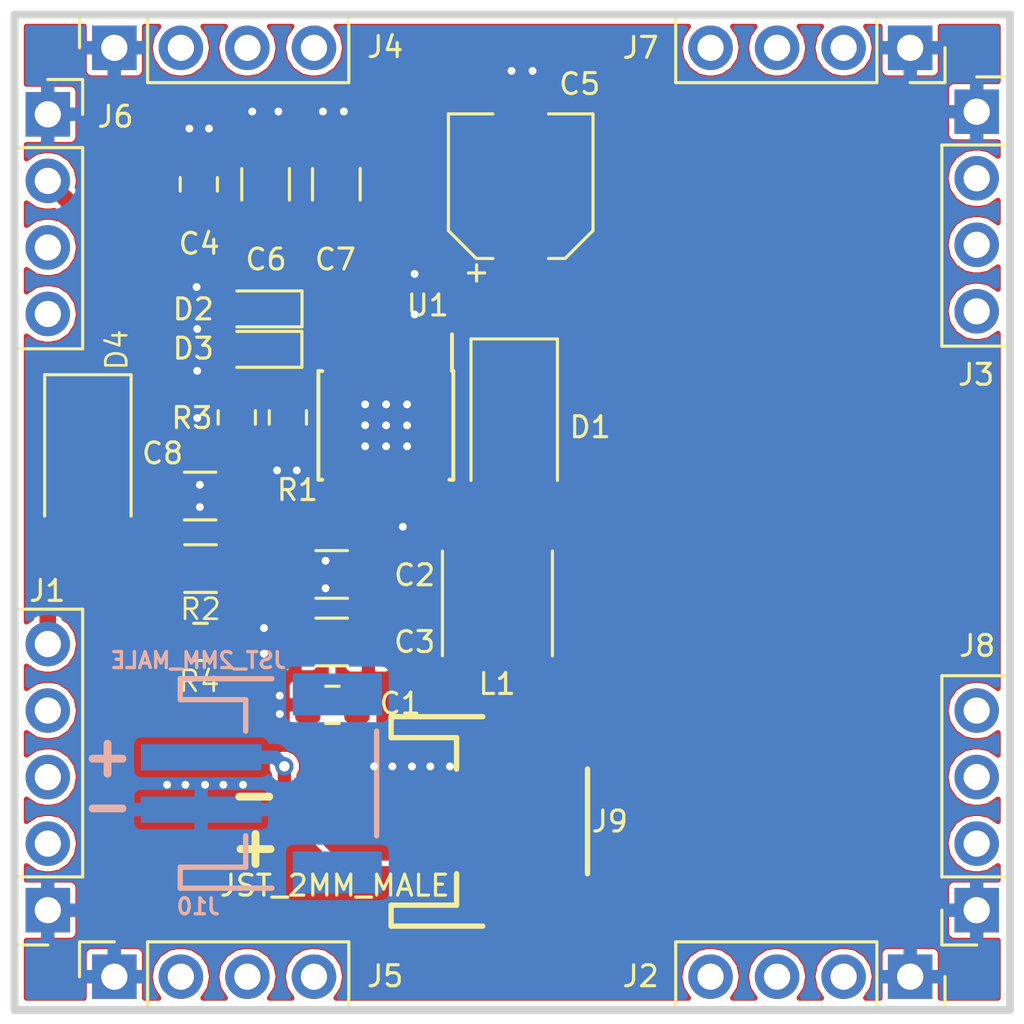
<source format=kicad_pcb>
(kicad_pcb (version 20171130) (host pcbnew 5.0.2-5.0.2)

  (general
    (thickness 1.6)
    (drawings 8)
    (tracks 98)
    (zones 0)
    (modules 28)
    (nets 38)
  )

  (page A4)
  (layers
    (0 F.Cu signal)
    (31 B.Cu signal)
    (32 B.Adhes user)
    (33 F.Adhes user)
    (34 B.Paste user)
    (35 F.Paste user)
    (36 B.SilkS user)
    (37 F.SilkS user)
    (38 B.Mask user)
    (39 F.Mask user)
    (40 Dwgs.User user)
    (41 Cmts.User user)
    (42 Eco1.User user)
    (43 Eco2.User user)
    (44 Edge.Cuts user)
    (45 Margin user)
    (46 B.CrtYd user)
    (47 F.CrtYd user)
    (48 B.Fab user hide)
    (49 F.Fab user hide)
  )

  (setup
    (last_trace_width 0.254)
    (user_trace_width 0.254)
    (user_trace_width 0.508)
    (user_trace_width 0.635)
    (trace_clearance 0.2032)
    (zone_clearance 0.2032)
    (zone_45_only no)
    (trace_min 0.254)
    (segment_width 0.2)
    (edge_width 0.3)
    (via_size 0.4)
    (via_drill 0.3)
    (via_min_size 0.4)
    (via_min_drill 0.3)
    (user_via 0.4 0.3)
    (uvia_size 0.3)
    (uvia_drill 0.1)
    (uvias_allowed no)
    (uvia_min_size 0.2)
    (uvia_min_drill 0.1)
    (pcb_text_width 0.3)
    (pcb_text_size 1.5 1.5)
    (mod_edge_width 0.15)
    (mod_text_size 0.8 0.8)
    (mod_text_width 0.12)
    (pad_size 2.35 2.35)
    (pad_drill 0)
    (pad_to_mask_clearance 0.051)
    (solder_mask_min_width 0.25)
    (aux_axis_origin 120 100)
    (grid_origin 158 100)
    (visible_elements FFFFFF7F)
    (pcbplotparams
      (layerselection 0x010fc_ffffffff)
      (usegerberextensions true)
      (usegerberattributes false)
      (usegerberadvancedattributes false)
      (creategerberjobfile false)
      (excludeedgelayer true)
      (linewidth 0.100000)
      (plotframeref false)
      (viasonmask false)
      (mode 1)
      (useauxorigin true)
      (hpglpennumber 1)
      (hpglpenspeed 20)
      (hpglpendiameter 15.000000)
      (psnegative false)
      (psa4output false)
      (plotreference true)
      (plotvalue true)
      (plotinvisibletext false)
      (padsonsilk false)
      (subtractmaskfromsilk true)
      (outputformat 1)
      (mirror false)
      (drillshape 0)
      (scaleselection 1)
      (outputdirectory "fab/"))
  )

  (net 0 "")
  (net 1 /VOUT)
  (net 2 /USB_VBUS)
  (net 3 GND)
  (net 4 "Net-(J1-Pad3)")
  (net 5 "Net-(J1-Pad4)")
  (net 6 "Net-(R1-Pad1)")
  (net 7 /BAT)
  (net 8 /SW)
  (net 9 "Net-(D2-Pad2)")
  (net 10 "Net-(D2-Pad1)")
  (net 11 "Net-(D3-Pad1)")
  (net 12 "Net-(J4-Pad2)")
  (net 13 "Net-(J4-Pad3)")
  (net 14 "Net-(J4-Pad4)")
  (net 15 "Net-(J6-Pad4)")
  (net 16 "Net-(J6-Pad3)")
  (net 17 "Net-(J5-Pad2)")
  (net 18 "Net-(J5-Pad3)")
  (net 19 "Net-(J5-Pad4)")
  (net 20 "Net-(J3-Pad4)")
  (net 21 "Net-(J3-Pad3)")
  (net 22 "Net-(J3-Pad2)")
  (net 23 "Net-(J2-Pad2)")
  (net 24 "Net-(J2-Pad3)")
  (net 25 "Net-(J2-Pad4)")
  (net 26 "Net-(J7-Pad2)")
  (net 27 "Net-(J7-Pad3)")
  (net 28 "Net-(J7-Pad4)")
  (net 29 "Net-(J8-Pad4)")
  (net 30 "Net-(J8-Pad3)")
  (net 31 "Net-(J8-Pad2)")
  (net 32 /VCC)
  (net 33 "Net-(J9-PadNC1)")
  (net 34 "Net-(J9-PadNC2)")
  (net 35 "Net-(J10-PadNC1)")
  (net 36 "Net-(J10-PadNC2)")
  (net 37 "Net-(J1-Pad2)")

  (net_class Default "This is the default net class."
    (clearance 0.2032)
    (trace_width 0.254)
    (via_dia 0.4)
    (via_drill 0.3)
    (uvia_dia 0.3)
    (uvia_drill 0.1)
    (diff_pair_gap 0.254)
    (diff_pair_width 0.254)
    (add_net /BAT)
    (add_net /SW)
    (add_net /USB_VBUS)
    (add_net /VCC)
    (add_net /VOUT)
    (add_net GND)
    (add_net "Net-(D2-Pad1)")
    (add_net "Net-(D2-Pad2)")
    (add_net "Net-(D3-Pad1)")
    (add_net "Net-(J1-Pad2)")
    (add_net "Net-(J1-Pad3)")
    (add_net "Net-(J1-Pad4)")
    (add_net "Net-(J10-PadNC1)")
    (add_net "Net-(J10-PadNC2)")
    (add_net "Net-(J2-Pad2)")
    (add_net "Net-(J2-Pad3)")
    (add_net "Net-(J2-Pad4)")
    (add_net "Net-(J3-Pad2)")
    (add_net "Net-(J3-Pad3)")
    (add_net "Net-(J3-Pad4)")
    (add_net "Net-(J4-Pad2)")
    (add_net "Net-(J4-Pad3)")
    (add_net "Net-(J4-Pad4)")
    (add_net "Net-(J5-Pad2)")
    (add_net "Net-(J5-Pad3)")
    (add_net "Net-(J5-Pad4)")
    (add_net "Net-(J6-Pad3)")
    (add_net "Net-(J6-Pad4)")
    (add_net "Net-(J7-Pad2)")
    (add_net "Net-(J7-Pad3)")
    (add_net "Net-(J7-Pad4)")
    (add_net "Net-(J8-Pad2)")
    (add_net "Net-(J8-Pad3)")
    (add_net "Net-(J8-Pad4)")
    (add_net "Net-(J9-PadNC1)")
    (add_net "Net-(J9-PadNC2)")
    (add_net "Net-(R1-Pad1)")
  )

  (module Diode_SMD:D_SMA (layer F.Cu) (tedit 5C8136CE) (tstamp 5C8C9CA3)
    (at 122.8 79.15 270)
    (descr "Diode SMA (DO-214AC)")
    (tags "Diode SMA (DO-214AC)")
    (path /5C7FE7C4)
    (attr smd)
    (fp_text reference D4 (at -4.35 -1.1 270) (layer F.SilkS)
      (effects (font (size 0.8 0.8) (thickness 0.1)))
    )
    (fp_text value SS32 (at 0 2.6 270) (layer F.Fab)
      (effects (font (size 1 1) (thickness 0.15)))
    )
    (fp_text user %R (at 0 -2.5 270) (layer F.Fab)
      (effects (font (size 1 1) (thickness 0.15)))
    )
    (fp_line (start -3.4 -1.65) (end -3.4 1.65) (layer F.SilkS) (width 0.12))
    (fp_line (start 2.3 1.5) (end -2.3 1.5) (layer F.Fab) (width 0.1))
    (fp_line (start -2.3 1.5) (end -2.3 -1.5) (layer F.Fab) (width 0.1))
    (fp_line (start 2.3 -1.5) (end 2.3 1.5) (layer F.Fab) (width 0.1))
    (fp_line (start 2.3 -1.5) (end -2.3 -1.5) (layer F.Fab) (width 0.1))
    (fp_line (start -3.5 -1.75) (end 3.5 -1.75) (layer F.CrtYd) (width 0.05))
    (fp_line (start 3.5 -1.75) (end 3.5 1.75) (layer F.CrtYd) (width 0.05))
    (fp_line (start 3.5 1.75) (end -3.5 1.75) (layer F.CrtYd) (width 0.05))
    (fp_line (start -3.5 1.75) (end -3.5 -1.75) (layer F.CrtYd) (width 0.05))
    (fp_line (start -0.64944 0.00102) (end -1.55114 0.00102) (layer F.Fab) (width 0.1))
    (fp_line (start 0.50118 0.00102) (end 1.4994 0.00102) (layer F.Fab) (width 0.1))
    (fp_line (start -0.64944 -0.79908) (end -0.64944 0.80112) (layer F.Fab) (width 0.1))
    (fp_line (start 0.50118 0.75032) (end 0.50118 -0.79908) (layer F.Fab) (width 0.1))
    (fp_line (start -0.64944 0.00102) (end 0.50118 0.75032) (layer F.Fab) (width 0.1))
    (fp_line (start -0.64944 0.00102) (end 0.50118 -0.79908) (layer F.Fab) (width 0.1))
    (fp_line (start -3.4 1.65) (end 2 1.65) (layer F.SilkS) (width 0.12))
    (fp_line (start -3.4 -1.65) (end 2 -1.65) (layer F.SilkS) (width 0.12))
    (pad 1 smd rect (at -2 0 270) (size 2.5 1.8) (layers F.Cu F.Paste F.Mask)
      (net 1 /VOUT))
    (pad 2 smd rect (at 2 0 270) (size 2.5 1.8) (layers F.Cu F.Paste F.Mask)
      (net 2 /USB_VBUS))
    (model ${KISYS3DMOD}/Diode_SMD.3dshapes/D_SMA.wrl
      (at (xyz 0 0 0))
      (scale (xyz 1 1 1))
      (rotate (xyz 0 0 0))
    )
  )

  (module Resistor_SMD:R_0805_2012Metric (layer F.Cu) (tedit 5C8136E4) (tstamp 5C8CF9CB)
    (at 127.1 85.95)
    (descr "Resistor SMD 0805 (2012 Metric), square (rectangular) end terminal, IPC_7351 nominal, (Body size source: https://docs.google.com/spreadsheets/d/1BsfQQcO9C6DZCsRaXUlFlo91Tg2WpOkGARC1WS5S8t0/edit?usp=sharing), generated with kicad-footprint-generator")
    (tags resistor)
    (path /5C8050B2)
    (attr smd)
    (fp_text reference R4 (at -0.05 1.5) (layer F.SilkS)
      (effects (font (size 0.8 0.8) (thickness 0.1)))
    )
    (fp_text value 5k (at 0 1.65) (layer F.Fab)
      (effects (font (size 1 1) (thickness 0.15)))
    )
    (fp_line (start -1 0.6) (end -1 -0.6) (layer F.Fab) (width 0.1))
    (fp_line (start -1 -0.6) (end 1 -0.6) (layer F.Fab) (width 0.1))
    (fp_line (start 1 -0.6) (end 1 0.6) (layer F.Fab) (width 0.1))
    (fp_line (start 1 0.6) (end -1 0.6) (layer F.Fab) (width 0.1))
    (fp_line (start -0.258578 -0.71) (end 0.258578 -0.71) (layer F.SilkS) (width 0.12))
    (fp_line (start -0.258578 0.71) (end 0.258578 0.71) (layer F.SilkS) (width 0.12))
    (fp_line (start -1.68 0.95) (end -1.68 -0.95) (layer F.CrtYd) (width 0.05))
    (fp_line (start -1.68 -0.95) (end 1.68 -0.95) (layer F.CrtYd) (width 0.05))
    (fp_line (start 1.68 -0.95) (end 1.68 0.95) (layer F.CrtYd) (width 0.05))
    (fp_line (start 1.68 0.95) (end -1.68 0.95) (layer F.CrtYd) (width 0.05))
    (fp_text user %R (at 0 0) (layer F.Fab)
      (effects (font (size 0.5 0.5) (thickness 0.08)))
    )
    (pad 1 smd roundrect (at -0.9375 0) (size 0.975 1.4) (layers F.Cu F.Paste F.Mask) (roundrect_rratio 0.25)
      (net 2 /USB_VBUS))
    (pad 2 smd roundrect (at 0.9375 0) (size 0.975 1.4) (layers F.Cu F.Paste F.Mask) (roundrect_rratio 0.25)
      (net 3 GND))
    (model ${KISYS3DMOD}/Resistor_SMD.3dshapes/R_0805_2012Metric.wrl
      (at (xyz 0 0 0))
      (scale (xyz 1 1 1))
      (rotate (xyz 0 0 0))
    )
  )

  (module Connectors:JST-2-SMD (layer B.Cu) (tedit 200000) (tstamp 5C7EC996)
    (at 130.823169 91.352059 90)
    (descr "JST-RIGHT ANGLE MALE HEADER SMT")
    (tags "JST-RIGHT ANGLE MALE HEADER SMT")
    (path /5C7237C7)
    (attr smd)
    (fp_text reference J10 (at -4.699 -3.81) (layer B.SilkS)
      (effects (font (size 0.6096 0.6096) (thickness 0.127)) (justify mirror))
    )
    (fp_text value JST_2MM_MALE (at 4.699 -3.81) (layer B.SilkS)
      (effects (font (size 0.6096 0.6096) (thickness 0.127)) (justify mirror))
    )
    (fp_line (start -3.99796 -0.99822) (end -3.99796 -4.49834) (layer B.SilkS) (width 0.2032))
    (fp_line (start -3.99796 -4.49834) (end -3.19786 -4.49834) (layer B.SilkS) (width 0.2032))
    (fp_line (start -3.19786 -4.49834) (end -3.19786 -1.99898) (layer B.SilkS) (width 0.2032))
    (fp_line (start -3.19786 -1.99898) (end -1.99898 -1.99898) (layer B.SilkS) (width 0.2032))
    (fp_line (start 1.99898 -1.99898) (end 3.19786 -1.99898) (layer B.SilkS) (width 0.2032))
    (fp_line (start 3.19786 -1.99898) (end 3.19786 -4.49834) (layer B.SilkS) (width 0.2032))
    (fp_line (start 3.19786 -4.49834) (end 3.99796 -4.49834) (layer B.SilkS) (width 0.2032))
    (fp_line (start 3.99796 -4.49834) (end 3.99796 -0.99822) (layer B.SilkS) (width 0.2032))
    (fp_line (start 1.99898 2.99974) (end -1.99898 2.99974) (layer B.SilkS) (width 0.2032))
    (pad 1 smd rect (at -0.99822 -3.69824 90) (size 0.99822 4.59994) (layers B.Cu B.Paste B.Mask)
      (net 3 GND) (solder_mask_margin 0.1016))
    (pad 2 smd rect (at 0.99822 -3.69824 90) (size 0.99822 4.59994) (layers B.Cu B.Paste B.Mask)
      (net 7 /BAT) (solder_mask_margin 0.1016))
    (pad NC1 smd rect (at -3.39852 1.4986) (size 3.39852 1.59766) (layers B.Cu B.Paste B.Mask)
      (net 35 "Net-(J10-PadNC1)") (solder_mask_margin 0.1016))
    (pad NC2 smd rect (at 3.39852 1.4986) (size 3.39852 1.59766) (layers B.Cu B.Paste B.Mask)
      (net 36 "Net-(J10-PadNC2)") (solder_mask_margin 0.1016))
  )

  (module Connectors:JST-2-SMD (layer F.Cu) (tedit 200000) (tstamp 5C7E8CF4)
    (at 138.873168 92.802058 270)
    (descr "JST-RIGHT ANGLE MALE HEADER SMT")
    (tags "JST-RIGHT ANGLE MALE HEADER SMT")
    (path /5C719919)
    (attr smd)
    (fp_text reference J9 (at 0 -3.85) (layer F.SilkS)
      (effects (font (size 0.8 0.8) (thickness 0.12)))
    )
    (fp_text value JST_2MM_MALE (at 2.45 6.65) (layer F.SilkS)
      (effects (font (size 0.8 0.8) (thickness 0.12)))
    )
    (fp_line (start -3.99796 0.99822) (end -3.99796 4.49834) (layer F.SilkS) (width 0.2032))
    (fp_line (start -3.99796 4.49834) (end -3.19786 4.49834) (layer F.SilkS) (width 0.2032))
    (fp_line (start -3.19786 4.49834) (end -3.19786 1.99898) (layer F.SilkS) (width 0.2032))
    (fp_line (start -3.19786 1.99898) (end -1.99898 1.99898) (layer F.SilkS) (width 0.2032))
    (fp_line (start 1.99898 1.99898) (end 3.19786 1.99898) (layer F.SilkS) (width 0.2032))
    (fp_line (start 3.19786 1.99898) (end 3.19786 4.49834) (layer F.SilkS) (width 0.2032))
    (fp_line (start 3.19786 4.49834) (end 3.99796 4.49834) (layer F.SilkS) (width 0.2032))
    (fp_line (start 3.99796 4.49834) (end 3.99796 0.99822) (layer F.SilkS) (width 0.2032))
    (fp_line (start 1.99898 -2.99974) (end -1.99898 -2.99974) (layer F.SilkS) (width 0.2032))
    (pad 1 smd rect (at -0.99822 3.69824 270) (size 0.99822 4.59994) (layers F.Cu F.Paste F.Mask)
      (net 3 GND) (solder_mask_margin 0.1016))
    (pad 2 smd rect (at 0.99822 3.69824 270) (size 0.99822 4.59994) (layers F.Cu F.Paste F.Mask)
      (net 7 /BAT) (solder_mask_margin 0.1016))
    (pad NC1 smd rect (at -3.39852 -1.4986) (size 3.39852 1.59766) (layers F.Cu F.Paste F.Mask)
      (net 33 "Net-(J9-PadNC1)") (solder_mask_margin 0.1016))
    (pad NC2 smd rect (at 3.39852 -1.4986) (size 3.39852 1.59766) (layers F.Cu F.Paste F.Mask)
      (net 34 "Net-(J9-PadNC2)") (solder_mask_margin 0.1016))
  )

  (module Connector_PinSocket_2.54mm:PinSocket_1x04_P2.54mm_Vertical (layer F.Cu) (tedit 5A19A429) (tstamp 5C7DF2A7)
    (at 156.73 96.19 180)
    (descr "Through hole straight socket strip, 1x04, 2.54mm pitch, single row (from Kicad 4.0.7), script generated")
    (tags "Through hole socket strip THT 1x04 2.54mm single row")
    (path /5C6FEA02)
    (fp_text reference J8 (at -0.02 10.09 180) (layer F.SilkS)
      (effects (font (size 0.8 0.8) (thickness 0.12)))
    )
    (fp_text value Conn_01x04_Female (at 0 10.39 180) (layer F.Fab)
      (effects (font (size 0.8 0.8) (thickness 0.12)))
    )
    (fp_text user %R (at 0 3.81 270) (layer F.Fab)
      (effects (font (size 0.8 0.8) (thickness 0.12)))
    )
    (fp_line (start -1.8 9.4) (end -1.8 -1.8) (layer F.CrtYd) (width 0.05))
    (fp_line (start 1.75 9.4) (end -1.8 9.4) (layer F.CrtYd) (width 0.05))
    (fp_line (start 1.75 -1.8) (end 1.75 9.4) (layer F.CrtYd) (width 0.05))
    (fp_line (start -1.8 -1.8) (end 1.75 -1.8) (layer F.CrtYd) (width 0.05))
    (fp_line (start 0 -1.33) (end 1.33 -1.33) (layer F.SilkS) (width 0.12))
    (fp_line (start 1.33 -1.33) (end 1.33 0) (layer F.SilkS) (width 0.12))
    (fp_line (start 1.33 1.27) (end 1.33 8.95) (layer F.SilkS) (width 0.12))
    (fp_line (start -1.33 8.95) (end 1.33 8.95) (layer F.SilkS) (width 0.12))
    (fp_line (start -1.33 1.27) (end -1.33 8.95) (layer F.SilkS) (width 0.12))
    (fp_line (start -1.33 1.27) (end 1.33 1.27) (layer F.SilkS) (width 0.12))
    (fp_line (start -1.27 8.89) (end -1.27 -1.27) (layer F.Fab) (width 0.1))
    (fp_line (start 1.27 8.89) (end -1.27 8.89) (layer F.Fab) (width 0.1))
    (fp_line (start 1.27 -0.635) (end 1.27 8.89) (layer F.Fab) (width 0.1))
    (fp_line (start 0.635 -1.27) (end 1.27 -0.635) (layer F.Fab) (width 0.1))
    (fp_line (start -1.27 -1.27) (end 0.635 -1.27) (layer F.Fab) (width 0.1))
    (pad 4 thru_hole oval (at 0 7.62 180) (size 1.7 1.7) (drill 1) (layers *.Cu *.Mask)
      (net 29 "Net-(J8-Pad4)"))
    (pad 3 thru_hole oval (at 0 5.08 180) (size 1.7 1.7) (drill 1) (layers *.Cu *.Mask)
      (net 30 "Net-(J8-Pad3)"))
    (pad 2 thru_hole oval (at 0 2.54 180) (size 1.7 1.7) (drill 1) (layers *.Cu *.Mask)
      (net 31 "Net-(J8-Pad2)"))
    (pad 1 thru_hole rect (at 0 0 180) (size 1.7 1.7) (drill 1) (layers *.Cu *.Mask)
      (net 3 GND))
    (model ${KISYS3DMOD}/Connector_PinSocket_2.54mm.3dshapes/PinSocket_1x04_P2.54mm_Vertical.wrl
      (at (xyz 0 0 0))
      (scale (xyz 1 1 1))
      (rotate (xyz 0 0 0))
    )
  )

  (module Connector_PinSocket_2.54mm:PinSocket_1x04_P2.54mm_Vertical (layer F.Cu) (tedit 5A19A429) (tstamp 5C7DF28F)
    (at 154.19 63.27 270)
    (descr "Through hole straight socket strip, 1x04, 2.54mm pitch, single row (from Kicad 4.0.7), script generated")
    (tags "Through hole socket strip THT 1x04 2.54mm single row")
    (path /5C6FE9A8)
    (fp_text reference J7 (at 0 10.29 180) (layer F.SilkS)
      (effects (font (size 0.8 0.8) (thickness 0.12)))
    )
    (fp_text value Conn_01x04_Female (at 0 10.39 270) (layer F.Fab)
      (effects (font (size 0.8 0.8) (thickness 0.12)))
    )
    (fp_line (start -1.27 -1.27) (end 0.635 -1.27) (layer F.Fab) (width 0.1))
    (fp_line (start 0.635 -1.27) (end 1.27 -0.635) (layer F.Fab) (width 0.1))
    (fp_line (start 1.27 -0.635) (end 1.27 8.89) (layer F.Fab) (width 0.1))
    (fp_line (start 1.27 8.89) (end -1.27 8.89) (layer F.Fab) (width 0.1))
    (fp_line (start -1.27 8.89) (end -1.27 -1.27) (layer F.Fab) (width 0.1))
    (fp_line (start -1.33 1.27) (end 1.33 1.27) (layer F.SilkS) (width 0.12))
    (fp_line (start -1.33 1.27) (end -1.33 8.95) (layer F.SilkS) (width 0.12))
    (fp_line (start -1.33 8.95) (end 1.33 8.95) (layer F.SilkS) (width 0.12))
    (fp_line (start 1.33 1.27) (end 1.33 8.95) (layer F.SilkS) (width 0.12))
    (fp_line (start 1.33 -1.33) (end 1.33 0) (layer F.SilkS) (width 0.12))
    (fp_line (start 0 -1.33) (end 1.33 -1.33) (layer F.SilkS) (width 0.12))
    (fp_line (start -1.8 -1.8) (end 1.75 -1.8) (layer F.CrtYd) (width 0.05))
    (fp_line (start 1.75 -1.8) (end 1.75 9.4) (layer F.CrtYd) (width 0.05))
    (fp_line (start 1.75 9.4) (end -1.8 9.4) (layer F.CrtYd) (width 0.05))
    (fp_line (start -1.8 9.4) (end -1.8 -1.8) (layer F.CrtYd) (width 0.05))
    (fp_text user %R (at 0 3.81) (layer F.Fab)
      (effects (font (size 0.8 0.8) (thickness 0.12)))
    )
    (pad 1 thru_hole rect (at 0 0 270) (size 1.7 1.7) (drill 1) (layers *.Cu *.Mask)
      (net 3 GND))
    (pad 2 thru_hole oval (at 0 2.54 270) (size 1.7 1.7) (drill 1) (layers *.Cu *.Mask)
      (net 26 "Net-(J7-Pad2)"))
    (pad 3 thru_hole oval (at 0 5.08 270) (size 1.7 1.7) (drill 1) (layers *.Cu *.Mask)
      (net 27 "Net-(J7-Pad3)"))
    (pad 4 thru_hole oval (at 0 7.62 270) (size 1.7 1.7) (drill 1) (layers *.Cu *.Mask)
      (net 28 "Net-(J7-Pad4)"))
    (model ${KISYS3DMOD}/Connector_PinSocket_2.54mm.3dshapes/PinSocket_1x04_P2.54mm_Vertical.wrl
      (at (xyz 0 0 0))
      (scale (xyz 1 1 1))
      (rotate (xyz 0 0 0))
    )
  )

  (module Connector_PinSocket_2.54mm:PinSocket_1x04_P2.54mm_Vertical (layer F.Cu) (tedit 5A19A429) (tstamp 5C7DD698)
    (at 154.19 98.73 270)
    (descr "Through hole straight socket strip, 1x04, 2.54mm pitch, single row (from Kicad 4.0.7), script generated")
    (tags "Through hole socket strip THT 1x04 2.54mm single row")
    (path /5C6FD7EB)
    (fp_text reference J2 (at -0.02 10.29 180) (layer F.SilkS)
      (effects (font (size 0.8 0.8) (thickness 0.12)))
    )
    (fp_text value Conn_01x04_Female (at 0 10.39 270) (layer F.Fab)
      (effects (font (size 0.8 0.8) (thickness 0.12)))
    )
    (fp_line (start -1.27 -1.27) (end 0.635 -1.27) (layer F.Fab) (width 0.1))
    (fp_line (start 0.635 -1.27) (end 1.27 -0.635) (layer F.Fab) (width 0.1))
    (fp_line (start 1.27 -0.635) (end 1.27 8.89) (layer F.Fab) (width 0.1))
    (fp_line (start 1.27 8.89) (end -1.27 8.89) (layer F.Fab) (width 0.1))
    (fp_line (start -1.27 8.89) (end -1.27 -1.27) (layer F.Fab) (width 0.1))
    (fp_line (start -1.33 1.27) (end 1.33 1.27) (layer F.SilkS) (width 0.12))
    (fp_line (start -1.33 1.27) (end -1.33 8.95) (layer F.SilkS) (width 0.12))
    (fp_line (start -1.33 8.95) (end 1.33 8.95) (layer F.SilkS) (width 0.12))
    (fp_line (start 1.33 1.27) (end 1.33 8.95) (layer F.SilkS) (width 0.12))
    (fp_line (start 1.33 -1.33) (end 1.33 0) (layer F.SilkS) (width 0.12))
    (fp_line (start 0 -1.33) (end 1.33 -1.33) (layer F.SilkS) (width 0.12))
    (fp_line (start -1.8 -1.8) (end 1.75 -1.8) (layer F.CrtYd) (width 0.05))
    (fp_line (start 1.75 -1.8) (end 1.75 9.4) (layer F.CrtYd) (width 0.05))
    (fp_line (start 1.75 9.4) (end -1.8 9.4) (layer F.CrtYd) (width 0.05))
    (fp_line (start -1.8 9.4) (end -1.8 -1.8) (layer F.CrtYd) (width 0.05))
    (fp_text user %R (at 0 3.81) (layer F.Fab)
      (effects (font (size 0.8 0.8) (thickness 0.12)))
    )
    (pad 1 thru_hole rect (at 0 0 270) (size 1.7 1.7) (drill 1) (layers *.Cu *.Mask)
      (net 3 GND))
    (pad 2 thru_hole oval (at 0 2.54 270) (size 1.7 1.7) (drill 1) (layers *.Cu *.Mask)
      (net 23 "Net-(J2-Pad2)"))
    (pad 3 thru_hole oval (at 0 5.08 270) (size 1.7 1.7) (drill 1) (layers *.Cu *.Mask)
      (net 24 "Net-(J2-Pad3)"))
    (pad 4 thru_hole oval (at 0 7.62 270) (size 1.7 1.7) (drill 1) (layers *.Cu *.Mask)
      (net 25 "Net-(J2-Pad4)"))
    (model ${KISYS3DMOD}/Connector_PinSocket_2.54mm.3dshapes/PinSocket_1x04_P2.54mm_Vertical.wrl
      (at (xyz 0 0 0))
      (scale (xyz 1 1 1))
      (rotate (xyz 0 0 0))
    )
  )

  (module Connector_PinSocket_2.54mm:PinSocket_1x04_P2.54mm_Vertical (layer F.Cu) (tedit 5A19A429) (tstamp 5C7DD680)
    (at 156.73 65.71)
    (descr "Through hole straight socket strip, 1x04, 2.54mm pitch, single row (from Kicad 4.0.7), script generated")
    (tags "Through hole socket strip THT 1x04 2.54mm single row")
    (path /5C6FD8B3)
    (fp_text reference J3 (at -0.02 10.04) (layer F.SilkS)
      (effects (font (size 0.8 0.8) (thickness 0.12)))
    )
    (fp_text value Conn_01x04_Female (at 0 10.39) (layer F.Fab)
      (effects (font (size 0.8 0.8) (thickness 0.12)))
    )
    (fp_text user %R (at 0 3.81 90) (layer F.Fab)
      (effects (font (size 0.8 0.8) (thickness 0.12)))
    )
    (fp_line (start -1.8 9.4) (end -1.8 -1.8) (layer F.CrtYd) (width 0.05))
    (fp_line (start 1.75 9.4) (end -1.8 9.4) (layer F.CrtYd) (width 0.05))
    (fp_line (start 1.75 -1.8) (end 1.75 9.4) (layer F.CrtYd) (width 0.05))
    (fp_line (start -1.8 -1.8) (end 1.75 -1.8) (layer F.CrtYd) (width 0.05))
    (fp_line (start 0 -1.33) (end 1.33 -1.33) (layer F.SilkS) (width 0.12))
    (fp_line (start 1.33 -1.33) (end 1.33 0) (layer F.SilkS) (width 0.12))
    (fp_line (start 1.33 1.27) (end 1.33 8.95) (layer F.SilkS) (width 0.12))
    (fp_line (start -1.33 8.95) (end 1.33 8.95) (layer F.SilkS) (width 0.12))
    (fp_line (start -1.33 1.27) (end -1.33 8.95) (layer F.SilkS) (width 0.12))
    (fp_line (start -1.33 1.27) (end 1.33 1.27) (layer F.SilkS) (width 0.12))
    (fp_line (start -1.27 8.89) (end -1.27 -1.27) (layer F.Fab) (width 0.1))
    (fp_line (start 1.27 8.89) (end -1.27 8.89) (layer F.Fab) (width 0.1))
    (fp_line (start 1.27 -0.635) (end 1.27 8.89) (layer F.Fab) (width 0.1))
    (fp_line (start 0.635 -1.27) (end 1.27 -0.635) (layer F.Fab) (width 0.1))
    (fp_line (start -1.27 -1.27) (end 0.635 -1.27) (layer F.Fab) (width 0.1))
    (pad 4 thru_hole oval (at 0 7.62) (size 1.7 1.7) (drill 1) (layers *.Cu *.Mask)
      (net 20 "Net-(J3-Pad4)"))
    (pad 3 thru_hole oval (at 0 5.08) (size 1.7 1.7) (drill 1) (layers *.Cu *.Mask)
      (net 21 "Net-(J3-Pad3)"))
    (pad 2 thru_hole oval (at 0 2.54) (size 1.7 1.7) (drill 1) (layers *.Cu *.Mask)
      (net 22 "Net-(J3-Pad2)"))
    (pad 1 thru_hole rect (at 0 0) (size 1.7 1.7) (drill 1) (layers *.Cu *.Mask)
      (net 3 GND))
    (model ${KISYS3DMOD}/Connector_PinSocket_2.54mm.3dshapes/PinSocket_1x04_P2.54mm_Vertical.wrl
      (at (xyz 0 0 0))
      (scale (xyz 1 1 1))
      (rotate (xyz 0 0 0))
    )
  )

  (module Connector_PinSocket_2.54mm:PinSocket_1x04_P2.54mm_Vertical (layer F.Cu) (tedit 5A19A429) (tstamp 5C7DD668)
    (at 123.81 98.73 90)
    (descr "Through hole straight socket strip, 1x04, 2.54mm pitch, single row (from Kicad 4.0.7), script generated")
    (tags "Through hole socket strip THT 1x04 2.54mm single row")
    (path /5C6FD989)
    (fp_text reference J5 (at 0.02 10.34) (layer F.SilkS)
      (effects (font (size 0.8 0.8) (thickness 0.12)))
    )
    (fp_text value Conn_01x04_Female (at 0 10.39 90) (layer F.Fab)
      (effects (font (size 0.8 0.8) (thickness 0.12)))
    )
    (fp_line (start -1.27 -1.27) (end 0.635 -1.27) (layer F.Fab) (width 0.1))
    (fp_line (start 0.635 -1.27) (end 1.27 -0.635) (layer F.Fab) (width 0.1))
    (fp_line (start 1.27 -0.635) (end 1.27 8.89) (layer F.Fab) (width 0.1))
    (fp_line (start 1.27 8.89) (end -1.27 8.89) (layer F.Fab) (width 0.1))
    (fp_line (start -1.27 8.89) (end -1.27 -1.27) (layer F.Fab) (width 0.1))
    (fp_line (start -1.33 1.27) (end 1.33 1.27) (layer F.SilkS) (width 0.12))
    (fp_line (start -1.33 1.27) (end -1.33 8.95) (layer F.SilkS) (width 0.12))
    (fp_line (start -1.33 8.95) (end 1.33 8.95) (layer F.SilkS) (width 0.12))
    (fp_line (start 1.33 1.27) (end 1.33 8.95) (layer F.SilkS) (width 0.12))
    (fp_line (start 1.33 -1.33) (end 1.33 0) (layer F.SilkS) (width 0.12))
    (fp_line (start 0 -1.33) (end 1.33 -1.33) (layer F.SilkS) (width 0.12))
    (fp_line (start -1.8 -1.8) (end 1.75 -1.8) (layer F.CrtYd) (width 0.05))
    (fp_line (start 1.75 -1.8) (end 1.75 9.4) (layer F.CrtYd) (width 0.05))
    (fp_line (start 1.75 9.4) (end -1.8 9.4) (layer F.CrtYd) (width 0.05))
    (fp_line (start -1.8 9.4) (end -1.8 -1.8) (layer F.CrtYd) (width 0.05))
    (fp_text user %R (at 0 3.81 180) (layer F.Fab)
      (effects (font (size 0.8 0.8) (thickness 0.12)))
    )
    (pad 1 thru_hole rect (at 0 0 90) (size 1.7 1.7) (drill 1) (layers *.Cu *.Mask)
      (net 3 GND))
    (pad 2 thru_hole oval (at 0 2.54 90) (size 1.7 1.7) (drill 1) (layers *.Cu *.Mask)
      (net 17 "Net-(J5-Pad2)"))
    (pad 3 thru_hole oval (at 0 5.08 90) (size 1.7 1.7) (drill 1) (layers *.Cu *.Mask)
      (net 18 "Net-(J5-Pad3)"))
    (pad 4 thru_hole oval (at 0 7.62 90) (size 1.7 1.7) (drill 1) (layers *.Cu *.Mask)
      (net 19 "Net-(J5-Pad4)"))
    (model ${KISYS3DMOD}/Connector_PinSocket_2.54mm.3dshapes/PinSocket_1x04_P2.54mm_Vertical.wrl
      (at (xyz 0 0 0))
      (scale (xyz 1 1 1))
      (rotate (xyz 0 0 0))
    )
  )

  (module Connector_PinSocket_2.54mm:PinSocket_1x04_P2.54mm_Vertical (layer F.Cu) (tedit 5A19A429) (tstamp 5C7DD650)
    (at 121.27 65.81)
    (descr "Through hole straight socket strip, 1x04, 2.54mm pitch, single row (from Kicad 4.0.7), script generated")
    (tags "Through hole socket strip THT 1x04 2.54mm single row")
    (path /5C6FD9E1)
    (fp_text reference J6 (at 2.58 0.09) (layer F.SilkS)
      (effects (font (size 0.8 0.8) (thickness 0.12)))
    )
    (fp_text value Conn_01x04_Female (at 0 10.39) (layer F.Fab)
      (effects (font (size 0.8 0.8) (thickness 0.12)))
    )
    (fp_text user %R (at 0 3.81 90) (layer F.Fab)
      (effects (font (size 0.8 0.8) (thickness 0.12)))
    )
    (fp_line (start -1.8 9.4) (end -1.8 -1.8) (layer F.CrtYd) (width 0.05))
    (fp_line (start 1.75 9.4) (end -1.8 9.4) (layer F.CrtYd) (width 0.05))
    (fp_line (start 1.75 -1.8) (end 1.75 9.4) (layer F.CrtYd) (width 0.05))
    (fp_line (start -1.8 -1.8) (end 1.75 -1.8) (layer F.CrtYd) (width 0.05))
    (fp_line (start 0 -1.33) (end 1.33 -1.33) (layer F.SilkS) (width 0.12))
    (fp_line (start 1.33 -1.33) (end 1.33 0) (layer F.SilkS) (width 0.12))
    (fp_line (start 1.33 1.27) (end 1.33 8.95) (layer F.SilkS) (width 0.12))
    (fp_line (start -1.33 8.95) (end 1.33 8.95) (layer F.SilkS) (width 0.12))
    (fp_line (start -1.33 1.27) (end -1.33 8.95) (layer F.SilkS) (width 0.12))
    (fp_line (start -1.33 1.27) (end 1.33 1.27) (layer F.SilkS) (width 0.12))
    (fp_line (start -1.27 8.89) (end -1.27 -1.27) (layer F.Fab) (width 0.1))
    (fp_line (start 1.27 8.89) (end -1.27 8.89) (layer F.Fab) (width 0.1))
    (fp_line (start 1.27 -0.635) (end 1.27 8.89) (layer F.Fab) (width 0.1))
    (fp_line (start 0.635 -1.27) (end 1.27 -0.635) (layer F.Fab) (width 0.1))
    (fp_line (start -1.27 -1.27) (end 0.635 -1.27) (layer F.Fab) (width 0.1))
    (pad 4 thru_hole oval (at 0 7.62) (size 1.7 1.7) (drill 1) (layers *.Cu *.Mask)
      (net 15 "Net-(J6-Pad4)"))
    (pad 3 thru_hole oval (at 0 5.08) (size 1.7 1.7) (drill 1) (layers *.Cu *.Mask)
      (net 16 "Net-(J6-Pad3)"))
    (pad 2 thru_hole oval (at 0 2.54) (size 1.7 1.7) (drill 1) (layers *.Cu *.Mask)
      (net 1 /VOUT))
    (pad 1 thru_hole rect (at 0 0) (size 1.7 1.7) (drill 1) (layers *.Cu *.Mask)
      (net 3 GND))
    (model ${KISYS3DMOD}/Connector_PinSocket_2.54mm.3dshapes/PinSocket_1x04_P2.54mm_Vertical.wrl
      (at (xyz 0 0 0))
      (scale (xyz 1 1 1))
      (rotate (xyz 0 0 0))
    )
  )

  (module Connector_PinSocket_2.54mm:PinSocket_1x04_P2.54mm_Vertical (layer F.Cu) (tedit 5A19A429) (tstamp 5C7DD638)
    (at 123.81 63.27 90)
    (descr "Through hole straight socket strip, 1x04, 2.54mm pitch, single row (from Kicad 4.0.7), script generated")
    (tags "Through hole socket strip THT 1x04 2.54mm single row")
    (path /5C6FD929)
    (fp_text reference J4 (at 0.03 10.34) (layer F.SilkS)
      (effects (font (size 0.8 0.8) (thickness 0.12)))
    )
    (fp_text value Conn_01x04_Female (at 0 10.39 90) (layer F.Fab)
      (effects (font (size 0.8 0.8) (thickness 0.12)))
    )
    (fp_line (start -1.27 -1.27) (end 0.635 -1.27) (layer F.Fab) (width 0.1))
    (fp_line (start 0.635 -1.27) (end 1.27 -0.635) (layer F.Fab) (width 0.1))
    (fp_line (start 1.27 -0.635) (end 1.27 8.89) (layer F.Fab) (width 0.1))
    (fp_line (start 1.27 8.89) (end -1.27 8.89) (layer F.Fab) (width 0.1))
    (fp_line (start -1.27 8.89) (end -1.27 -1.27) (layer F.Fab) (width 0.1))
    (fp_line (start -1.33 1.27) (end 1.33 1.27) (layer F.SilkS) (width 0.12))
    (fp_line (start -1.33 1.27) (end -1.33 8.95) (layer F.SilkS) (width 0.12))
    (fp_line (start -1.33 8.95) (end 1.33 8.95) (layer F.SilkS) (width 0.12))
    (fp_line (start 1.33 1.27) (end 1.33 8.95) (layer F.SilkS) (width 0.12))
    (fp_line (start 1.33 -1.33) (end 1.33 0) (layer F.SilkS) (width 0.12))
    (fp_line (start 0 -1.33) (end 1.33 -1.33) (layer F.SilkS) (width 0.12))
    (fp_line (start -1.8 -1.8) (end 1.75 -1.8) (layer F.CrtYd) (width 0.05))
    (fp_line (start 1.75 -1.8) (end 1.75 9.4) (layer F.CrtYd) (width 0.05))
    (fp_line (start 1.75 9.4) (end -1.8 9.4) (layer F.CrtYd) (width 0.05))
    (fp_line (start -1.8 9.4) (end -1.8 -1.8) (layer F.CrtYd) (width 0.05))
    (fp_text user %R (at 0 3.81 180) (layer F.Fab)
      (effects (font (size 0.8 0.8) (thickness 0.12)))
    )
    (pad 1 thru_hole rect (at 0 0 90) (size 1.7 1.7) (drill 1) (layers *.Cu *.Mask)
      (net 3 GND))
    (pad 2 thru_hole oval (at 0 2.54 90) (size 1.7 1.7) (drill 1) (layers *.Cu *.Mask)
      (net 12 "Net-(J4-Pad2)"))
    (pad 3 thru_hole oval (at 0 5.08 90) (size 1.7 1.7) (drill 1) (layers *.Cu *.Mask)
      (net 13 "Net-(J4-Pad3)"))
    (pad 4 thru_hole oval (at 0 7.62 90) (size 1.7 1.7) (drill 1) (layers *.Cu *.Mask)
      (net 14 "Net-(J4-Pad4)"))
    (model ${KISYS3DMOD}/Connector_PinSocket_2.54mm.3dshapes/PinSocket_1x04_P2.54mm_Vertical.wrl
      (at (xyz 0 0 0))
      (scale (xyz 1 1 1))
      (rotate (xyz 0 0 0))
    )
  )

  (module Capacitor_SMD:C_1206_3216Metric (layer F.Cu) (tedit 5B301BBE) (tstamp 5C7DC112)
    (at 127.084409 80.381286 180)
    (descr "Capacitor SMD 1206 (3216 Metric), square (rectangular) end terminal, IPC_7351 nominal, (Body size source: http://www.tortai-tech.com/upload/download/2011102023233369053.pdf), generated with kicad-footprint-generator")
    (tags capacitor)
    (path /5C6FBB56)
    (attr smd)
    (fp_text reference C8 (at 1.434409 1.631286 180) (layer F.SilkS)
      (effects (font (size 0.8 0.8) (thickness 0.12)))
    )
    (fp_text value 10µF (at 0 1.82 180) (layer F.Fab)
      (effects (font (size 0.8 0.8) (thickness 0.12)))
    )
    (fp_text user %R (at 0 0 180) (layer F.Fab)
      (effects (font (size 0.8 0.8) (thickness 0.12)))
    )
    (fp_line (start 2.28 1.12) (end -2.28 1.12) (layer F.CrtYd) (width 0.05))
    (fp_line (start 2.28 -1.12) (end 2.28 1.12) (layer F.CrtYd) (width 0.05))
    (fp_line (start -2.28 -1.12) (end 2.28 -1.12) (layer F.CrtYd) (width 0.05))
    (fp_line (start -2.28 1.12) (end -2.28 -1.12) (layer F.CrtYd) (width 0.05))
    (fp_line (start -0.602064 0.91) (end 0.602064 0.91) (layer F.SilkS) (width 0.12))
    (fp_line (start -0.602064 -0.91) (end 0.602064 -0.91) (layer F.SilkS) (width 0.12))
    (fp_line (start 1.6 0.8) (end -1.6 0.8) (layer F.Fab) (width 0.1))
    (fp_line (start 1.6 -0.8) (end 1.6 0.8) (layer F.Fab) (width 0.1))
    (fp_line (start -1.6 -0.8) (end 1.6 -0.8) (layer F.Fab) (width 0.1))
    (fp_line (start -1.6 0.8) (end -1.6 -0.8) (layer F.Fab) (width 0.1))
    (pad 2 smd roundrect (at 1.4 0 180) (size 1.25 1.75) (layers F.Cu F.Paste F.Mask) (roundrect_rratio 0.2)
      (net 3 GND))
    (pad 1 smd roundrect (at -1.4 0 180) (size 1.25 1.75) (layers F.Cu F.Paste F.Mask) (roundrect_rratio 0.2)
      (net 32 /VCC))
    (model ${KISYS3DMOD}/Capacitor_SMD.3dshapes/C_1206_3216Metric.wrl
      (at (xyz 0 0 0))
      (scale (xyz 1 1 1))
      (rotate (xyz 0 0 0))
    )
  )

  (module Capacitor_SMD:C_1206_3216Metric (layer F.Cu) (tedit 5B301BBE) (tstamp 5C881AA1)
    (at 132.284409 68.481285 90)
    (descr "Capacitor SMD 1206 (3216 Metric), square (rectangular) end terminal, IPC_7351 nominal, (Body size source: http://www.tortai-tech.com/upload/download/2011102023233369053.pdf), generated with kicad-footprint-generator")
    (tags capacitor)
    (path /5C6FC82C)
    (attr smd)
    (fp_text reference C7 (at -2.868715 -0.034409 -180) (layer F.SilkS)
      (effects (font (size 0.8 0.8) (thickness 0.12)))
    )
    (fp_text value 22µF (at 0 1.82 90) (layer F.Fab)
      (effects (font (size 0.8 0.8) (thickness 0.12)))
    )
    (fp_text user %R (at 0 0 90) (layer F.Fab)
      (effects (font (size 0.8 0.8) (thickness 0.12)))
    )
    (fp_line (start 2.28 1.12) (end -2.28 1.12) (layer F.CrtYd) (width 0.05))
    (fp_line (start 2.28 -1.12) (end 2.28 1.12) (layer F.CrtYd) (width 0.05))
    (fp_line (start -2.28 -1.12) (end 2.28 -1.12) (layer F.CrtYd) (width 0.05))
    (fp_line (start -2.28 1.12) (end -2.28 -1.12) (layer F.CrtYd) (width 0.05))
    (fp_line (start -0.602064 0.91) (end 0.602064 0.91) (layer F.SilkS) (width 0.12))
    (fp_line (start -0.602064 -0.91) (end 0.602064 -0.91) (layer F.SilkS) (width 0.12))
    (fp_line (start 1.6 0.8) (end -1.6 0.8) (layer F.Fab) (width 0.1))
    (fp_line (start 1.6 -0.8) (end 1.6 0.8) (layer F.Fab) (width 0.1))
    (fp_line (start -1.6 -0.8) (end 1.6 -0.8) (layer F.Fab) (width 0.1))
    (fp_line (start -1.6 0.8) (end -1.6 -0.8) (layer F.Fab) (width 0.1))
    (pad 2 smd roundrect (at 1.4 0 90) (size 1.25 1.75) (layers F.Cu F.Paste F.Mask) (roundrect_rratio 0.2)
      (net 3 GND))
    (pad 1 smd roundrect (at -1.4 0 90) (size 1.25 1.75) (layers F.Cu F.Paste F.Mask) (roundrect_rratio 0.2)
      (net 1 /VOUT))
    (model ${KISYS3DMOD}/Capacitor_SMD.3dshapes/C_1206_3216Metric.wrl
      (at (xyz 0 0 0))
      (scale (xyz 1 1 1))
      (rotate (xyz 0 0 0))
    )
  )

  (module Capacitor_SMD:C_1206_3216Metric (layer F.Cu) (tedit 5B301BBE) (tstamp 5C881A90)
    (at 129.584409 68.481286 90)
    (descr "Capacitor SMD 1206 (3216 Metric), square (rectangular) end terminal, IPC_7351 nominal, (Body size source: http://www.tortai-tech.com/upload/download/2011102023233369053.pdf), generated with kicad-footprint-generator")
    (tags capacitor)
    (path /5C6FC7BC)
    (attr smd)
    (fp_text reference C6 (at -2.868714 0.015591 -180) (layer F.SilkS)
      (effects (font (size 0.8 0.8) (thickness 0.12)))
    )
    (fp_text value 22µF (at 0 1.82 90) (layer F.Fab)
      (effects (font (size 0.8 0.8) (thickness 0.12)))
    )
    (fp_line (start -1.6 0.8) (end -1.6 -0.8) (layer F.Fab) (width 0.1))
    (fp_line (start -1.6 -0.8) (end 1.6 -0.8) (layer F.Fab) (width 0.1))
    (fp_line (start 1.6 -0.8) (end 1.6 0.8) (layer F.Fab) (width 0.1))
    (fp_line (start 1.6 0.8) (end -1.6 0.8) (layer F.Fab) (width 0.1))
    (fp_line (start -0.602064 -0.91) (end 0.602064 -0.91) (layer F.SilkS) (width 0.12))
    (fp_line (start -0.602064 0.91) (end 0.602064 0.91) (layer F.SilkS) (width 0.12))
    (fp_line (start -2.28 1.12) (end -2.28 -1.12) (layer F.CrtYd) (width 0.05))
    (fp_line (start -2.28 -1.12) (end 2.28 -1.12) (layer F.CrtYd) (width 0.05))
    (fp_line (start 2.28 -1.12) (end 2.28 1.12) (layer F.CrtYd) (width 0.05))
    (fp_line (start 2.28 1.12) (end -2.28 1.12) (layer F.CrtYd) (width 0.05))
    (fp_text user %R (at 0 0 90) (layer F.Fab)
      (effects (font (size 0.8 0.8) (thickness 0.12)))
    )
    (pad 1 smd roundrect (at -1.4 0 90) (size 1.25 1.75) (layers F.Cu F.Paste F.Mask) (roundrect_rratio 0.2)
      (net 1 /VOUT))
    (pad 2 smd roundrect (at 1.4 0 90) (size 1.25 1.75) (layers F.Cu F.Paste F.Mask) (roundrect_rratio 0.2)
      (net 3 GND))
    (model ${KISYS3DMOD}/Capacitor_SMD.3dshapes/C_1206_3216Metric.wrl
      (at (xyz 0 0 0))
      (scale (xyz 1 1 1))
      (rotate (xyz 0 0 0))
    )
  )

  (module Inductor_SMD:L_Taiyo-Yuden_NR-40xx (layer F.Cu) (tedit 5990349D) (tstamp 5C7CD4A4)
    (at 138.434409 84.481286 270)
    (descr "Inductor, Taiyo Yuden, NR series, Taiyo-Yuden_NR-40xx, 4.0mmx4.0mm")
    (tags "inductor taiyo-yuden nr smd")
    (path /5C6D5495)
    (attr smd)
    (fp_text reference L1 (at 3.070772 0.01124) (layer F.SilkS)
      (effects (font (size 0.8 0.8) (thickness 0.12)))
    )
    (fp_text value 10µH (at 0 3.5 270) (layer F.Fab)
      (effects (font (size 0.8 0.8) (thickness 0.12)))
    )
    (fp_text user %R (at 0 0 270) (layer F.Fab)
      (effects (font (size 0.8 0.8) (thickness 0.12)))
    )
    (fp_line (start -2 0) (end -2 -1.25) (layer F.Fab) (width 0.1))
    (fp_line (start -2 -1.25) (end -1.25 -2) (layer F.Fab) (width 0.1))
    (fp_line (start -1.25 -2) (end 0 -2) (layer F.Fab) (width 0.1))
    (fp_line (start 2 0) (end 2 -1.25) (layer F.Fab) (width 0.1))
    (fp_line (start 2 -1.25) (end 1.25 -2) (layer F.Fab) (width 0.1))
    (fp_line (start 1.25 -2) (end 0 -2) (layer F.Fab) (width 0.1))
    (fp_line (start 2 0) (end 2 1.25) (layer F.Fab) (width 0.1))
    (fp_line (start 2 1.25) (end 1.25 2) (layer F.Fab) (width 0.1))
    (fp_line (start 1.25 2) (end 0 2) (layer F.Fab) (width 0.1))
    (fp_line (start -2 0) (end -2 1.25) (layer F.Fab) (width 0.1))
    (fp_line (start -2 1.25) (end -1.25 2) (layer F.Fab) (width 0.1))
    (fp_line (start -1.25 2) (end 0 2) (layer F.Fab) (width 0.1))
    (fp_line (start -2 -2.1) (end 2 -2.1) (layer F.SilkS) (width 0.12))
    (fp_line (start -2 2.1) (end 2 2.1) (layer F.SilkS) (width 0.12))
    (fp_line (start -2.25 -2.25) (end -2.25 2.25) (layer F.CrtYd) (width 0.05))
    (fp_line (start -2.25 2.25) (end 2.25 2.25) (layer F.CrtYd) (width 0.05))
    (fp_line (start 2.25 2.25) (end 2.25 -2.25) (layer F.CrtYd) (width 0.05))
    (fp_line (start 2.25 -2.25) (end -2.25 -2.25) (layer F.CrtYd) (width 0.05))
    (pad 1 smd rect (at -1.4 0 270) (size 1.2 3.9) (layers F.Cu F.Paste F.Mask)
      (net 8 /SW))
    (pad 2 smd rect (at 1.4 0 270) (size 1.2 3.9) (layers F.Cu F.Paste F.Mask)
      (net 7 /BAT))
    (model ${KISYS3DMOD}/Inductor_SMD.3dshapes/L_Taiyo-Yuden_NR-40xx.wrl
      (at (xyz 0 0 0))
      (scale (xyz 1 1 1))
      (rotate (xyz 0 0 0))
    )
    (model ${KISYS3DMOD}/Inductor_SMD.3dshapes/L_Bourns_SRN6045TA.wrl
      (at (xyz 0 0 0))
      (scale (xyz 0.65 0.8 0.6))
      (rotate (xyz 0 0 0))
    )
  )

  (module LED_SMD:LED_0603_1608Metric_Castellated (layer F.Cu) (tedit 5B301BBE) (tstamp 5C87FB6D)
    (at 129.284409 74.781285 180)
    (descr "LED SMD 0603 (1608 Metric), castellated end terminal, IPC_7351 nominal, (Body size source: http://www.tortai-tech.com/upload/download/2011102023233369053.pdf), generated with kicad-footprint-generator")
    (tags "LED castellated")
    (path /5C6F5E94)
    (attr smd)
    (fp_text reference D3 (at 2.46124 0.029228) (layer F.SilkS)
      (effects (font (size 0.8 0.8) (thickness 0.12)))
    )
    (fp_text value LED_Small (at 0 1.38 180) (layer F.Fab)
      (effects (font (size 0.8 0.8) (thickness 0.12)))
    )
    (fp_text user %R (at 0 0 180) (layer F.Fab)
      (effects (font (size 0.8 0.8) (thickness 0.12)))
    )
    (fp_line (start 1.68 0.68) (end -1.68 0.68) (layer F.CrtYd) (width 0.05))
    (fp_line (start 1.68 -0.68) (end 1.68 0.68) (layer F.CrtYd) (width 0.05))
    (fp_line (start -1.68 -0.68) (end 1.68 -0.68) (layer F.CrtYd) (width 0.05))
    (fp_line (start -1.68 0.68) (end -1.68 -0.68) (layer F.CrtYd) (width 0.05))
    (fp_line (start -1.685 0.685) (end 0.8 0.685) (layer F.SilkS) (width 0.12))
    (fp_line (start -1.685 -0.685) (end -1.685 0.685) (layer F.SilkS) (width 0.12))
    (fp_line (start 0.8 -0.685) (end -1.685 -0.685) (layer F.SilkS) (width 0.12))
    (fp_line (start 0.8 0.4) (end 0.8 -0.4) (layer F.Fab) (width 0.1))
    (fp_line (start -0.8 0.4) (end 0.8 0.4) (layer F.Fab) (width 0.1))
    (fp_line (start -0.8 -0.1) (end -0.8 0.4) (layer F.Fab) (width 0.1))
    (fp_line (start -0.5 -0.4) (end -0.8 -0.1) (layer F.Fab) (width 0.1))
    (fp_line (start 0.8 -0.4) (end -0.5 -0.4) (layer F.Fab) (width 0.1))
    (pad 2 smd roundrect (at 0.8125 0 180) (size 1.225 0.85) (layers F.Cu F.Paste F.Mask) (roundrect_rratio 0.25)
      (net 9 "Net-(D2-Pad2)"))
    (pad 1 smd roundrect (at -0.8125 0 180) (size 1.225 0.85) (layers F.Cu F.Paste F.Mask) (roundrect_rratio 0.25)
      (net 11 "Net-(D3-Pad1)"))
    (model ${KISYS3DMOD}/LED_SMD.3dshapes/LED_0603_1608Metric_Castellated.wrl
      (at (xyz 0 0 0))
      (scale (xyz 1 1 1))
      (rotate (xyz 0 0 0))
    )
  )

  (module LED_SMD:LED_0603_1608Metric_Castellated (layer F.Cu) (tedit 5B301BBE) (tstamp 5C87FB5A)
    (at 129.289408 73.236285 180)
    (descr "LED SMD 0603 (1608 Metric), castellated end terminal, IPC_7351 nominal, (Body size source: http://www.tortai-tech.com/upload/download/2011102023233369053.pdf), generated with kicad-footprint-generator")
    (tags "LED castellated")
    (path /5C6F5E28)
    (attr smd)
    (fp_text reference D2 (at 2.466239 -0.015773 180) (layer F.SilkS)
      (effects (font (size 0.8 0.8) (thickness 0.12)))
    )
    (fp_text value SM0603HCL (at 0 1.38 180) (layer F.Fab)
      (effects (font (size 0.8 0.8) (thickness 0.12)))
    )
    (fp_line (start 0.8 -0.4) (end -0.5 -0.4) (layer F.Fab) (width 0.1))
    (fp_line (start -0.5 -0.4) (end -0.8 -0.1) (layer F.Fab) (width 0.1))
    (fp_line (start -0.8 -0.1) (end -0.8 0.4) (layer F.Fab) (width 0.1))
    (fp_line (start -0.8 0.4) (end 0.8 0.4) (layer F.Fab) (width 0.1))
    (fp_line (start 0.8 0.4) (end 0.8 -0.4) (layer F.Fab) (width 0.1))
    (fp_line (start 0.8 -0.685) (end -1.685 -0.685) (layer F.SilkS) (width 0.12))
    (fp_line (start -1.685 -0.685) (end -1.685 0.685) (layer F.SilkS) (width 0.12))
    (fp_line (start -1.685 0.685) (end 0.8 0.685) (layer F.SilkS) (width 0.12))
    (fp_line (start -1.68 0.68) (end -1.68 -0.68) (layer F.CrtYd) (width 0.05))
    (fp_line (start -1.68 -0.68) (end 1.68 -0.68) (layer F.CrtYd) (width 0.05))
    (fp_line (start 1.68 -0.68) (end 1.68 0.68) (layer F.CrtYd) (width 0.05))
    (fp_line (start 1.68 0.68) (end -1.68 0.68) (layer F.CrtYd) (width 0.05))
    (fp_text user %R (at 0 0 180) (layer F.Fab)
      (effects (font (size 0.8 0.8) (thickness 0.12)))
    )
    (pad 1 smd roundrect (at -0.8125 0 180) (size 1.225 0.85) (layers F.Cu F.Paste F.Mask) (roundrect_rratio 0.25)
      (net 10 "Net-(D2-Pad1)"))
    (pad 2 smd roundrect (at 0.8125 0 180) (size 1.225 0.85) (layers F.Cu F.Paste F.Mask) (roundrect_rratio 0.25)
      (net 9 "Net-(D2-Pad2)"))
    (model ${KISYS3DMOD}/LED_SMD.3dshapes/LED_0603_1608Metric_Castellated.wrl
      (at (xyz 0 0 0))
      (scale (xyz 1 1 1))
      (rotate (xyz 0 0 0))
    )
  )

  (module Resistor_SMD:R_0805_2012Metric (layer F.Cu) (tedit 5B36C52B) (tstamp 5C87FB05)
    (at 128.484409 77.381286 90)
    (descr "Resistor SMD 0805 (2012 Metric), square (rectangular) end terminal, IPC_7351 nominal, (Body size source: https://docs.google.com/spreadsheets/d/1BsfQQcO9C6DZCsRaXUlFlo91Tg2WpOkGARC1WS5S8t0/edit?usp=sharing), generated with kicad-footprint-generator")
    (tags resistor)
    (path /5C6F46BC)
    (attr smd)
    (fp_text reference R3 (at -0.020772 -1.71124 -180) (layer F.SilkS)
      (effects (font (size 0.8 0.8) (thickness 0.12)))
    )
    (fp_text value 1k (at 0 1.65 90) (layer F.Fab)
      (effects (font (size 0.8 0.8) (thickness 0.12)))
    )
    (fp_line (start -1 0.6) (end -1 -0.6) (layer F.Fab) (width 0.1))
    (fp_line (start -1 -0.6) (end 1 -0.6) (layer F.Fab) (width 0.1))
    (fp_line (start 1 -0.6) (end 1 0.6) (layer F.Fab) (width 0.1))
    (fp_line (start 1 0.6) (end -1 0.6) (layer F.Fab) (width 0.1))
    (fp_line (start -0.258578 -0.71) (end 0.258578 -0.71) (layer F.SilkS) (width 0.12))
    (fp_line (start -0.258578 0.71) (end 0.258578 0.71) (layer F.SilkS) (width 0.12))
    (fp_line (start -1.68 0.95) (end -1.68 -0.95) (layer F.CrtYd) (width 0.05))
    (fp_line (start -1.68 -0.95) (end 1.68 -0.95) (layer F.CrtYd) (width 0.05))
    (fp_line (start 1.68 -0.95) (end 1.68 0.95) (layer F.CrtYd) (width 0.05))
    (fp_line (start 1.68 0.95) (end -1.68 0.95) (layer F.CrtYd) (width 0.05))
    (fp_text user %R (at 0 0 90) (layer F.Fab)
      (effects (font (size 0.8 0.8) (thickness 0.12)))
    )
    (pad 1 smd roundrect (at -0.9375 0 90) (size 0.975 1.4) (layers F.Cu F.Paste F.Mask) (roundrect_rratio 0.25)
      (net 32 /VCC))
    (pad 2 smd roundrect (at 0.9375 0 90) (size 0.975 1.4) (layers F.Cu F.Paste F.Mask) (roundrect_rratio 0.25)
      (net 9 "Net-(D2-Pad2)"))
    (model ${KISYS3DMOD}/Resistor_SMD.3dshapes/R_0805_2012Metric.wrl
      (at (xyz 0 0 0))
      (scale (xyz 1 1 1))
      (rotate (xyz 0 0 0))
    )
  )

  (module Resistor_SMD:R_1206_3216Metric (layer F.Cu) (tedit 5C813C65) (tstamp 5C7C86F3)
    (at 127.1 83.15 180)
    (descr "Resistor SMD 1206 (3216 Metric), square (rectangular) end terminal, IPC_7351 nominal, (Body size source: http://www.tortai-tech.com/upload/download/2011102023233369053.pdf), generated with kicad-footprint-generator")
    (tags resistor)
    (path /5C6EF6A4)
    (attr smd)
    (fp_text reference R2 (at 0 -1.55 180) (layer F.SilkS)
      (effects (font (size 0.8 0.8) (thickness 0.1)))
    )
    (fp_text value R300 (at 0 1.82 180) (layer F.Fab)
      (effects (font (size 0.8 0.8) (thickness 0.12)))
    )
    (fp_text user %R (at 0 0 180) (layer F.Fab)
      (effects (font (size 0.8 0.8) (thickness 0.12)))
    )
    (fp_line (start 2.28 1.12) (end -2.28 1.12) (layer F.CrtYd) (width 0.05))
    (fp_line (start 2.28 -1.12) (end 2.28 1.12) (layer F.CrtYd) (width 0.05))
    (fp_line (start -2.28 -1.12) (end 2.28 -1.12) (layer F.CrtYd) (width 0.05))
    (fp_line (start -2.28 1.12) (end -2.28 -1.12) (layer F.CrtYd) (width 0.05))
    (fp_line (start -0.602064 0.91) (end 0.602064 0.91) (layer F.SilkS) (width 0.12))
    (fp_line (start -0.602064 -0.91) (end 0.602064 -0.91) (layer F.SilkS) (width 0.12))
    (fp_line (start 1.6 0.8) (end -1.6 0.8) (layer F.Fab) (width 0.1))
    (fp_line (start 1.6 -0.8) (end 1.6 0.8) (layer F.Fab) (width 0.1))
    (fp_line (start -1.6 -0.8) (end 1.6 -0.8) (layer F.Fab) (width 0.1))
    (fp_line (start -1.6 0.8) (end -1.6 -0.8) (layer F.Fab) (width 0.1))
    (pad 2 smd roundrect (at 1.4 0 180) (size 1.25 1.75) (layers F.Cu F.Paste F.Mask) (roundrect_rratio 0.2)
      (net 2 /USB_VBUS))
    (pad 1 smd roundrect (at -1.4 0 180) (size 1.25 1.75) (layers F.Cu F.Paste F.Mask) (roundrect_rratio 0.2)
      (net 32 /VCC))
    (model ${KISYS3DMOD}/Resistor_SMD.3dshapes/R_1206_3216Metric.wrl
      (at (xyz 0 0 0))
      (scale (xyz 1 1 1))
      (rotate (xyz 0 0 0))
    )
  )

  (module Capacitor_SMD:CP_Elec_5x5.7 (layer F.Cu) (tedit 5BCA39CF) (tstamp 5C8821BF)
    (at 139.323169 68.552058 90)
    (descr "SMD capacitor, aluminum electrolytic, United Chemi-Con, 5.0x5.7mm")
    (tags "capacitor electrolytic")
    (path /5C6E7C40)
    (attr smd)
    (fp_text reference C5 (at 3.9 2.25) (layer F.SilkS)
      (effects (font (size 0.8 0.8) (thickness 0.12)))
    )
    (fp_text value DNP (at 0 3.7 90) (layer F.Fab)
      (effects (font (size 0.8 0.8) (thickness 0.12)))
    )
    (fp_circle (center 0 0) (end 2.5 0) (layer F.Fab) (width 0.1))
    (fp_line (start 2.65 -2.65) (end 2.65 2.65) (layer F.Fab) (width 0.1))
    (fp_line (start -1.65 -2.65) (end 2.65 -2.65) (layer F.Fab) (width 0.1))
    (fp_line (start -1.65 2.65) (end 2.65 2.65) (layer F.Fab) (width 0.1))
    (fp_line (start -2.65 -1.65) (end -2.65 1.65) (layer F.Fab) (width 0.1))
    (fp_line (start -2.65 -1.65) (end -1.65 -2.65) (layer F.Fab) (width 0.1))
    (fp_line (start -2.65 1.65) (end -1.65 2.65) (layer F.Fab) (width 0.1))
    (fp_line (start -2.033956 -1.2) (end -1.533956 -1.2) (layer F.Fab) (width 0.1))
    (fp_line (start -1.783956 -1.45) (end -1.783956 -0.95) (layer F.Fab) (width 0.1))
    (fp_line (start 2.76 2.76) (end 2.76 1.06) (layer F.SilkS) (width 0.12))
    (fp_line (start 2.76 -2.76) (end 2.76 -1.06) (layer F.SilkS) (width 0.12))
    (fp_line (start -1.695563 -2.76) (end 2.76 -2.76) (layer F.SilkS) (width 0.12))
    (fp_line (start -1.695563 2.76) (end 2.76 2.76) (layer F.SilkS) (width 0.12))
    (fp_line (start -2.76 1.695563) (end -2.76 1.06) (layer F.SilkS) (width 0.12))
    (fp_line (start -2.76 -1.695563) (end -2.76 -1.06) (layer F.SilkS) (width 0.12))
    (fp_line (start -2.76 -1.695563) (end -1.695563 -2.76) (layer F.SilkS) (width 0.12))
    (fp_line (start -2.76 1.695563) (end -1.695563 2.76) (layer F.SilkS) (width 0.12))
    (fp_line (start -3.625 -1.685) (end -3 -1.685) (layer F.SilkS) (width 0.12))
    (fp_line (start -3.3125 -1.9975) (end -3.3125 -1.3725) (layer F.SilkS) (width 0.12))
    (fp_line (start 2.9 -2.9) (end 2.9 -1.05) (layer F.CrtYd) (width 0.05))
    (fp_line (start 2.9 -1.05) (end 3.95 -1.05) (layer F.CrtYd) (width 0.05))
    (fp_line (start 3.95 -1.05) (end 3.95 1.05) (layer F.CrtYd) (width 0.05))
    (fp_line (start 3.95 1.05) (end 2.9 1.05) (layer F.CrtYd) (width 0.05))
    (fp_line (start 2.9 1.05) (end 2.9 2.9) (layer F.CrtYd) (width 0.05))
    (fp_line (start -1.75 2.9) (end 2.9 2.9) (layer F.CrtYd) (width 0.05))
    (fp_line (start -1.75 -2.9) (end 2.9 -2.9) (layer F.CrtYd) (width 0.05))
    (fp_line (start -2.9 1.75) (end -1.75 2.9) (layer F.CrtYd) (width 0.05))
    (fp_line (start -2.9 -1.75) (end -1.75 -2.9) (layer F.CrtYd) (width 0.05))
    (fp_line (start -2.9 -1.75) (end -2.9 -1.05) (layer F.CrtYd) (width 0.05))
    (fp_line (start -2.9 1.05) (end -2.9 1.75) (layer F.CrtYd) (width 0.05))
    (fp_line (start -2.9 -1.05) (end -3.95 -1.05) (layer F.CrtYd) (width 0.05))
    (fp_line (start -3.95 -1.05) (end -3.95 1.05) (layer F.CrtYd) (width 0.05))
    (fp_line (start -3.95 1.05) (end -2.9 1.05) (layer F.CrtYd) (width 0.05))
    (fp_text user %R (at 0 0 90) (layer F.Fab)
      (effects (font (size 0.8 0.8) (thickness 0.12)))
    )
    (pad 1 smd roundrect (at -2.2 0 90) (size 3 1.6) (layers F.Cu F.Paste F.Mask) (roundrect_rratio 0.15625)
      (net 1 /VOUT))
    (pad 2 smd roundrect (at 2.2 0 90) (size 3 1.6) (layers F.Cu F.Paste F.Mask) (roundrect_rratio 0.15625)
      (net 3 GND))
    (model ${KISYS3DMOD}/Capacitor_SMD.3dshapes/CP_Elec_5x5.7.wrl
      (at (xyz 0 0 0))
      (scale (xyz 1 1 1))
      (rotate (xyz 0 0 0))
    )
  )

  (module Capacitor_SMD:C_0805_2012Metric (layer F.Cu) (tedit 5B36C52B) (tstamp 5C7C7823)
    (at 127.034409 68.481286 90)
    (descr "Capacitor SMD 0805 (2012 Metric), square (rectangular) end terminal, IPC_7351 nominal, (Body size source: https://docs.google.com/spreadsheets/d/1BsfQQcO9C6DZCsRaXUlFlo91Tg2WpOkGARC1WS5S8t0/edit?usp=sharing), generated with kicad-footprint-generator")
    (tags capacitor)
    (path /5C6E6DE1)
    (attr smd)
    (fp_text reference C4 (at -2.268714 0.015591 -180) (layer F.SilkS)
      (effects (font (size 0.8 0.8) (thickness 0.12)))
    )
    (fp_text value 100nF (at 0 1.65 90) (layer F.Fab)
      (effects (font (size 0.8 0.8) (thickness 0.12)))
    )
    (fp_line (start -1 0.6) (end -1 -0.6) (layer F.Fab) (width 0.1))
    (fp_line (start -1 -0.6) (end 1 -0.6) (layer F.Fab) (width 0.1))
    (fp_line (start 1 -0.6) (end 1 0.6) (layer F.Fab) (width 0.1))
    (fp_line (start 1 0.6) (end -1 0.6) (layer F.Fab) (width 0.1))
    (fp_line (start -0.258578 -0.71) (end 0.258578 -0.71) (layer F.SilkS) (width 0.12))
    (fp_line (start -0.258578 0.71) (end 0.258578 0.71) (layer F.SilkS) (width 0.12))
    (fp_line (start -1.68 0.95) (end -1.68 -0.95) (layer F.CrtYd) (width 0.05))
    (fp_line (start -1.68 -0.95) (end 1.68 -0.95) (layer F.CrtYd) (width 0.05))
    (fp_line (start 1.68 -0.95) (end 1.68 0.95) (layer F.CrtYd) (width 0.05))
    (fp_line (start 1.68 0.95) (end -1.68 0.95) (layer F.CrtYd) (width 0.05))
    (fp_text user %R (at 0 0 90) (layer F.Fab)
      (effects (font (size 0.8 0.8) (thickness 0.12)))
    )
    (pad 1 smd roundrect (at -0.9375 0 90) (size 0.975 1.4) (layers F.Cu F.Paste F.Mask) (roundrect_rratio 0.25)
      (net 1 /VOUT))
    (pad 2 smd roundrect (at 0.9375 0 90) (size 0.975 1.4) (layers F.Cu F.Paste F.Mask) (roundrect_rratio 0.25)
      (net 3 GND))
    (model ${KISYS3DMOD}/Capacitor_SMD.3dshapes/C_0805_2012Metric.wrl
      (at (xyz 0 0 0))
      (scale (xyz 1 1 1))
      (rotate (xyz 0 0 0))
    )
  )

  (module Capacitor_SMD:C_1206_3216Metric (layer F.Cu) (tedit 5B301BBE) (tstamp 5C7C77E3)
    (at 132.107064 85.952058 180)
    (descr "Capacitor SMD 1206 (3216 Metric), square (rectangular) end terminal, IPC_7351 nominal, (Body size source: http://www.tortai-tech.com/upload/download/2011102023233369053.pdf), generated with kicad-footprint-generator")
    (tags capacitor)
    (path /5C6D5D51)
    (attr smd)
    (fp_text reference C3 (at -3.166105 0 180) (layer F.SilkS)
      (effects (font (size 0.8 0.8) (thickness 0.12)))
    )
    (fp_text value 22µF (at 0 1.82 180) (layer F.Fab)
      (effects (font (size 0.8 0.8) (thickness 0.12)))
    )
    (fp_text user %R (at 0 0 180) (layer F.Fab)
      (effects (font (size 0.8 0.8) (thickness 0.12)))
    )
    (fp_line (start 2.28 1.12) (end -2.28 1.12) (layer F.CrtYd) (width 0.05))
    (fp_line (start 2.28 -1.12) (end 2.28 1.12) (layer F.CrtYd) (width 0.05))
    (fp_line (start -2.28 -1.12) (end 2.28 -1.12) (layer F.CrtYd) (width 0.05))
    (fp_line (start -2.28 1.12) (end -2.28 -1.12) (layer F.CrtYd) (width 0.05))
    (fp_line (start -0.602064 0.91) (end 0.602064 0.91) (layer F.SilkS) (width 0.12))
    (fp_line (start -0.602064 -0.91) (end 0.602064 -0.91) (layer F.SilkS) (width 0.12))
    (fp_line (start 1.6 0.8) (end -1.6 0.8) (layer F.Fab) (width 0.1))
    (fp_line (start 1.6 -0.8) (end 1.6 0.8) (layer F.Fab) (width 0.1))
    (fp_line (start -1.6 -0.8) (end 1.6 -0.8) (layer F.Fab) (width 0.1))
    (fp_line (start -1.6 0.8) (end -1.6 -0.8) (layer F.Fab) (width 0.1))
    (pad 2 smd roundrect (at 1.4 0 180) (size 1.25 1.75) (layers F.Cu F.Paste F.Mask) (roundrect_rratio 0.2)
      (net 3 GND))
    (pad 1 smd roundrect (at -1.4 0 180) (size 1.25 1.75) (layers F.Cu F.Paste F.Mask) (roundrect_rratio 0.2)
      (net 7 /BAT))
    (model ${KISYS3DMOD}/Capacitor_SMD.3dshapes/C_1206_3216Metric.wrl
      (at (xyz 0 0 0))
      (scale (xyz 1 1 1))
      (rotate (xyz 0 0 0))
    )
  )

  (module Capacitor_SMD:C_1206_3216Metric (layer F.Cu) (tedit 5B301BBE) (tstamp 5C7C77D3)
    (at 132.107064 83.373582 180)
    (descr "Capacitor SMD 1206 (3216 Metric), square (rectangular) end terminal, IPC_7351 nominal, (Body size source: http://www.tortai-tech.com/upload/download/2011102023233369053.pdf), generated with kicad-footprint-generator")
    (tags capacitor)
    (path /5C6EBEBA)
    (attr smd)
    (fp_text reference C2 (at -3.166105 -0.028476 180) (layer F.SilkS)
      (effects (font (size 0.8 0.8) (thickness 0.12)))
    )
    (fp_text value 22µF (at 0 1.82 180) (layer F.Fab)
      (effects (font (size 0.8 0.8) (thickness 0.12)))
    )
    (fp_line (start -1.6 0.8) (end -1.6 -0.8) (layer F.Fab) (width 0.1))
    (fp_line (start -1.6 -0.8) (end 1.6 -0.8) (layer F.Fab) (width 0.1))
    (fp_line (start 1.6 -0.8) (end 1.6 0.8) (layer F.Fab) (width 0.1))
    (fp_line (start 1.6 0.8) (end -1.6 0.8) (layer F.Fab) (width 0.1))
    (fp_line (start -0.602064 -0.91) (end 0.602064 -0.91) (layer F.SilkS) (width 0.12))
    (fp_line (start -0.602064 0.91) (end 0.602064 0.91) (layer F.SilkS) (width 0.12))
    (fp_line (start -2.28 1.12) (end -2.28 -1.12) (layer F.CrtYd) (width 0.05))
    (fp_line (start -2.28 -1.12) (end 2.28 -1.12) (layer F.CrtYd) (width 0.05))
    (fp_line (start 2.28 -1.12) (end 2.28 1.12) (layer F.CrtYd) (width 0.05))
    (fp_line (start 2.28 1.12) (end -2.28 1.12) (layer F.CrtYd) (width 0.05))
    (fp_text user %R (at 0 0 180) (layer F.Fab)
      (effects (font (size 0.8 0.8) (thickness 0.12)))
    )
    (pad 1 smd roundrect (at -1.4 0 180) (size 1.25 1.75) (layers F.Cu F.Paste F.Mask) (roundrect_rratio 0.2)
      (net 7 /BAT))
    (pad 2 smd roundrect (at 1.4 0 180) (size 1.25 1.75) (layers F.Cu F.Paste F.Mask) (roundrect_rratio 0.2)
      (net 3 GND))
    (model ${KISYS3DMOD}/Capacitor_SMD.3dshapes/C_1206_3216Metric.wrl
      (at (xyz 0 0 0))
      (scale (xyz 1 1 1))
      (rotate (xyz 0 0 0))
    )
  )

  (module Resistor_SMD:R_0805_2012Metric (layer F.Cu) (tedit 5B36C52B) (tstamp 5C7C7712)
    (at 130.434409 77.381287 270)
    (descr "Resistor SMD 0805 (2012 Metric), square (rectangular) end terminal, IPC_7351 nominal, (Body size source: https://docs.google.com/spreadsheets/d/1BsfQQcO9C6DZCsRaXUlFlo91Tg2WpOkGARC1WS5S8t0/edit?usp=sharing), generated with kicad-footprint-generator")
    (tags resistor)
    (path /5C6E8481)
    (attr smd)
    (fp_text reference R1 (at 2.768713 -0.365591) (layer F.SilkS)
      (effects (font (size 0.8 0.8) (thickness 0.12)))
    )
    (fp_text value 2k (at 0 1.65 270) (layer F.Fab)
      (effects (font (size 0.8 0.8) (thickness 0.12)))
    )
    (fp_line (start -1 0.6) (end -1 -0.6) (layer F.Fab) (width 0.1))
    (fp_line (start -1 -0.6) (end 1 -0.6) (layer F.Fab) (width 0.1))
    (fp_line (start 1 -0.6) (end 1 0.6) (layer F.Fab) (width 0.1))
    (fp_line (start 1 0.6) (end -1 0.6) (layer F.Fab) (width 0.1))
    (fp_line (start -0.258578 -0.71) (end 0.258578 -0.71) (layer F.SilkS) (width 0.12))
    (fp_line (start -0.258578 0.71) (end 0.258578 0.71) (layer F.SilkS) (width 0.12))
    (fp_line (start -1.68 0.95) (end -1.68 -0.95) (layer F.CrtYd) (width 0.05))
    (fp_line (start -1.68 -0.95) (end 1.68 -0.95) (layer F.CrtYd) (width 0.05))
    (fp_line (start 1.68 -0.95) (end 1.68 0.95) (layer F.CrtYd) (width 0.05))
    (fp_line (start 1.68 0.95) (end -1.68 0.95) (layer F.CrtYd) (width 0.05))
    (fp_text user %R (at 0 0 270) (layer F.Fab)
      (effects (font (size 0.8 0.8) (thickness 0.12)))
    )
    (pad 1 smd roundrect (at -0.9375 0 270) (size 0.975 1.4) (layers F.Cu F.Paste F.Mask) (roundrect_rratio 0.25)
      (net 6 "Net-(R1-Pad1)"))
    (pad 2 smd roundrect (at 0.9375 0 270) (size 0.975 1.4) (layers F.Cu F.Paste F.Mask) (roundrect_rratio 0.25)
      (net 3 GND))
    (model ${KISYS3DMOD}/Resistor_SMD.3dshapes/R_0805_2012Metric.wrl
      (at (xyz 0 0 0))
      (scale (xyz 1 1 1))
      (rotate (xyz 0 0 0))
    )
  )

  (module Capacitor_SMD:C_0805_2012Metric (layer F.Cu) (tedit 5B36C52B) (tstamp 5C7B5796)
    (at 132.134409 88.352058 180)
    (descr "Capacitor SMD 0805 (2012 Metric), square (rectangular) end terminal, IPC_7351 nominal, (Body size source: https://docs.google.com/spreadsheets/d/1BsfQQcO9C6DZCsRaXUlFlo91Tg2WpOkGARC1WS5S8t0/edit?usp=sharing), generated with kicad-footprint-generator")
    (tags capacitor)
    (path /5C6D5C5C)
    (attr smd)
    (fp_text reference C1 (at -2.58876 0.05 180) (layer F.SilkS)
      (effects (font (size 0.8 0.8) (thickness 0.12)))
    )
    (fp_text value 100nF (at 0 1.65 180) (layer F.Fab)
      (effects (font (size 0.8 0.8) (thickness 0.12)))
    )
    (fp_line (start -1 0.6) (end -1 -0.6) (layer F.Fab) (width 0.1))
    (fp_line (start -1 -0.6) (end 1 -0.6) (layer F.Fab) (width 0.1))
    (fp_line (start 1 -0.6) (end 1 0.6) (layer F.Fab) (width 0.1))
    (fp_line (start 1 0.6) (end -1 0.6) (layer F.Fab) (width 0.1))
    (fp_line (start -0.258578 -0.71) (end 0.258578 -0.71) (layer F.SilkS) (width 0.12))
    (fp_line (start -0.258578 0.71) (end 0.258578 0.71) (layer F.SilkS) (width 0.12))
    (fp_line (start -1.68 0.95) (end -1.68 -0.95) (layer F.CrtYd) (width 0.05))
    (fp_line (start -1.68 -0.95) (end 1.68 -0.95) (layer F.CrtYd) (width 0.05))
    (fp_line (start 1.68 -0.95) (end 1.68 0.95) (layer F.CrtYd) (width 0.05))
    (fp_line (start 1.68 0.95) (end -1.68 0.95) (layer F.CrtYd) (width 0.05))
    (fp_text user %R (at 0 0 180) (layer F.Fab)
      (effects (font (size 0.8 0.8) (thickness 0.12)))
    )
    (pad 1 smd roundrect (at -0.9375 0 180) (size 0.975 1.4) (layers F.Cu F.Paste F.Mask) (roundrect_rratio 0.25)
      (net 7 /BAT))
    (pad 2 smd roundrect (at 0.9375 0 180) (size 0.975 1.4) (layers F.Cu F.Paste F.Mask) (roundrect_rratio 0.25)
      (net 3 GND))
    (model ${KISYS3DMOD}/Capacitor_SMD.3dshapes/C_0805_2012Metric.wrl
      (at (xyz 0 0 0))
      (scale (xyz 1 1 1))
      (rotate (xyz 0 0 0))
    )
  )

  (module Connector_PinSocket_2.54mm:PinSocket_1x05_P2.54mm_Vertical (layer F.Cu) (tedit 5A19A420) (tstamp 5C7B5234)
    (at 121.27 96.19 180)
    (descr "Through hole straight socket strip, 1x05, 2.54mm pitch, single row (from Kicad 4.0.7), script generated")
    (tags "Through hole socket strip THT 1x05 2.54mm single row")
    (path /5C6D4621)
    (fp_text reference J1 (at 0.02 12.19 180) (layer F.SilkS)
      (effects (font (size 0.8 0.8) (thickness 0.12)))
    )
    (fp_text value Conn_01x05_Female (at 0 12.93 180) (layer F.Fab)
      (effects (font (size 0.8 0.8) (thickness 0.12)))
    )
    (fp_line (start -1.27 -1.27) (end 0.635 -1.27) (layer F.Fab) (width 0.1))
    (fp_line (start 0.635 -1.27) (end 1.27 -0.635) (layer F.Fab) (width 0.1))
    (fp_line (start 1.27 -0.635) (end 1.27 11.43) (layer F.Fab) (width 0.1))
    (fp_line (start 1.27 11.43) (end -1.27 11.43) (layer F.Fab) (width 0.1))
    (fp_line (start -1.27 11.43) (end -1.27 -1.27) (layer F.Fab) (width 0.1))
    (fp_line (start -1.33 1.27) (end 1.33 1.27) (layer F.SilkS) (width 0.12))
    (fp_line (start -1.33 1.27) (end -1.33 11.49) (layer F.SilkS) (width 0.12))
    (fp_line (start -1.33 11.49) (end 1.33 11.49) (layer F.SilkS) (width 0.12))
    (fp_line (start 1.33 1.27) (end 1.33 11.49) (layer F.SilkS) (width 0.12))
    (fp_line (start 1.33 -1.33) (end 1.33 0) (layer F.SilkS) (width 0.12))
    (fp_line (start 0 -1.33) (end 1.33 -1.33) (layer F.SilkS) (width 0.12))
    (fp_line (start -1.8 -1.8) (end 1.75 -1.8) (layer F.CrtYd) (width 0.05))
    (fp_line (start 1.75 -1.8) (end 1.75 11.9) (layer F.CrtYd) (width 0.05))
    (fp_line (start 1.75 11.9) (end -1.8 11.9) (layer F.CrtYd) (width 0.05))
    (fp_line (start -1.8 11.9) (end -1.8 -1.8) (layer F.CrtYd) (width 0.05))
    (fp_text user %R (at 0 5.08 270) (layer F.Fab)
      (effects (font (size 0.8 0.8) (thickness 0.12)))
    )
    (pad 1 thru_hole rect (at 0 0 180) (size 1.7 1.7) (drill 1) (layers *.Cu *.Mask)
      (net 3 GND))
    (pad 2 thru_hole oval (at 0 2.54 180) (size 1.7 1.7) (drill 1) (layers *.Cu *.Mask)
      (net 37 "Net-(J1-Pad2)"))
    (pad 3 thru_hole oval (at 0 5.08 180) (size 1.7 1.7) (drill 1) (layers *.Cu *.Mask)
      (net 4 "Net-(J1-Pad3)"))
    (pad 4 thru_hole oval (at 0 7.62 180) (size 1.7 1.7) (drill 1) (layers *.Cu *.Mask)
      (net 5 "Net-(J1-Pad4)"))
    (pad 5 thru_hole oval (at 0 10.16 180) (size 1.7 1.7) (drill 1) (layers *.Cu *.Mask)
      (net 2 /USB_VBUS))
    (model ${KISYS3DMOD}/Connector_PinSocket_2.54mm.3dshapes/PinSocket_1x05_P2.54mm_Vertical.wrl
      (at (xyz 0 0 0))
      (scale (xyz 1 1 1))
      (rotate (xyz 0 0 0))
    )
  )

  (module Diode_SMD:D_SMA (layer F.Cu) (tedit 586432E5) (tstamp 5C7B521B)
    (at 139.07493 77.783305 270)
    (descr "Diode SMA (DO-214AC)")
    (tags "Diode SMA (DO-214AC)")
    (path /5C6D4883)
    (attr smd)
    (fp_text reference D1 (at -0.031247 -2.898239) (layer F.SilkS)
      (effects (font (size 0.8 0.8) (thickness 0.12)))
    )
    (fp_text value SS32 (at 0 2.6 270) (layer F.Fab)
      (effects (font (size 0.8 0.8) (thickness 0.12)))
    )
    (fp_text user %R (at 0 -2.5 270) (layer F.Fab)
      (effects (font (size 0.8 0.8) (thickness 0.12)))
    )
    (fp_line (start -3.4 -1.65) (end -3.4 1.65) (layer F.SilkS) (width 0.12))
    (fp_line (start 2.3 1.5) (end -2.3 1.5) (layer F.Fab) (width 0.1))
    (fp_line (start -2.3 1.5) (end -2.3 -1.5) (layer F.Fab) (width 0.1))
    (fp_line (start 2.3 -1.5) (end 2.3 1.5) (layer F.Fab) (width 0.1))
    (fp_line (start 2.3 -1.5) (end -2.3 -1.5) (layer F.Fab) (width 0.1))
    (fp_line (start -3.5 -1.75) (end 3.5 -1.75) (layer F.CrtYd) (width 0.05))
    (fp_line (start 3.5 -1.75) (end 3.5 1.75) (layer F.CrtYd) (width 0.05))
    (fp_line (start 3.5 1.75) (end -3.5 1.75) (layer F.CrtYd) (width 0.05))
    (fp_line (start -3.5 1.75) (end -3.5 -1.75) (layer F.CrtYd) (width 0.05))
    (fp_line (start -0.64944 0.00102) (end -1.55114 0.00102) (layer F.Fab) (width 0.1))
    (fp_line (start 0.50118 0.00102) (end 1.4994 0.00102) (layer F.Fab) (width 0.1))
    (fp_line (start -0.64944 -0.79908) (end -0.64944 0.80112) (layer F.Fab) (width 0.1))
    (fp_line (start 0.50118 0.75032) (end 0.50118 -0.79908) (layer F.Fab) (width 0.1))
    (fp_line (start -0.64944 0.00102) (end 0.50118 0.75032) (layer F.Fab) (width 0.1))
    (fp_line (start -0.64944 0.00102) (end 0.50118 -0.79908) (layer F.Fab) (width 0.1))
    (fp_line (start -3.4 1.65) (end 2 1.65) (layer F.SilkS) (width 0.12))
    (fp_line (start -3.4 -1.65) (end 2 -1.65) (layer F.SilkS) (width 0.12))
    (pad 1 smd rect (at -2 0 270) (size 2.5 1.8) (layers F.Cu F.Paste F.Mask)
      (net 1 /VOUT))
    (pad 2 smd rect (at 2 0 270) (size 2.5 1.8) (layers F.Cu F.Paste F.Mask)
      (net 8 /SW))
    (model ${KISYS3DMOD}/Diode_SMD.3dshapes/D_SMA.wrl
      (at (xyz 0 0 0))
      (scale (xyz 1 1 1))
      (rotate (xyz 0 0 0))
    )
  )

  (module Package_SO:SOIC-8-1EP_3.9x4.9mm_P1.27mm_EP2.35x2.35mm (layer F.Cu) (tedit 5C6F0C70) (tstamp 5C7B4F9D)
    (at 134.174929 77.683305 270)
    (descr "8-Lead Thermally Enhanced Plastic Small Outline (SE) - Narrow, 3.90 mm Body [SOIC] (see Microchip Packaging Specification 00000049BS.pdf)")
    (tags "SOIC 1.27")
    (path /5C6D3A5C)
    (attr smd)
    (fp_text reference U1 (at -4.581247 -1.59824) (layer F.SilkS)
      (effects (font (size 0.8 0.8) (thickness 0.12)))
    )
    (fp_text value TP5400 (at 0 3.5 270) (layer F.Fab)
      (effects (font (size 0.8 0.8) (thickness 0.12)))
    )
    (fp_line (start -2.075 -2.525) (end -3.475 -2.525) (layer F.SilkS) (width 0.15))
    (fp_line (start -2.075 2.575) (end 2.075 2.575) (layer F.SilkS) (width 0.15))
    (fp_line (start -2.075 -2.575) (end 2.075 -2.575) (layer F.SilkS) (width 0.15))
    (fp_line (start -2.075 2.575) (end -2.075 2.43) (layer F.SilkS) (width 0.15))
    (fp_line (start 2.075 2.575) (end 2.075 2.43) (layer F.SilkS) (width 0.15))
    (fp_line (start 2.075 -2.575) (end 2.075 -2.43) (layer F.SilkS) (width 0.15))
    (fp_line (start -2.075 -2.575) (end -2.075 -2.525) (layer F.SilkS) (width 0.15))
    (fp_line (start -3.75 2.75) (end 3.75 2.75) (layer F.CrtYd) (width 0.05))
    (fp_line (start -3.75 -2.75) (end 3.75 -2.75) (layer F.CrtYd) (width 0.05))
    (fp_line (start 3.75 -2.75) (end 3.75 2.75) (layer F.CrtYd) (width 0.05))
    (fp_line (start -3.75 -2.75) (end -3.75 2.75) (layer F.CrtYd) (width 0.05))
    (fp_line (start -1.95 -1.45) (end -0.95 -2.45) (layer F.Fab) (width 0.15))
    (fp_line (start -1.95 2.45) (end -1.95 -1.45) (layer F.Fab) (width 0.15))
    (fp_line (start 1.95 2.45) (end -1.95 2.45) (layer F.Fab) (width 0.15))
    (fp_line (start 1.95 -2.45) (end 1.95 2.45) (layer F.Fab) (width 0.15))
    (fp_line (start -0.95 -2.45) (end 1.95 -2.45) (layer F.Fab) (width 0.15))
    (fp_text user %R (at 0 0 270) (layer F.Fab)
      (effects (font (size 0.8 0.8) (thickness 0.12)))
    )
    (pad "" smd rect (at 0.5875 -0.5875 270) (size 0.95 0.95) (layers F.Paste))
    (pad "" smd rect (at -0.5875 -0.5875 270) (size 0.95 0.95) (layers F.Paste))
    (pad "" smd rect (at -0.5875 0.5875 270) (size 0.95 0.95) (layers F.Paste))
    (pad 9 smd rect (at 0 0 270) (size 2.35 2.35) (layers F.Cu F.Mask)
      (net 3 GND) (zone_connect 2))
    (pad "" smd rect (at 0.5875 0.5875 270) (size 0.95 0.95) (layers F.Paste))
    (pad 8 smd rect (at 2.7 -1.905 270) (size 1.55 0.6) (layers F.Cu F.Paste F.Mask)
      (net 8 /SW))
    (pad 7 smd rect (at 2.7 -0.635 270) (size 1.55 0.6) (layers F.Cu F.Paste F.Mask)
      (net 3 GND))
    (pad 6 smd rect (at 2.7 0.635 270) (size 1.55 0.6) (layers F.Cu F.Paste F.Mask)
      (net 7 /BAT))
    (pad 5 smd rect (at 2.7 1.905 270) (size 1.55 0.6) (layers F.Cu F.Paste F.Mask)
      (net 32 /VCC))
    (pad 4 smd rect (at -2.7 1.905 270) (size 1.55 0.6) (layers F.Cu F.Paste F.Mask)
      (net 11 "Net-(D3-Pad1)"))
    (pad 3 smd rect (at -2.7 0.635 270) (size 1.55 0.6) (layers F.Cu F.Paste F.Mask)
      (net 6 "Net-(R1-Pad1)"))
    (pad 2 smd rect (at -2.7 -0.635 270) (size 1.55 0.6) (layers F.Cu F.Paste F.Mask)
      (net 10 "Net-(D2-Pad1)"))
    (pad 1 smd rect (at -2.7 -1.905 270) (size 1.55 0.6) (layers F.Cu F.Paste F.Mask)
      (net 1 /VOUT))
    (model ${KISYS3DMOD}/Package_SO.3dshapes/SOIC-8-1EP_3.9x4.9mm_P1.27mm_EP2.35x2.35mm.wrl
      (at (xyz 0 0 0))
      (scale (xyz 1 1 1))
      (rotate (xyz 0 0 0))
    )
  )

  (gr_text - (at 123.55 92.2) (layer B.SilkS)
    (effects (font (size 1.5 1.5) (thickness 0.3)) (justify mirror))
  )
  (gr_text + (at 123.55 90.3) (layer B.SilkS)
    (effects (font (size 1.5 1.5) (thickness 0.3)) (justify mirror))
  )
  (gr_text + (at 129.2 93.75) (layer F.SilkS)
    (effects (font (size 1.5 1.5) (thickness 0.3)))
  )
  (gr_text - (at 129.15 91.75) (layer F.SilkS)
    (effects (font (size 1.5 1.5) (thickness 0.3)))
  )
  (gr_line (start 120 62) (end 120 100) (layer Edge.Cuts) (width 0.3))
  (gr_line (start 158 62) (end 120 62) (layer Edge.Cuts) (width 0.3))
  (gr_line (start 158 100) (end 158 62) (layer Edge.Cuts) (width 0.3))
  (gr_line (start 120 100) (end 158 100) (layer Edge.Cuts) (width 0.3))

  (segment (start 136.079929 74.983305) (end 137.154417 74.983304) (width 0.254) (layer F.Cu) (net 1))
  (segment (start 137.92093 75.783304) (end 139.074931 75.783304) (width 0.254) (layer F.Cu) (net 1))
  (segment (start 137.154416 75.016792) (end 137.92093 75.783304) (width 0.254) (layer F.Cu) (net 1))
  (segment (start 137.154417 74.983304) (end 137.154416 75.016792) (width 0.254) (layer F.Cu) (net 1))
  (segment (start 122.388786 69.468786) (end 121.27 68.35) (width 0.635) (layer F.Cu) (net 1))
  (segment (start 129.434409 69.468786) (end 124.6 69.468786) (width 0.635) (layer F.Cu) (net 1))
  (segment (start 124.6 69.468786) (end 123.6 69.468786) (width 0.635) (layer F.Cu) (net 1))
  (segment (start 123.6 69.468786) (end 122.388786 69.468786) (width 0.635) (layer F.Cu) (net 1))
  (segment (start 123.6 74.092) (end 123.6 69.468786) (width 0.508) (layer F.Cu) (net 1))
  (segment (start 122.8 77.15) (end 122.8 74.892) (width 0.508) (layer F.Cu) (net 1))
  (segment (start 122.8 74.892) (end 123.6 74.092) (width 0.508) (layer F.Cu) (net 1))
  (segment (start 121.27 84.18) (end 121.27 86.03) (width 0.635) (layer F.Cu) (net 2))
  (segment (start 122.3 83.15) (end 121.27 84.18) (width 0.635) (layer F.Cu) (net 2))
  (segment (start 125.7 83.15) (end 124 83.15) (width 0.635) (layer F.Cu) (net 2))
  (segment (start 124 83.15) (end 122.3 83.15) (width 0.635) (layer F.Cu) (net 2))
  (segment (start 126.15 84.85) (end 125.7 84.4) (width 0.254) (layer F.Cu) (net 2))
  (segment (start 126.1625 85.95) (end 126.15 85.9375) (width 0.254) (layer F.Cu) (net 2))
  (segment (start 125.7 84.4) (end 125.7 83.15) (width 0.254) (layer F.Cu) (net 2))
  (segment (start 126.15 85.9375) (end 126.15 84.85) (width 0.254) (layer F.Cu) (net 2))
  (segment (start 122.8 83.15) (end 122.8 81.15) (width 0.635) (layer F.Cu) (net 2))
  (segment (start 122.3 83.15) (end 122.8 83.15) (width 0.635) (layer F.Cu) (net 2))
  (via (at 125.823169 91.402058) (size 0.4) (drill 0.3) (layers F.Cu B.Cu) (net 3) (tstamp 5C7EDD5A))
  (via (at 128.723169 91.402058) (size 0.4) (drill 0.3) (layers F.Cu B.Cu) (net 3) (tstamp 5C7EDD5B))
  (via (at 127.97317 91.402057) (size 0.4) (drill 0.3) (layers F.Cu B.Cu) (net 3) (tstamp 5C7EDD5C))
  (via (at 127.273169 91.402058) (size 0.4) (drill 0.3) (layers F.Cu B.Cu) (net 3) (tstamp 5C7EDD5D))
  (via (at 126.523169 91.402058) (size 0.4) (drill 0.3) (layers F.Cu B.Cu) (net 3) (tstamp 5C7EDD5E))
  (via (at 134.984409 78.481286) (size 0.4) (drill 0.3) (layers F.Cu B.Cu) (net 3))
  (via (at 134.184408 78.481286) (size 0.4) (drill 0.3) (layers F.Cu B.Cu) (net 3) (tstamp 5C7DCBCF))
  (via (at 133.384409 78.481286) (size 0.4) (drill 0.3) (layers F.Cu B.Cu) (net 3) (tstamp 5C7DCBD0))
  (via (at 134.984408 77.681286) (size 0.4) (drill 0.3) (layers F.Cu B.Cu) (net 3) (tstamp 5C7DCBD1))
  (via (at 134.184409 77.681286) (size 0.4) (drill 0.3) (layers F.Cu B.Cu) (net 3) (tstamp 5C7DCBD2))
  (via (at 133.384409 77.681287) (size 0.4) (drill 0.3) (layers F.Cu B.Cu) (net 3) (tstamp 5C7DCBD3))
  (via (at 134.984409 76.881286) (size 0.4) (drill 0.3) (layers F.Cu B.Cu) (net 3) (tstamp 5C7DCBD4))
  (via (at 134.184409 76.881287) (size 0.4) (drill 0.3) (layers F.Cu B.Cu) (net 3) (tstamp 5C7DCBD5))
  (via (at 133.384409 76.881286) (size 0.4) (drill 0.3) (layers F.Cu B.Cu) (net 3) (tstamp 5C7DCBD6))
  (via (at 131.87317 83.902058) (size 0.4) (drill 0.3) (layers F.Cu B.Cu) (net 3))
  (via (at 130.77317 79.402058) (size 0.4) (drill 0.3) (layers F.Cu B.Cu) (net 3))
  (via (at 130.023168 79.402058) (size 0.4) (drill 0.3) (layers F.Cu B.Cu) (net 3))
  (via (at 132.573169 65.702059) (size 0.4) (drill 0.3) (layers F.Cu B.Cu) (net 3))
  (via (at 131.773169 65.702058) (size 0.4) (drill 0.3) (layers F.Cu B.Cu) (net 3))
  (via (at 130.073169 65.702059) (size 0.4) (drill 0.3) (layers F.Cu B.Cu) (net 3))
  (via (at 129.073169 65.702058) (size 0.4) (drill 0.3) (layers F.Cu B.Cu) (net 3))
  (via (at 127.423169 66.352058) (size 0.4) (drill 0.3) (layers F.Cu B.Cu) (net 3))
  (via (at 126.673169 66.352058) (size 0.4) (drill 0.3) (layers F.Cu B.Cu) (net 3))
  (via (at 139.773169 64.152059) (size 0.4) (drill 0.3) (layers F.Cu B.Cu) (net 3))
  (via (at 138.973169 64.152058) (size 0.4) (drill 0.3) (layers F.Cu B.Cu) (net 3))
  (via (at 134.823169 81.552044) (size 0.4) (drill 0.3) (layers F.Cu B.Cu) (net 3))
  (segment (start 134.809929 81.538805) (end 134.823169 81.552044) (width 0.254) (layer F.Cu) (net 3))
  (segment (start 134.809929 80.383304) (end 134.809929 81.538805) (width 0.254) (layer F.Cu) (net 3))
  (via (at 135.273169 73.452059) (size 0.4) (drill 0.3) (layers F.Cu B.Cu) (net 3))
  (via (at 135.273169 71.902058) (size 0.4) (drill 0.3) (layers F.Cu B.Cu) (net 3))
  (via (at 126.973169 77.402058) (size 0.4) (drill 0.3) (layers F.Cu B.Cu) (net 3))
  (via (at 126.973169 75.602057) (size 0.4) (drill 0.3) (layers F.Cu B.Cu) (net 3))
  (via (at 126.973169 74.002058) (size 0.4) (drill 0.3) (layers F.Cu B.Cu) (net 3))
  (via (at 130.123169 88.702058) (size 0.4) (drill 0.3) (layers F.Cu B.Cu) (net 3))
  (via (at 130.12317 88.002058) (size 0.4) (drill 0.3) (layers F.Cu B.Cu) (net 3))
  (via (at 129.523169 86.402059) (size 0.4) (drill 0.3) (layers F.Cu B.Cu) (net 3))
  (via (at 136.623168 90.702058) (size 0.4) (drill 0.3) (layers F.Cu B.Cu) (net 3))
  (via (at 135.873169 90.702058) (size 0.4) (drill 0.3) (layers F.Cu B.Cu) (net 3))
  (via (at 135.17317 90.702058) (size 0.4) (drill 0.3) (layers F.Cu B.Cu) (net 3))
  (via (at 134.423168 90.702058) (size 0.4) (drill 0.3) (layers F.Cu B.Cu) (net 3))
  (via (at 133.723169 90.702058) (size 0.4) (drill 0.3) (layers F.Cu B.Cu) (net 3))
  (via (at 127.073169 80.802059) (size 0.4) (drill 0.3) (layers F.Cu B.Cu) (net 3))
  (via (at 127.073169 79.952058) (size 0.4) (drill 0.3) (layers F.Cu B.Cu) (net 3))
  (via (at 131.873168 82.852058) (size 0.4) (drill 0.3) (layers F.Cu B.Cu) (net 3))
  (via (at 129.523168 85.42071) (size 0.4) (drill 0.3) (layers F.Cu B.Cu) (net 3))
  (via (at 126.95 72.4) (size 0.4) (drill 0.3) (layers F.Cu B.Cu) (net 3))
  (segment (start 132.858928 76.139306) (end 133.539929 75.458305) (width 0.254) (layer F.Cu) (net 6))
  (segment (start 133.539929 75.458305) (end 133.539929 74.983306) (width 0.254) (layer F.Cu) (net 6))
  (segment (start 131.538888 76.139306) (end 132.858928 76.139306) (width 0.254) (layer F.Cu) (net 6))
  (segment (start 131.23441 76.443786) (end 131.538888 76.139306) (width 0.254) (layer F.Cu) (net 6))
  (segment (start 130.434409 76.443786) (end 131.23441 76.443786) (width 0.254) (layer F.Cu) (net 6))
  (segment (start 133.507064 80.41617) (end 133.539929 80.383305) (width 0.254) (layer F.Cu) (net 7))
  (segment (start 133.507064 83.373582) (end 133.507064 80.41617) (width 0.254) (layer F.Cu) (net 7))
  (segment (start 133.65941 88.352058) (end 133.071909 88.352058) (width 0.635) (layer F.Cu) (net 7))
  (segment (start 135.174929 93.800278) (end 136.975789 93.800278) (width 0.635) (layer F.Cu) (net 7))
  (segment (start 135.173149 93.802057) (end 135.174929 93.800278) (width 0.635) (layer F.Cu) (net 7))
  (segment (start 136.975789 93.800278) (end 138.023169 92.752898) (width 0.635) (layer F.Cu) (net 7))
  (segment (start 138.023169 89.423169) (end 136.952058 88.352058) (width 0.635) (layer F.Cu) (net 7))
  (segment (start 138.023169 92.752898) (end 138.023169 89.423169) (width 0.635) (layer F.Cu) (net 7))
  (segment (start 136.952058 88.352058) (end 133.65941 88.352058) (width 0.635) (layer F.Cu) (net 7))
  (segment (start 127.124929 90.353839) (end 129.953839 90.353839) (width 0.508) (layer B.Cu) (net 7))
  (segment (start 129.953839 90.353839) (end 130.3 90.7) (width 0.508) (layer B.Cu) (net 7))
  (via (at 130.3 90.7) (size 0.7) (drill 0.4) (layers F.Cu B.Cu) (net 7))
  (segment (start 130.3 91.85) (end 130.3 90.7) (width 0.508) (layer F.Cu) (net 7))
  (segment (start 135.174928 93.800278) (end 132.250278 93.800278) (width 0.508) (layer F.Cu) (net 7))
  (segment (start 132.250278 93.800278) (end 130.3 91.85) (width 0.508) (layer F.Cu) (net 7))
  (segment (start 128.484409 73.243785) (end 128.476908 73.236284) (width 0.254) (layer F.Cu) (net 9))
  (segment (start 128.484409 76.443786) (end 128.484409 73.243785) (width 0.254) (layer F.Cu) (net 9))
  (segment (start 134.091909 73.236285) (end 134.809929 73.954305) (width 0.254) (layer F.Cu) (net 10))
  (segment (start 134.809929 73.954305) (end 134.809929 74.983305) (width 0.254) (layer F.Cu) (net 10))
  (segment (start 130.101907 73.236285) (end 134.091909 73.236285) (width 0.254) (layer F.Cu) (net 10))
  (segment (start 132.067911 74.781286) (end 132.26993 74.983305) (width 0.254) (layer F.Cu) (net 11))
  (segment (start 130.096908 74.781286) (end 132.067911 74.781286) (width 0.254) (layer F.Cu) (net 11))
  (segment (start 132.26791 80.381286) (end 132.269929 80.383305) (width 0.635) (layer F.Cu) (net 32))
  (segment (start 128.484409 80.381286) (end 128.484409 78.318786) (width 0.254) (layer F.Cu) (net 32))
  (segment (start 128.484409 80.381286) (end 132.26791 80.381286) (width 0.635) (layer F.Cu) (net 32))
  (segment (start 128.484409 82.981286) (end 128.484409 80.381286) (width 0.635) (layer F.Cu) (net 32))

  (zone (net 3) (net_name GND) (layer F.Cu) (tstamp 5C7EE1B1) (hatch edge 0.508)
    (connect_pads (clearance 0.2032))
    (min_thickness 0.2032)
    (fill yes (arc_segments 16) (thermal_gap 0.2032) (thermal_bridge_width 0.508))
    (polygon
      (pts
        (xy 120 62) (xy 158 62) (xy 158 100) (xy 120 100)
      )
    )
    (filled_polygon
      (pts
        (xy 122.6552 63.0414) (xy 122.7314 63.1176) (xy 123.6576 63.1176) (xy 123.6576 63.0976) (xy 123.9624 63.0976)
        (xy 123.9624 63.1176) (xy 124.8886 63.1176) (xy 124.9648 63.0414) (xy 124.9648 62.4548) (xy 125.505834 62.4548)
        (xy 125.262203 62.81942) (xy 125.172577 63.27) (xy 125.262203 63.72058) (xy 125.517436 64.102564) (xy 125.89942 64.357797)
        (xy 126.236267 64.4248) (xy 126.463733 64.4248) (xy 126.80058 64.357797) (xy 127.182564 64.102564) (xy 127.437797 63.72058)
        (xy 127.527423 63.27) (xy 127.437797 62.81942) (xy 127.194166 62.4548) (xy 128.045834 62.4548) (xy 127.802203 62.81942)
        (xy 127.712577 63.27) (xy 127.802203 63.72058) (xy 128.057436 64.102564) (xy 128.43942 64.357797) (xy 128.776267 64.4248)
        (xy 129.003733 64.4248) (xy 129.34058 64.357797) (xy 129.722564 64.102564) (xy 129.977797 63.72058) (xy 130.067423 63.27)
        (xy 129.977797 62.81942) (xy 129.734166 62.4548) (xy 130.585834 62.4548) (xy 130.342203 62.81942) (xy 130.252577 63.27)
        (xy 130.342203 63.72058) (xy 130.597436 64.102564) (xy 130.97942 64.357797) (xy 131.316267 64.4248) (xy 131.543733 64.4248)
        (xy 131.88058 64.357797) (xy 132.262564 64.102564) (xy 132.517797 63.72058) (xy 132.607423 63.27) (xy 132.517797 62.81942)
        (xy 132.274166 62.4548) (xy 145.725834 62.4548) (xy 145.482203 62.81942) (xy 145.392577 63.27) (xy 145.482203 63.72058)
        (xy 145.737436 64.102564) (xy 146.11942 64.357797) (xy 146.456267 64.4248) (xy 146.683733 64.4248) (xy 147.02058 64.357797)
        (xy 147.402564 64.102564) (xy 147.657797 63.72058) (xy 147.747423 63.27) (xy 147.657797 62.81942) (xy 147.414166 62.4548)
        (xy 148.265834 62.4548) (xy 148.022203 62.81942) (xy 147.932577 63.27) (xy 148.022203 63.72058) (xy 148.277436 64.102564)
        (xy 148.65942 64.357797) (xy 148.996267 64.4248) (xy 149.223733 64.4248) (xy 149.56058 64.357797) (xy 149.942564 64.102564)
        (xy 150.197797 63.72058) (xy 150.287423 63.27) (xy 150.197797 62.81942) (xy 149.954166 62.4548) (xy 150.805834 62.4548)
        (xy 150.562203 62.81942) (xy 150.472577 63.27) (xy 150.562203 63.72058) (xy 150.817436 64.102564) (xy 151.19942 64.357797)
        (xy 151.536267 64.4248) (xy 151.763733 64.4248) (xy 152.10058 64.357797) (xy 152.482564 64.102564) (xy 152.737797 63.72058)
        (xy 152.781951 63.4986) (xy 153.0352 63.4986) (xy 153.0352 64.180628) (xy 153.081603 64.292655) (xy 153.167344 64.378397)
        (xy 153.279371 64.4248) (xy 153.9614 64.4248) (xy 154.0376 64.3486) (xy 154.0376 63.4224) (xy 154.3424 63.4224)
        (xy 154.3424 64.3486) (xy 154.4186 64.4248) (xy 155.100629 64.4248) (xy 155.212656 64.378397) (xy 155.298397 64.292655)
        (xy 155.3448 64.180628) (xy 155.3448 63.4986) (xy 155.2686 63.4224) (xy 154.3424 63.4224) (xy 154.0376 63.4224)
        (xy 153.1114 63.4224) (xy 153.0352 63.4986) (xy 152.781951 63.4986) (xy 152.827423 63.27) (xy 152.737797 62.81942)
        (xy 152.494166 62.4548) (xy 153.0352 62.4548) (xy 153.0352 63.0414) (xy 153.1114 63.1176) (xy 154.0376 63.1176)
        (xy 154.0376 63.0976) (xy 154.3424 63.0976) (xy 154.3424 63.1176) (xy 155.2686 63.1176) (xy 155.3448 63.0414)
        (xy 155.3448 62.4548) (xy 157.545201 62.4548) (xy 157.545201 64.5552) (xy 156.9586 64.5552) (xy 156.8824 64.6314)
        (xy 156.8824 65.5576) (xy 156.9024 65.5576) (xy 156.9024 65.8624) (xy 156.8824 65.8624) (xy 156.8824 66.7886)
        (xy 156.9586 66.8648) (xy 157.545201 66.8648) (xy 157.545201 67.405834) (xy 157.18058 67.162203) (xy 156.843733 67.0952)
        (xy 156.616267 67.0952) (xy 156.27942 67.162203) (xy 155.897436 67.417436) (xy 155.642203 67.79942) (xy 155.552577 68.25)
        (xy 155.642203 68.70058) (xy 155.897436 69.082564) (xy 156.27942 69.337797) (xy 156.616267 69.4048) (xy 156.843733 69.4048)
        (xy 157.18058 69.337797) (xy 157.545201 69.094166) (xy 157.545201 69.945834) (xy 157.18058 69.702203) (xy 156.843733 69.6352)
        (xy 156.616267 69.6352) (xy 156.27942 69.702203) (xy 155.897436 69.957436) (xy 155.642203 70.33942) (xy 155.552577 70.79)
        (xy 155.642203 71.24058) (xy 155.897436 71.622564) (xy 156.27942 71.877797) (xy 156.616267 71.9448) (xy 156.843733 71.9448)
        (xy 157.18058 71.877797) (xy 157.545201 71.634166) (xy 157.545201 72.485834) (xy 157.18058 72.242203) (xy 156.843733 72.1752)
        (xy 156.616267 72.1752) (xy 156.27942 72.242203) (xy 155.897436 72.497436) (xy 155.642203 72.87942) (xy 155.552577 73.33)
        (xy 155.642203 73.78058) (xy 155.897436 74.162564) (xy 156.27942 74.417797) (xy 156.616267 74.4848) (xy 156.843733 74.4848)
        (xy 157.18058 74.417797) (xy 157.545201 74.174166) (xy 157.5452 87.725834) (xy 157.18058 87.482203) (xy 156.843733 87.4152)
        (xy 156.616267 87.4152) (xy 156.27942 87.482203) (xy 155.897436 87.737436) (xy 155.642203 88.11942) (xy 155.552577 88.57)
        (xy 155.642203 89.02058) (xy 155.897436 89.402564) (xy 156.27942 89.657797) (xy 156.616267 89.7248) (xy 156.843733 89.7248)
        (xy 157.18058 89.657797) (xy 157.5452 89.414166) (xy 157.5452 90.265834) (xy 157.18058 90.022203) (xy 156.843733 89.9552)
        (xy 156.616267 89.9552) (xy 156.27942 90.022203) (xy 155.897436 90.277436) (xy 155.642203 90.65942) (xy 155.552577 91.11)
        (xy 155.642203 91.56058) (xy 155.897436 91.942564) (xy 156.27942 92.197797) (xy 156.616267 92.2648) (xy 156.843733 92.2648)
        (xy 157.18058 92.197797) (xy 157.5452 91.954166) (xy 157.5452 92.805834) (xy 157.18058 92.562203) (xy 156.843733 92.4952)
        (xy 156.616267 92.4952) (xy 156.27942 92.562203) (xy 155.897436 92.817436) (xy 155.642203 93.19942) (xy 155.552577 93.65)
        (xy 155.642203 94.10058) (xy 155.897436 94.482564) (xy 156.27942 94.737797) (xy 156.616267 94.8048) (xy 156.843733 94.8048)
        (xy 157.18058 94.737797) (xy 157.5452 94.494166) (xy 157.5452 95.0352) (xy 156.9586 95.0352) (xy 156.8824 95.1114)
        (xy 156.8824 96.0376) (xy 156.9024 96.0376) (xy 156.9024 96.3424) (xy 156.8824 96.3424) (xy 156.8824 97.2686)
        (xy 156.9586 97.3448) (xy 157.5452 97.3448) (xy 157.5452 99.5452) (xy 155.3448 99.5452) (xy 155.3448 98.9586)
        (xy 155.2686 98.8824) (xy 154.3424 98.8824) (xy 154.3424 98.9024) (xy 154.0376 98.9024) (xy 154.0376 98.8824)
        (xy 153.1114 98.8824) (xy 153.0352 98.9586) (xy 153.0352 99.5452) (xy 152.494166 99.5452) (xy 152.737797 99.18058)
        (xy 152.827423 98.73) (xy 152.737797 98.27942) (xy 152.482564 97.897436) (xy 152.365733 97.819372) (xy 153.0352 97.819372)
        (xy 153.0352 98.5014) (xy 153.1114 98.5776) (xy 154.0376 98.5776) (xy 154.0376 97.6514) (xy 154.3424 97.6514)
        (xy 154.3424 98.5776) (xy 155.2686 98.5776) (xy 155.3448 98.5014) (xy 155.3448 97.819372) (xy 155.298397 97.707345)
        (xy 155.212656 97.621603) (xy 155.100629 97.5752) (xy 154.4186 97.5752) (xy 154.3424 97.6514) (xy 154.0376 97.6514)
        (xy 153.9614 97.5752) (xy 153.279371 97.5752) (xy 153.167344 97.621603) (xy 153.081603 97.707345) (xy 153.0352 97.819372)
        (xy 152.365733 97.819372) (xy 152.10058 97.642203) (xy 151.763733 97.5752) (xy 151.536267 97.5752) (xy 151.19942 97.642203)
        (xy 150.817436 97.897436) (xy 150.562203 98.27942) (xy 150.472577 98.73) (xy 150.562203 99.18058) (xy 150.805834 99.5452)
        (xy 149.954166 99.5452) (xy 150.197797 99.18058) (xy 150.287423 98.73) (xy 150.197797 98.27942) (xy 149.942564 97.897436)
        (xy 149.56058 97.642203) (xy 149.223733 97.5752) (xy 148.996267 97.5752) (xy 148.65942 97.642203) (xy 148.277436 97.897436)
        (xy 148.022203 98.27942) (xy 147.932577 98.73) (xy 148.022203 99.18058) (xy 148.265834 99.5452) (xy 147.414166 99.5452)
        (xy 147.657797 99.18058) (xy 147.747423 98.73) (xy 147.657797 98.27942) (xy 147.402564 97.897436) (xy 147.02058 97.642203)
        (xy 146.683733 97.5752) (xy 146.456267 97.5752) (xy 146.11942 97.642203) (xy 145.737436 97.897436) (xy 145.482203 98.27942)
        (xy 145.392577 98.73) (xy 145.482203 99.18058) (xy 145.725834 99.5452) (xy 132.274166 99.5452) (xy 132.517797 99.18058)
        (xy 132.607423 98.73) (xy 132.517797 98.27942) (xy 132.262564 97.897436) (xy 131.88058 97.642203) (xy 131.543733 97.5752)
        (xy 131.316267 97.5752) (xy 130.97942 97.642203) (xy 130.597436 97.897436) (xy 130.342203 98.27942) (xy 130.252577 98.73)
        (xy 130.342203 99.18058) (xy 130.585834 99.5452) (xy 129.734166 99.5452) (xy 129.977797 99.18058) (xy 130.067423 98.73)
        (xy 129.977797 98.27942) (xy 129.722564 97.897436) (xy 129.34058 97.642203) (xy 129.003733 97.5752) (xy 128.776267 97.5752)
        (xy 128.43942 97.642203) (xy 128.057436 97.897436) (xy 127.802203 98.27942) (xy 127.712577 98.73) (xy 127.802203 99.18058)
        (xy 128.045834 99.5452) (xy 127.194166 99.5452) (xy 127.437797 99.18058) (xy 127.527423 98.73) (xy 127.437797 98.27942)
        (xy 127.182564 97.897436) (xy 126.80058 97.642203) (xy 126.463733 97.5752) (xy 126.236267 97.5752) (xy 125.89942 97.642203)
        (xy 125.517436 97.897436) (xy 125.262203 98.27942) (xy 125.172577 98.73) (xy 125.262203 99.18058) (xy 125.505834 99.5452)
        (xy 124.9648 99.5452) (xy 124.9648 98.9586) (xy 124.8886 98.8824) (xy 123.9624 98.8824) (xy 123.9624 98.9024)
        (xy 123.6576 98.9024) (xy 123.6576 98.8824) (xy 122.7314 98.8824) (xy 122.6552 98.9586) (xy 122.6552 99.5452)
        (xy 120.4548 99.5452) (xy 120.4548 97.819372) (xy 122.6552 97.819372) (xy 122.6552 98.5014) (xy 122.7314 98.5776)
        (xy 123.6576 98.5776) (xy 123.6576 97.6514) (xy 123.9624 97.6514) (xy 123.9624 98.5776) (xy 124.8886 98.5776)
        (xy 124.9648 98.5014) (xy 124.9648 97.819372) (xy 124.918397 97.707345) (xy 124.832656 97.621603) (xy 124.720629 97.5752)
        (xy 124.0386 97.5752) (xy 123.9624 97.6514) (xy 123.6576 97.6514) (xy 123.5814 97.5752) (xy 122.899371 97.5752)
        (xy 122.787344 97.621603) (xy 122.701603 97.707345) (xy 122.6552 97.819372) (xy 120.4548 97.819372) (xy 120.4548 97.3448)
        (xy 121.0414 97.3448) (xy 121.1176 97.2686) (xy 121.1176 96.3424) (xy 121.4224 96.3424) (xy 121.4224 97.2686)
        (xy 121.4986 97.3448) (xy 122.180628 97.3448) (xy 122.292655 97.298397) (xy 122.378397 97.212656) (xy 122.4248 97.100629)
        (xy 122.4248 96.4186) (xy 122.3486 96.3424) (xy 121.4224 96.3424) (xy 121.1176 96.3424) (xy 121.0976 96.3424)
        (xy 121.0976 96.0376) (xy 121.1176 96.0376) (xy 121.1176 95.1114) (xy 121.4224 95.1114) (xy 121.4224 96.0376)
        (xy 122.3486 96.0376) (xy 122.4248 95.9614) (xy 122.4248 95.401748) (xy 138.361737 95.401748) (xy 138.361737 96.999408)
        (xy 138.385393 97.118335) (xy 138.45276 97.219156) (xy 138.553581 97.286523) (xy 138.672508 97.310179) (xy 142.071028 97.310179)
        (xy 142.189955 97.286523) (xy 142.290776 97.219156) (xy 142.358143 97.118335) (xy 142.381799 96.999408) (xy 142.381799 96.4186)
        (xy 155.5752 96.4186) (xy 155.5752 97.100629) (xy 155.621603 97.212656) (xy 155.707345 97.298397) (xy 155.819372 97.3448)
        (xy 156.5014 97.3448) (xy 156.5776 97.2686) (xy 156.5776 96.3424) (xy 155.6514 96.3424) (xy 155.5752 96.4186)
        (xy 142.381799 96.4186) (xy 142.381799 95.401748) (xy 142.358143 95.282821) (xy 142.355838 95.279371) (xy 155.5752 95.279371)
        (xy 155.5752 95.9614) (xy 155.6514 96.0376) (xy 156.5776 96.0376) (xy 156.5776 95.1114) (xy 156.5014 95.0352)
        (xy 155.819372 95.0352) (xy 155.707345 95.081603) (xy 155.621603 95.167344) (xy 155.5752 95.279371) (xy 142.355838 95.279371)
        (xy 142.290776 95.182) (xy 142.189955 95.114633) (xy 142.071028 95.090977) (xy 138.672508 95.090977) (xy 138.553581 95.114633)
        (xy 138.45276 95.182) (xy 138.385393 95.282821) (xy 138.361737 95.401748) (xy 122.4248 95.401748) (xy 122.4248 95.279371)
        (xy 122.378397 95.167344) (xy 122.292655 95.081603) (xy 122.180628 95.0352) (xy 121.4986 95.0352) (xy 121.4224 95.1114)
        (xy 121.1176 95.1114) (xy 121.0414 95.0352) (xy 120.4548 95.0352) (xy 120.4548 94.494166) (xy 120.81942 94.737797)
        (xy 121.156267 94.8048) (xy 121.383733 94.8048) (xy 121.72058 94.737797) (xy 122.102564 94.482564) (xy 122.357797 94.10058)
        (xy 122.447423 93.65) (xy 122.357797 93.19942) (xy 122.102564 92.817436) (xy 121.72058 92.562203) (xy 121.383733 92.4952)
        (xy 121.156267 92.4952) (xy 120.81942 92.562203) (xy 120.4548 92.805834) (xy 120.4548 91.954166) (xy 120.81942 92.197797)
        (xy 121.156267 92.2648) (xy 121.383733 92.2648) (xy 121.72058 92.197797) (xy 122.102564 91.942564) (xy 122.357797 91.56058)
        (xy 122.447423 91.11) (xy 122.357797 90.65942) (xy 122.102564 90.277436) (xy 121.72058 90.022203) (xy 121.383733 89.9552)
        (xy 121.156267 89.9552) (xy 120.81942 90.022203) (xy 120.4548 90.265834) (xy 120.4548 89.414166) (xy 120.81942 89.657797)
        (xy 121.156267 89.7248) (xy 121.383733 89.7248) (xy 121.72058 89.657797) (xy 122.102564 89.402564) (xy 122.357797 89.02058)
        (xy 122.445302 88.580658) (xy 130.404609 88.580658) (xy 130.404609 89.112687) (xy 130.451012 89.224714) (xy 130.536754 89.310455)
        (xy 130.648781 89.356858) (xy 130.968309 89.356858) (xy 131.044509 89.280658) (xy 131.044509 88.504458) (xy 130.480809 88.504458)
        (xy 130.404609 88.580658) (xy 122.445302 88.580658) (xy 122.447423 88.57) (xy 122.357797 88.11942) (xy 122.102564 87.737436)
        (xy 121.884049 87.591429) (xy 130.404609 87.591429) (xy 130.404609 88.123458) (xy 130.480809 88.199658) (xy 131.044509 88.199658)
        (xy 131.044509 87.423458) (xy 130.968309 87.347258) (xy 130.648781 87.347258) (xy 130.536754 87.393661) (xy 130.451012 87.479402)
        (xy 130.404609 87.591429) (xy 121.884049 87.591429) (xy 121.72058 87.482203) (xy 121.383733 87.4152) (xy 121.156267 87.4152)
        (xy 120.81942 87.482203) (xy 120.4548 87.725834) (xy 120.4548 86.874166) (xy 120.81942 87.117797) (xy 121.156267 87.1848)
        (xy 121.383733 87.1848) (xy 121.72058 87.117797) (xy 122.102564 86.862564) (xy 122.357797 86.48058) (xy 122.447423 86.03)
        (xy 122.357797 85.57942) (xy 122.102564 85.197436) (xy 121.8923 85.056942) (xy 121.8923 84.437764) (xy 122.557765 83.7723)
        (xy 122.738712 83.7723) (xy 122.8 83.784491) (xy 122.861288 83.7723) (xy 124.764229 83.7723) (xy 124.764229 83.775)
        (xy 124.806915 83.989598) (xy 124.928475 84.171525) (xy 125.110402 84.293085) (xy 125.2682 84.324473) (xy 125.2682 84.357478)
        (xy 125.259742 84.4) (xy 125.2682 84.442522) (xy 125.2682 84.442525) (xy 125.293254 84.568479) (xy 125.38869 84.71131)
        (xy 125.424742 84.735399) (xy 125.685106 84.995763) (xy 125.526644 85.101644) (xy 125.406439 85.281544) (xy 125.364229 85.49375)
        (xy 125.364229 86.40625) (xy 125.406439 86.618456) (xy 125.526644 86.798356) (xy 125.706544 86.918561) (xy 125.91875 86.960771)
        (xy 126.40625 86.960771) (xy 126.618456 86.918561) (xy 126.798356 86.798356) (xy 126.918561 86.618456) (xy 126.960771 86.40625)
        (xy 126.960771 86.1786) (xy 127.2452 86.1786) (xy 127.2452 86.710629) (xy 127.291603 86.822656) (xy 127.377345 86.908397)
        (xy 127.489372 86.9548) (xy 127.8089 86.9548) (xy 127.8851 86.8786) (xy 127.8851 86.1024) (xy 128.1899 86.1024)
        (xy 128.1899 86.8786) (xy 128.2661 86.9548) (xy 128.585628 86.9548) (xy 128.697655 86.908397) (xy 128.783397 86.822656)
        (xy 128.8298 86.710629) (xy 128.8298 86.180658) (xy 129.777264 86.180658) (xy 129.777264 86.887687) (xy 129.823667 86.999714)
        (xy 129.909409 87.085455) (xy 130.021436 87.131858) (xy 130.478464 87.131858) (xy 130.554664 87.055658) (xy 130.554664 86.104458)
        (xy 130.859464 86.104458) (xy 130.859464 87.055658) (xy 130.935664 87.131858) (xy 131.392692 87.131858) (xy 131.504719 87.085455)
        (xy 131.590461 86.999714) (xy 131.636864 86.887687) (xy 131.636864 86.180658) (xy 131.560664 86.104458) (xy 130.859464 86.104458)
        (xy 130.554664 86.104458) (xy 129.853464 86.104458) (xy 129.777264 86.180658) (xy 128.8298 86.180658) (xy 128.8298 86.1786)
        (xy 128.7536 86.1024) (xy 128.1899 86.1024) (xy 127.8851 86.1024) (xy 127.3214 86.1024) (xy 127.2452 86.1786)
        (xy 126.960771 86.1786) (xy 126.960771 85.49375) (xy 126.918561 85.281544) (xy 126.856974 85.189371) (xy 127.2452 85.189371)
        (xy 127.2452 85.7214) (xy 127.3214 85.7976) (xy 127.8851 85.7976) (xy 127.8851 85.0214) (xy 128.1899 85.0214)
        (xy 128.1899 85.7976) (xy 128.7536 85.7976) (xy 128.8298 85.7214) (xy 128.8298 85.189371) (xy 128.783397 85.077344)
        (xy 128.722482 85.016429) (xy 129.777264 85.016429) (xy 129.777264 85.723458) (xy 129.853464 85.799658) (xy 130.554664 85.799658)
        (xy 130.554664 84.848458) (xy 130.859464 84.848458) (xy 130.859464 85.799658) (xy 131.560664 85.799658) (xy 131.636864 85.723458)
        (xy 131.636864 85.016429) (xy 131.590461 84.904402) (xy 131.504719 84.818661) (xy 131.392692 84.772258) (xy 130.935664 84.772258)
        (xy 130.859464 84.848458) (xy 130.554664 84.848458) (xy 130.478464 84.772258) (xy 130.021436 84.772258) (xy 129.909409 84.818661)
        (xy 129.823667 84.904402) (xy 129.777264 85.016429) (xy 128.722482 85.016429) (xy 128.697655 84.991603) (xy 128.585628 84.9452)
        (xy 128.2661 84.9452) (xy 128.1899 85.0214) (xy 127.8851 85.0214) (xy 127.8089 84.9452) (xy 127.489372 84.9452)
        (xy 127.377345 84.991603) (xy 127.291603 85.077344) (xy 127.2452 85.189371) (xy 126.856974 85.189371) (xy 126.798356 85.101644)
        (xy 126.618456 84.981439) (xy 126.5818 84.974148) (xy 126.5818 84.892521) (xy 126.590258 84.849999) (xy 126.5818 84.807477)
        (xy 126.5818 84.807474) (xy 126.556746 84.68152) (xy 126.46131 84.53869) (xy 126.42526 84.514602) (xy 126.217987 84.307329)
        (xy 126.289598 84.293085) (xy 126.471525 84.171525) (xy 126.593085 83.989598) (xy 126.635771 83.775) (xy 126.635771 82.525)
        (xy 126.593085 82.310402) (xy 126.471525 82.128475) (xy 126.289598 82.006915) (xy 126.075 81.964229) (xy 125.325 81.964229)
        (xy 125.110402 82.006915) (xy 124.928475 82.128475) (xy 124.806915 82.310402) (xy 124.764229 82.525) (xy 124.764229 82.5277)
        (xy 123.981253 82.5277) (xy 123.987115 82.518927) (xy 124.010771 82.4) (xy 124.010771 80.609886) (xy 124.754609 80.609886)
        (xy 124.754609 81.316915) (xy 124.801012 81.428942) (xy 124.886754 81.514683) (xy 124.998781 81.561086) (xy 125.455809 81.561086)
        (xy 125.532009 81.484886) (xy 125.532009 80.533686) (xy 125.836809 80.533686) (xy 125.836809 81.484886) (xy 125.913009 81.561086)
        (xy 126.370037 81.561086) (xy 126.482064 81.514683) (xy 126.567806 81.428942) (xy 126.614209 81.316915) (xy 126.614209 80.609886)
        (xy 126.538009 80.533686) (xy 125.836809 80.533686) (xy 125.532009 80.533686) (xy 124.830809 80.533686) (xy 124.754609 80.609886)
        (xy 124.010771 80.609886) (xy 124.010771 79.9) (xy 123.987115 79.781073) (xy 123.919748 79.680252) (xy 123.818927 79.612885)
        (xy 123.7 79.589229) (xy 121.9 79.589229) (xy 121.781073 79.612885) (xy 121.680252 79.680252) (xy 121.612885 79.781073)
        (xy 121.589229 79.9) (xy 121.589229 82.4) (xy 121.612885 82.518927) (xy 121.680252 82.619748) (xy 121.781073 82.687115)
        (xy 121.85164 82.701152) (xy 121.851347 82.701347) (xy 121.81663 82.753305) (xy 120.873308 83.696628) (xy 120.821347 83.731347)
        (xy 120.683807 83.937192) (xy 120.673383 83.989598) (xy 120.635509 84.18) (xy 120.6477 84.241287) (xy 120.6477 85.056942)
        (xy 120.4548 85.185834) (xy 120.4548 79.445657) (xy 124.754609 79.445657) (xy 124.754609 80.152686) (xy 124.830809 80.228886)
        (xy 125.532009 80.228886) (xy 125.532009 79.277686) (xy 125.836809 79.277686) (xy 125.836809 80.228886) (xy 126.538009 80.228886)
        (xy 126.614209 80.152686) (xy 126.614209 79.445657) (xy 126.567806 79.33363) (xy 126.482064 79.247889) (xy 126.370037 79.201486)
        (xy 125.913009 79.201486) (xy 125.836809 79.277686) (xy 125.532009 79.277686) (xy 125.455809 79.201486) (xy 124.998781 79.201486)
        (xy 124.886754 79.247889) (xy 124.801012 79.33363) (xy 124.754609 79.445657) (xy 120.4548 79.445657) (xy 120.4548 74.274166)
        (xy 120.81942 74.517797) (xy 121.156267 74.5848) (xy 121.383733 74.5848) (xy 121.72058 74.517797) (xy 122.102564 74.262564)
        (xy 122.357797 73.88058) (xy 122.447423 73.43) (xy 122.357797 72.97942) (xy 122.102564 72.597436) (xy 121.72058 72.342203)
        (xy 121.383733 72.2752) (xy 121.156267 72.2752) (xy 120.81942 72.342203) (xy 120.4548 72.585834) (xy 120.4548 71.734166)
        (xy 120.81942 71.977797) (xy 121.156267 72.0448) (xy 121.383733 72.0448) (xy 121.72058 71.977797) (xy 122.102564 71.722564)
        (xy 122.357797 71.34058) (xy 122.447423 70.89) (xy 122.357797 70.43942) (xy 122.102564 70.057436) (xy 121.72058 69.802203)
        (xy 121.383733 69.7352) (xy 121.156267 69.7352) (xy 120.81942 69.802203) (xy 120.4548 70.045834) (xy 120.4548 69.194166)
        (xy 120.81942 69.437797) (xy 121.156267 69.5048) (xy 121.383733 69.5048) (xy 121.518023 69.478088) (xy 121.905416 69.865481)
        (xy 121.940133 69.917439) (xy 122.145977 70.054979) (xy 122.327498 70.091086) (xy 122.327502 70.091086) (xy 122.388785 70.103276)
        (xy 122.450068 70.091086) (xy 123.041201 70.091086) (xy 123.0412 73.860538) (xy 122.443787 74.457952) (xy 122.397129 74.489128)
        (xy 122.355451 74.551504) (xy 122.273622 74.673968) (xy 122.230253 74.892) (xy 122.241201 74.947039) (xy 122.241201 75.589229)
        (xy 121.9 75.589229) (xy 121.781073 75.612885) (xy 121.680252 75.680252) (xy 121.612885 75.781073) (xy 121.589229 75.9)
        (xy 121.589229 78.4) (xy 121.612885 78.518927) (xy 121.680252 78.619748) (xy 121.781073 78.687115) (xy 121.9 78.710771)
        (xy 123.7 78.710771) (xy 123.818927 78.687115) (xy 123.919748 78.619748) (xy 123.987115 78.518927) (xy 124.010771 78.4)
        (xy 124.010771 78.075036) (xy 127.473638 78.075036) (xy 127.473638 78.562536) (xy 127.515848 78.774742) (xy 127.636053 78.954642)
        (xy 127.815953 79.074847) (xy 128.028159 79.117057) (xy 128.05261 79.117057) (xy 128.05261 79.206813) (xy 127.894811 79.238201)
        (xy 127.712884 79.359761) (xy 127.591324 79.541688) (xy 127.548638 79.756286) (xy 127.548638 81.006286) (xy 127.591324 81.220884)
        (xy 127.712884 81.402811) (xy 127.86211 81.502521) (xy 127.862109 82.039183) (xy 127.728475 82.128475) (xy 127.606915 82.310402)
        (xy 127.564229 82.525) (xy 127.564229 83.775) (xy 127.606915 83.989598) (xy 127.728475 84.171525) (xy 127.910402 84.293085)
        (xy 128.125 84.335771) (xy 128.875 84.335771) (xy 129.089598 84.293085) (xy 129.271525 84.171525) (xy 129.393085 83.989598)
        (xy 129.435771 83.775) (xy 129.435771 83.602182) (xy 129.777264 83.602182) (xy 129.777264 84.309211) (xy 129.823667 84.421238)
        (xy 129.909409 84.506979) (xy 130.021436 84.553382) (xy 130.478464 84.553382) (xy 130.554664 84.477182) (xy 130.554664 83.525982)
        (xy 130.859464 83.525982) (xy 130.859464 84.477182) (xy 130.935664 84.553382) (xy 131.392692 84.553382) (xy 131.504719 84.506979)
        (xy 131.590461 84.421238) (xy 131.636864 84.309211) (xy 131.636864 83.602182) (xy 131.560664 83.525982) (xy 130.859464 83.525982)
        (xy 130.554664 83.525982) (xy 129.853464 83.525982) (xy 129.777264 83.602182) (xy 129.435771 83.602182) (xy 129.435771 82.525)
        (xy 129.418457 82.437953) (xy 129.777264 82.437953) (xy 129.777264 83.144982) (xy 129.853464 83.221182) (xy 130.554664 83.221182)
        (xy 130.554664 82.269982) (xy 130.859464 82.269982) (xy 130.859464 83.221182) (xy 131.560664 83.221182) (xy 131.636864 83.144982)
        (xy 131.636864 82.437953) (xy 131.590461 82.325926) (xy 131.504719 82.240185) (xy 131.392692 82.193782) (xy 130.935664 82.193782)
        (xy 130.859464 82.269982) (xy 130.554664 82.269982) (xy 130.478464 82.193782) (xy 130.021436 82.193782) (xy 129.909409 82.240185)
        (xy 129.823667 82.325926) (xy 129.777264 82.437953) (xy 129.418457 82.437953) (xy 129.393085 82.310402) (xy 129.271525 82.128475)
        (xy 129.106709 82.018348) (xy 129.106709 81.50252) (xy 129.255934 81.402811) (xy 129.377494 81.220884) (xy 129.42018 81.006286)
        (xy 129.42018 81.003586) (xy 131.659158 81.003586) (xy 131.659158 81.158305) (xy 131.682814 81.277232) (xy 131.750181 81.378053)
        (xy 131.851002 81.44542) (xy 131.969929 81.469076) (xy 132.569929 81.469076) (xy 132.688856 81.44542) (xy 132.789677 81.378053)
        (xy 132.857044 81.277232) (xy 132.8807 81.158305) (xy 132.8807 80.502547) (xy 132.904419 80.383304) (xy 132.8807 80.264062)
        (xy 132.8807 79.608305) (xy 132.857044 79.489378) (xy 132.789677 79.388557) (xy 132.688856 79.32119) (xy 132.569929 79.297534)
        (xy 131.969929 79.297534) (xy 131.851002 79.32119) (xy 131.750181 79.388557) (xy 131.682814 79.489378) (xy 131.659158 79.608305)
        (xy 131.659158 79.758986) (xy 129.42018 79.758986) (xy 129.42018 79.756286) (xy 129.377494 79.541688) (xy 129.255934 79.359761)
        (xy 129.074007 79.238201) (xy 128.916209 79.206813) (xy 128.916209 79.117057) (xy 128.940659 79.117057) (xy 129.152865 79.074847)
        (xy 129.332765 78.954642) (xy 129.429609 78.809704) (xy 129.429609 78.866915) (xy 129.476012 78.978942) (xy 129.561753 79.064684)
        (xy 129.67378 79.111087) (xy 130.205809 79.111087) (xy 130.282009 79.034887) (xy 130.282009 78.471187) (xy 130.586809 78.471187)
        (xy 130.586809 79.034887) (xy 130.663009 79.111087) (xy 131.195038 79.111087) (xy 131.307065 79.064684) (xy 131.392806 78.978942)
        (xy 131.439209 78.866915) (xy 131.439209 78.547387) (xy 131.363009 78.471187) (xy 130.586809 78.471187) (xy 130.282009 78.471187)
        (xy 130.262009 78.471187) (xy 130.262009 78.166387) (xy 130.282009 78.166387) (xy 130.282009 77.602687) (xy 130.586809 77.602687)
        (xy 130.586809 78.166387) (xy 131.363009 78.166387) (xy 131.439209 78.090187) (xy 131.439209 77.770659) (xy 131.392806 77.658632)
        (xy 131.307065 77.57289) (xy 131.195038 77.526487) (xy 130.663009 77.526487) (xy 130.586809 77.602687) (xy 130.282009 77.602687)
        (xy 130.205809 77.526487) (xy 129.67378 77.526487) (xy 129.561753 77.57289) (xy 129.476012 77.658632) (xy 129.429609 77.770659)
        (xy 129.429609 77.827868) (xy 129.332765 77.68293) (xy 129.152865 77.562725) (xy 128.940659 77.520515) (xy 128.028159 77.520515)
        (xy 127.815953 77.562725) (xy 127.636053 77.68293) (xy 127.515848 77.86283) (xy 127.473638 78.075036) (xy 124.010771 78.075036)
        (xy 124.010771 76.200036) (xy 127.473638 76.200036) (xy 127.473638 76.687536) (xy 127.515848 76.899742) (xy 127.636053 77.079642)
        (xy 127.815953 77.199847) (xy 128.028159 77.242057) (xy 128.940659 77.242057) (xy 129.152865 77.199847) (xy 129.332765 77.079642)
        (xy 129.45297 76.899742) (xy 129.459409 76.867371) (xy 129.465848 76.899743) (xy 129.586053 77.079643) (xy 129.765953 77.199848)
        (xy 129.978159 77.242058) (xy 130.890659 77.242058) (xy 131.102865 77.199848) (xy 131.282765 77.079643) (xy 131.40297 76.899743)
        (xy 131.414271 76.842927) (xy 131.54572 76.755096) (xy 131.56981 76.719042) (xy 131.717746 76.571106) (xy 132.816406 76.571106)
        (xy 132.858928 76.579564) (xy 132.90145 76.571106) (xy 132.901454 76.571106) (xy 133.027408 76.546052) (xy 133.170238 76.450616)
        (xy 133.194327 76.414564) (xy 133.539816 76.069076) (xy 133.839929 76.069076) (xy 133.958856 76.04542) (xy 134.059677 75.978053)
        (xy 134.127044 75.877232) (xy 134.1507 75.758305) (xy 134.1507 74.208305) (xy 134.127044 74.089378) (xy 134.059677 73.988557)
        (xy 133.958856 73.92119) (xy 133.839929 73.897534) (xy 133.239929 73.897534) (xy 133.121002 73.92119) (xy 133.020181 73.988557)
        (xy 132.952814 74.089378) (xy 132.929158 74.208305) (xy 132.929158 75.458418) (xy 132.8807 75.506877) (xy 132.8807 74.208305)
        (xy 132.857044 74.089378) (xy 132.789677 73.988557) (xy 132.688856 73.92119) (xy 132.569929 73.897534) (xy 131.969929 73.897534)
        (xy 131.851002 73.92119) (xy 131.750181 73.988557) (xy 131.682814 74.089378) (xy 131.659158 74.208305) (xy 131.659158 74.349486)
        (xy 130.967618 74.349486) (xy 130.866917 74.198777) (xy 130.697156 74.085346) (xy 130.496909 74.045514) (xy 129.696909 74.045514)
        (xy 129.496662 74.085346) (xy 129.326901 74.198777) (xy 129.284409 74.262371) (xy 129.241917 74.198777) (xy 129.072156 74.085346)
        (xy 128.916209 74.054326) (xy 128.916209 73.964238) (xy 129.077155 73.932224) (xy 129.246916 73.818793) (xy 129.289408 73.755199)
        (xy 129.3319 73.818793) (xy 129.501661 73.932224) (xy 129.701908 73.972056) (xy 130.501908 73.972056) (xy 130.702155 73.932224)
        (xy 130.871916 73.818793) (xy 130.972616 73.668085) (xy 133.913052 73.668085) (xy 134.267487 74.022521) (xy 134.222814 74.089378)
        (xy 134.199158 74.208305) (xy 134.199158 75.758305) (xy 134.222814 75.877232) (xy 134.290181 75.978053) (xy 134.391002 76.04542)
        (xy 134.509929 76.069076) (xy 135.109929 76.069076) (xy 135.228856 76.04542) (xy 135.329677 75.978053) (xy 135.397044 75.877232)
        (xy 135.4207 75.758305) (xy 135.4207 74.208305) (xy 135.397044 74.089378) (xy 135.329677 73.988557) (xy 135.245861 73.932553)
        (xy 135.216675 73.785825) (xy 135.145328 73.679046) (xy 135.145327 73.679045) (xy 135.121239 73.642995) (xy 135.08519 73.618908)
        (xy 134.427308 72.961027) (xy 134.403219 72.924975) (xy 134.260389 72.829539) (xy 134.134435 72.804485) (xy 134.134431 72.804485)
        (xy 134.091909 72.796027) (xy 134.049387 72.804485) (xy 130.972616 72.804485) (xy 130.871916 72.653777) (xy 130.702155 72.540346)
        (xy 130.501908 72.500514) (xy 129.701908 72.500514) (xy 129.501661 72.540346) (xy 129.3319 72.653777) (xy 129.289408 72.717371)
        (xy 129.246916 72.653777) (xy 129.077155 72.540346) (xy 128.876908 72.500514) (xy 128.076908 72.500514) (xy 127.876661 72.540346)
        (xy 127.7069 72.653777) (xy 127.593469 72.823538) (xy 127.553637 73.023785) (xy 127.553637 73.448785) (xy 127.593469 73.649032)
        (xy 127.7069 73.818793) (xy 127.876661 73.932224) (xy 128.05261 73.967223) (xy 128.05261 74.049353) (xy 127.871662 74.085346)
        (xy 127.701901 74.198777) (xy 127.58847 74.368538) (xy 127.548638 74.568785) (xy 127.548638 74.993785) (xy 127.58847 75.194032)
        (xy 127.701901 75.363793) (xy 127.871662 75.477224) (xy 128.052609 75.513217) (xy 128.052609 75.645515) (xy 128.028159 75.645515)
        (xy 127.815953 75.687725) (xy 127.636053 75.80793) (xy 127.515848 75.98783) (xy 127.473638 76.200036) (xy 124.010771 76.200036)
        (xy 124.010771 75.9) (xy 123.987115 75.781073) (xy 123.919748 75.680252) (xy 123.818927 75.612885) (xy 123.7 75.589229)
        (xy 123.3588 75.589229) (xy 123.3588 75.123461) (xy 123.956214 74.526048) (xy 124.002872 74.494872) (xy 124.126378 74.310033)
        (xy 124.1588 74.147035) (xy 124.1588 74.147034) (xy 124.169747 74.092) (xy 124.1588 74.036965) (xy 124.1588 70.091086)
        (xy 124.4444 70.091086) (xy 124.4444 71.350001) (xy 124.471445 71.486027) (xy 124.54851 71.601406) (xy 124.663862 71.678509)
        (xy 124.79994 71.705601) (xy 136.567887 71.707598) (xy 136.569911 73.968668) (xy 136.498856 73.92119) (xy 136.379929 73.897534)
        (xy 135.779929 73.897534) (xy 135.661002 73.92119) (xy 135.560181 73.988557) (xy 135.492814 74.089378) (xy 135.469158 74.208305)
        (xy 135.469158 75.758305) (xy 135.492814 75.877232) (xy 135.560181 75.978053) (xy 135.661002 76.04542) (xy 135.779929 76.069076)
        (xy 136.379929 76.069076) (xy 136.498856 76.04542) (xy 136.571726 75.99673) (xy 136.573141 77.578418) (xy 135.774384 77.575689)
        (xy 135.637087 77.602755) (xy 135.521722 77.67984) (xy 135.444637 77.795205) (xy 135.417569 77.931287) (xy 135.417569 81.5444)
        (xy 133.938864 81.5444) (xy 133.938864 81.449397) (xy 133.958856 81.44542) (xy 134.059677 81.378053) (xy 134.127044 81.277232)
        (xy 134.1507 81.158305) (xy 134.1507 80.611905) (xy 134.205129 80.611905) (xy 134.205129 81.218933) (xy 134.251532 81.33096)
        (xy 134.337273 81.416702) (xy 134.4493 81.463105) (xy 134.583729 81.463105) (xy 134.659929 81.386905) (xy 134.659929 80.535705)
        (xy 134.959929 80.535705) (xy 134.959929 81.386905) (xy 135.036129 81.463105) (xy 135.170558 81.463105) (xy 135.282585 81.416702)
        (xy 135.368326 81.33096) (xy 135.414729 81.218933) (xy 135.414729 80.611905) (xy 135.338529 80.535705) (xy 134.959929 80.535705)
        (xy 134.659929 80.535705) (xy 134.281329 80.535705) (xy 134.205129 80.611905) (xy 134.1507 80.611905) (xy 134.1507 79.608305)
        (xy 134.138641 79.547677) (xy 134.205129 79.547677) (xy 134.205129 80.154705) (xy 134.281329 80.230905) (xy 134.659929 80.230905)
        (xy 134.659929 79.379705) (xy 134.959929 79.379705) (xy 134.959929 80.230905) (xy 135.338529 80.230905) (xy 135.414729 80.154705)
        (xy 135.414729 79.547677) (xy 135.368326 79.43565) (xy 135.282585 79.349908) (xy 135.170558 79.303505) (xy 135.036129 79.303505)
        (xy 134.959929 79.379705) (xy 134.659929 79.379705) (xy 134.583729 79.303505) (xy 134.4493 79.303505) (xy 134.337273 79.349908)
        (xy 134.251532 79.43565) (xy 134.205129 79.547677) (xy 134.138641 79.547677) (xy 134.127044 79.489378) (xy 134.059677 79.388557)
        (xy 133.958856 79.32119) (xy 133.839929 79.297534) (xy 133.239929 79.297534) (xy 133.121002 79.32119) (xy 133.020181 79.388557)
        (xy 132.952814 79.489378) (xy 132.929158 79.608305) (xy 132.929158 81.158305) (xy 132.952814 81.277232) (xy 133.020181 81.378053)
        (xy 133.075265 81.414859) (xy 133.075265 81.5444) (xy 132.25 81.5444) (xy 132.113918 81.571468) (xy 131.998553 81.648553)
        (xy 131.921468 81.763918) (xy 131.8944 81.9) (xy 131.8944 87.430997) (xy 131.857064 87.393661) (xy 131.745037 87.347258)
        (xy 131.425509 87.347258) (xy 131.349309 87.423458) (xy 131.349309 88.199658) (xy 131.369309 88.199658) (xy 131.369309 88.504458)
        (xy 131.349309 88.504458) (xy 131.349309 89.280658) (xy 131.425509 89.356858) (xy 131.745037 89.356858) (xy 131.857064 89.310455)
        (xy 131.8944 89.273119) (xy 131.8944 89.6) (xy 131.921468 89.736082) (xy 131.998553 89.851447) (xy 132.113918 89.928532)
        (xy 132.25 89.9556) (xy 137.40087 89.9556) (xy 137.40087 90.999928) (xy 135.403528 90.999928) (xy 135.327328 91.076128)
        (xy 135.327328 91.651438) (xy 135.347328 91.651438) (xy 135.347328 91.956238) (xy 135.327328 91.956238) (xy 135.327328 92.531548)
        (xy 135.403528 92.607748) (xy 137.288254 92.607748) (xy 136.905606 92.990397) (xy 132.874958 92.990397) (xy 132.756031 93.014053)
        (xy 132.65521 93.08142) (xy 132.587843 93.182241) (xy 132.57606 93.241478) (xy 132.481741 93.241478) (xy 131.2727 92.032438)
        (xy 132.570158 92.032438) (xy 132.570158 92.363576) (xy 132.616561 92.475603) (xy 132.702302 92.561345) (xy 132.814329 92.607748)
        (xy 134.946328 92.607748) (xy 135.022528 92.531548) (xy 135.022528 91.956238) (xy 132.646358 91.956238) (xy 132.570158 92.032438)
        (xy 131.2727 92.032438) (xy 130.8588 91.618539) (xy 130.8588 91.2441) (xy 132.570158 91.2441) (xy 132.570158 91.575238)
        (xy 132.646358 91.651438) (xy 135.022528 91.651438) (xy 135.022528 91.076128) (xy 134.946328 90.999928) (xy 132.814329 90.999928)
        (xy 132.702302 91.046331) (xy 132.616561 91.132073) (xy 132.570158 91.2441) (xy 130.8588 91.2441) (xy 130.8588 91.06201)
        (xy 130.9548 90.830248) (xy 130.9548 90.569752) (xy 130.855112 90.329086) (xy 130.670914 90.144888) (xy 130.430248 90.0452)
        (xy 130.169752 90.0452) (xy 129.929086 90.144888) (xy 129.744888 90.329086) (xy 129.6452 90.569752) (xy 129.6452 90.830248)
        (xy 129.741201 91.062012) (xy 129.7412 91.794965) (xy 129.730253 91.85) (xy 129.7412 91.905034) (xy 129.773622 92.068032)
        (xy 129.897128 92.252872) (xy 129.943789 92.28405) (xy 131.816232 94.156495) (xy 131.847406 94.20315) (xy 131.894061 94.234324)
        (xy 131.894062 94.234325) (xy 132.032245 94.326656) (xy 132.250278 94.370025) (xy 132.305313 94.359078) (xy 132.57606 94.359078)
        (xy 132.587843 94.418315) (xy 132.65521 94.519136) (xy 132.756031 94.586503) (xy 132.874958 94.610159) (xy 137.474898 94.610159)
        (xy 137.593825 94.586503) (xy 137.694646 94.519136) (xy 137.762013 94.418315) (xy 137.785669 94.299388) (xy 137.785669 93.870462)
        (xy 138.419864 93.236268) (xy 138.471822 93.201551) (xy 138.609362 92.995707) (xy 138.645469 92.814186) (xy 138.645469 92.814185)
        (xy 138.65766 92.752899) (xy 138.645469 92.691612) (xy 138.645469 90.507761) (xy 138.672508 90.513139) (xy 142.071028 90.513139)
        (xy 142.189955 90.489483) (xy 142.290776 90.422116) (xy 142.358143 90.321295) (xy 142.381799 90.202368) (xy 142.381799 88.604708)
        (xy 142.358143 88.485781) (xy 142.290776 88.38496) (xy 142.189955 88.317593) (xy 142.071028 88.293937) (xy 141.6056 88.293937)
        (xy 141.6056 84.65) (xy 141.578532 84.513918) (xy 141.552528 84.475) (xy 141.578532 84.436082) (xy 141.6056 84.3)
        (xy 141.6056 77.95) (xy 141.578995 77.815041) (xy 141.555088 77.778996) (xy 141.563111 77.766957) (xy 141.590009 77.630841)
        (xy 141.578769 68.651614) (xy 141.551718 68.516018) (xy 141.474648 68.400643) (xy 141.359292 68.323545) (xy 141.223214 68.296459)
        (xy 127.89474 68.294788) (xy 127.907065 68.289683) (xy 127.992806 68.203941) (xy 128.039209 68.091914) (xy 128.039209 67.772386)
        (xy 127.963009 67.696186) (xy 127.186809 67.696186) (xy 127.186809 67.716186) (xy 126.882009 67.716186) (xy 126.882009 67.696186)
        (xy 126.105809 67.696186) (xy 126.029609 67.772386) (xy 126.029609 68.091914) (xy 126.076012 68.203941) (xy 126.161753 68.289683)
        (xy 126.173557 68.294572) (xy 124.800045 68.2944) (xy 124.663918 68.321468) (xy 124.548553 68.398553) (xy 124.471468 68.513918)
        (xy 124.4444 68.65) (xy 124.4444 68.846486) (xy 122.646551 68.846486) (xy 122.398088 68.598023) (xy 122.447423 68.35)
        (xy 122.357797 67.89942) (xy 122.102564 67.517436) (xy 121.72058 67.262203) (xy 121.383733 67.1952) (xy 121.156267 67.1952)
        (xy 120.81942 67.262203) (xy 120.4548 67.505834) (xy 120.4548 66.995658) (xy 126.029609 66.995658) (xy 126.029609 67.315186)
        (xy 126.105809 67.391386) (xy 126.882009 67.391386) (xy 126.882009 66.827686) (xy 127.186809 66.827686) (xy 127.186809 67.391386)
        (xy 127.963009 67.391386) (xy 128.039209 67.315186) (xy 128.039209 67.309886) (xy 128.404609 67.309886) (xy 128.404609 67.766914)
        (xy 128.451012 67.878941) (xy 128.536753 67.964683) (xy 128.64878 68.011086) (xy 129.355809 68.011086) (xy 129.432009 67.934886)
        (xy 129.432009 67.233686) (xy 129.736809 67.233686) (xy 129.736809 67.934886) (xy 129.813009 68.011086) (xy 130.520038 68.011086)
        (xy 130.632065 67.964683) (xy 130.717806 67.878941) (xy 130.764209 67.766914) (xy 130.764209 67.309886) (xy 130.764208 67.309885)
        (xy 131.104609 67.309885) (xy 131.104609 67.766913) (xy 131.151012 67.87894) (xy 131.236753 67.964682) (xy 131.34878 68.011085)
        (xy 132.055809 68.011085) (xy 132.132009 67.934885) (xy 132.132009 67.233685) (xy 132.436809 67.233685) (xy 132.436809 67.934885)
        (xy 132.513009 68.011085) (xy 133.220038 68.011085) (xy 133.332065 67.964682) (xy 133.417806 67.87894) (xy 133.464209 67.766913)
        (xy 133.464209 67.309885) (xy 133.388009 67.233685) (xy 132.436809 67.233685) (xy 132.132009 67.233685) (xy 131.180809 67.233685)
        (xy 131.104609 67.309885) (xy 130.764208 67.309885) (xy 130.688009 67.233686) (xy 129.736809 67.233686) (xy 129.432009 67.233686)
        (xy 128.480809 67.233686) (xy 128.404609 67.309886) (xy 128.039209 67.309886) (xy 128.039209 66.995658) (xy 127.992806 66.883631)
        (xy 127.907065 66.797889) (xy 127.795038 66.751486) (xy 127.263009 66.751486) (xy 127.186809 66.827686) (xy 126.882009 66.827686)
        (xy 126.805809 66.751486) (xy 126.27378 66.751486) (xy 126.161753 66.797889) (xy 126.076012 66.883631) (xy 126.029609 66.995658)
        (xy 120.4548 66.995658) (xy 120.4548 66.9648) (xy 121.0414 66.9648) (xy 121.1176 66.8886) (xy 121.1176 65.9624)
        (xy 121.4224 65.9624) (xy 121.4224 66.8886) (xy 121.4986 66.9648) (xy 122.180628 66.9648) (xy 122.292655 66.918397)
        (xy 122.378397 66.832656) (xy 122.4248 66.720629) (xy 122.4248 66.395658) (xy 128.404609 66.395658) (xy 128.404609 66.852686)
        (xy 128.480809 66.928886) (xy 129.432009 66.928886) (xy 129.432009 66.227686) (xy 129.736809 66.227686) (xy 129.736809 66.928886)
        (xy 130.688009 66.928886) (xy 130.764209 66.852686) (xy 130.764209 66.395658) (xy 130.764209 66.395657) (xy 131.104609 66.395657)
        (xy 131.104609 66.852685) (xy 131.180809 66.928885) (xy 132.132009 66.928885) (xy 132.132009 66.227685) (xy 132.436809 66.227685)
        (xy 132.436809 66.928885) (xy 133.388009 66.928885) (xy 133.464209 66.852685) (xy 133.464209 66.580658) (xy 138.218369 66.580658)
        (xy 138.218369 67.912686) (xy 138.264772 68.024713) (xy 138.350513 68.110455) (xy 138.46254 68.156858) (xy 139.094569 68.156858)
        (xy 139.170769 68.080658) (xy 139.170769 66.504458) (xy 139.475569 66.504458) (xy 139.475569 68.080658) (xy 139.551769 68.156858)
        (xy 140.183798 68.156858) (xy 140.295825 68.110455) (xy 140.381566 68.024713) (xy 140.427969 67.912686) (xy 140.427969 66.580658)
        (xy 140.351769 66.504458) (xy 139.475569 66.504458) (xy 139.170769 66.504458) (xy 138.294569 66.504458) (xy 138.218369 66.580658)
        (xy 133.464209 66.580658) (xy 133.464209 66.395657) (xy 133.417806 66.28363) (xy 133.332065 66.197888) (xy 133.220038 66.151485)
        (xy 132.513009 66.151485) (xy 132.436809 66.227685) (xy 132.132009 66.227685) (xy 132.055809 66.151485) (xy 131.34878 66.151485)
        (xy 131.236753 66.197888) (xy 131.151012 66.28363) (xy 131.104609 66.395657) (xy 130.764209 66.395657) (xy 130.717806 66.283631)
        (xy 130.632065 66.197889) (xy 130.520038 66.151486) (xy 129.813009 66.151486) (xy 129.736809 66.227686) (xy 129.432009 66.227686)
        (xy 129.355809 66.151486) (xy 128.64878 66.151486) (xy 128.536753 66.197889) (xy 128.451012 66.283631) (xy 128.404609 66.395658)
        (xy 122.4248 66.395658) (xy 122.4248 66.0386) (xy 122.3486 65.9624) (xy 121.4224 65.9624) (xy 121.1176 65.9624)
        (xy 121.0976 65.9624) (xy 121.0976 65.6576) (xy 121.1176 65.6576) (xy 121.1176 64.7314) (xy 121.4224 64.7314)
        (xy 121.4224 65.6576) (xy 122.3486 65.6576) (xy 122.4248 65.5814) (xy 122.4248 64.899371) (xy 122.38009 64.79143)
        (xy 138.218369 64.79143) (xy 138.218369 66.123458) (xy 138.294569 66.199658) (xy 139.170769 66.199658) (xy 139.170769 64.623458)
        (xy 139.475569 64.623458) (xy 139.475569 66.199658) (xy 140.351769 66.199658) (xy 140.427969 66.123458) (xy 140.427969 65.9386)
        (xy 155.5752 65.9386) (xy 155.5752 66.620629) (xy 155.621603 66.732656) (xy 155.707345 66.818397) (xy 155.819372 66.8648)
        (xy 156.5014 66.8648) (xy 156.5776 66.7886) (xy 156.5776 65.8624) (xy 155.6514 65.8624) (xy 155.5752 65.9386)
        (xy 140.427969 65.9386) (xy 140.427969 64.799371) (xy 155.5752 64.799371) (xy 155.5752 65.4814) (xy 155.6514 65.5576)
        (xy 156.5776 65.5576) (xy 156.5776 64.6314) (xy 156.5014 64.5552) (xy 155.819372 64.5552) (xy 155.707345 64.601603)
        (xy 155.621603 64.687344) (xy 155.5752 64.799371) (xy 140.427969 64.799371) (xy 140.427969 64.79143) (xy 140.381566 64.679403)
        (xy 140.295825 64.593661) (xy 140.183798 64.547258) (xy 139.551769 64.547258) (xy 139.475569 64.623458) (xy 139.170769 64.623458)
        (xy 139.094569 64.547258) (xy 138.46254 64.547258) (xy 138.350513 64.593661) (xy 138.264772 64.679403) (xy 138.218369 64.79143)
        (xy 122.38009 64.79143) (xy 122.378397 64.787344) (xy 122.292655 64.701603) (xy 122.180628 64.6552) (xy 121.4986 64.6552)
        (xy 121.4224 64.7314) (xy 121.1176 64.7314) (xy 121.0414 64.6552) (xy 120.4548 64.6552) (xy 120.4548 63.4986)
        (xy 122.6552 63.4986) (xy 122.6552 64.180628) (xy 122.701603 64.292655) (xy 122.787344 64.378397) (xy 122.899371 64.4248)
        (xy 123.5814 64.4248) (xy 123.6576 64.3486) (xy 123.6576 63.4224) (xy 123.9624 63.4224) (xy 123.9624 64.3486)
        (xy 124.0386 64.4248) (xy 124.720629 64.4248) (xy 124.832656 64.378397) (xy 124.918397 64.292655) (xy 124.9648 64.180628)
        (xy 124.9648 63.4986) (xy 124.8886 63.4224) (xy 123.9624 63.4224) (xy 123.6576 63.4224) (xy 122.7314 63.4224)
        (xy 122.6552 63.4986) (xy 120.4548 63.4986) (xy 120.4548 62.4548) (xy 122.6552 62.4548)
      )
    )
  )
  (zone (net 3) (net_name GND) (layer B.Cu) (tstamp 5C7EE1AE) (hatch edge 0.508)
    (connect_pads (clearance 0.254))
    (min_thickness 0.254)
    (fill yes (arc_segments 16) (thermal_gap 0.254) (thermal_bridge_width 0.508))
    (polygon
      (pts
        (xy 120 62) (xy 158 62) (xy 158 100) (xy 120 100)
      )
    )
    (filled_polygon
      (pts
        (xy 122.579 63.04775) (xy 122.67425 63.143) (xy 123.683 63.143) (xy 123.683 63.123) (xy 123.937 63.123)
        (xy 123.937 63.143) (xy 124.94575 63.143) (xy 125.041 63.04775) (xy 125.041 62.531) (xy 125.363274 62.531)
        (xy 125.190424 62.789688) (xy 125.094884 63.27) (xy 125.190424 63.750312) (xy 125.462499 64.157501) (xy 125.869688 64.429576)
        (xy 126.228761 64.501) (xy 126.471239 64.501) (xy 126.830312 64.429576) (xy 127.237501 64.157501) (xy 127.509576 63.750312)
        (xy 127.605116 63.27) (xy 127.509576 62.789688) (xy 127.336726 62.531) (xy 127.903274 62.531) (xy 127.730424 62.789688)
        (xy 127.634884 63.27) (xy 127.730424 63.750312) (xy 128.002499 64.157501) (xy 128.409688 64.429576) (xy 128.768761 64.501)
        (xy 129.011239 64.501) (xy 129.370312 64.429576) (xy 129.777501 64.157501) (xy 130.049576 63.750312) (xy 130.145116 63.27)
        (xy 130.049576 62.789688) (xy 129.876726 62.531) (xy 130.443274 62.531) (xy 130.270424 62.789688) (xy 130.174884 63.27)
        (xy 130.270424 63.750312) (xy 130.542499 64.157501) (xy 130.949688 64.429576) (xy 131.308761 64.501) (xy 131.551239 64.501)
        (xy 131.910312 64.429576) (xy 132.317501 64.157501) (xy 132.589576 63.750312) (xy 132.685116 63.27) (xy 132.589576 62.789688)
        (xy 132.416726 62.531) (xy 145.583274 62.531) (xy 145.410424 62.789688) (xy 145.314884 63.27) (xy 145.410424 63.750312)
        (xy 145.682499 64.157501) (xy 146.089688 64.429576) (xy 146.448761 64.501) (xy 146.691239 64.501) (xy 147.050312 64.429576)
        (xy 147.457501 64.157501) (xy 147.729576 63.750312) (xy 147.825116 63.27) (xy 147.729576 62.789688) (xy 147.556726 62.531)
        (xy 148.123274 62.531) (xy 147.950424 62.789688) (xy 147.854884 63.27) (xy 147.950424 63.750312) (xy 148.222499 64.157501)
        (xy 148.629688 64.429576) (xy 148.988761 64.501) (xy 149.231239 64.501) (xy 149.590312 64.429576) (xy 149.997501 64.157501)
        (xy 150.269576 63.750312) (xy 150.365116 63.27) (xy 150.269576 62.789688) (xy 150.096726 62.531) (xy 150.663274 62.531)
        (xy 150.490424 62.789688) (xy 150.394884 63.27) (xy 150.490424 63.750312) (xy 150.762499 64.157501) (xy 151.169688 64.429576)
        (xy 151.528761 64.501) (xy 151.771239 64.501) (xy 152.130312 64.429576) (xy 152.537501 64.157501) (xy 152.809576 63.750312)
        (xy 152.860907 63.49225) (xy 152.959 63.49225) (xy 152.959 64.195786) (xy 153.017004 64.33582) (xy 153.124181 64.442996)
        (xy 153.264215 64.501) (xy 153.96775 64.501) (xy 154.063 64.40575) (xy 154.063 63.397) (xy 154.317 63.397)
        (xy 154.317 64.40575) (xy 154.41225 64.501) (xy 155.115785 64.501) (xy 155.255819 64.442996) (xy 155.362996 64.33582)
        (xy 155.421 64.195786) (xy 155.421 63.49225) (xy 155.32575 63.397) (xy 154.317 63.397) (xy 154.063 63.397)
        (xy 153.05425 63.397) (xy 152.959 63.49225) (xy 152.860907 63.49225) (xy 152.905116 63.27) (xy 152.809576 62.789688)
        (xy 152.636726 62.531) (xy 152.959 62.531) (xy 152.959 63.04775) (xy 153.05425 63.143) (xy 154.063 63.143)
        (xy 154.063 63.123) (xy 154.317 63.123) (xy 154.317 63.143) (xy 155.32575 63.143) (xy 155.421 63.04775)
        (xy 155.421 62.531) (xy 157.469001 62.531) (xy 157.469001 64.479) (xy 156.95225 64.479) (xy 156.857 64.57425)
        (xy 156.857 65.583) (xy 156.877 65.583) (xy 156.877 65.837) (xy 156.857 65.837) (xy 156.857 66.84575)
        (xy 156.95225 66.941) (xy 157.469001 66.941) (xy 157.469001 67.263274) (xy 157.210312 67.090424) (xy 156.851239 67.019)
        (xy 156.608761 67.019) (xy 156.249688 67.090424) (xy 155.842499 67.362499) (xy 155.570424 67.769688) (xy 155.474884 68.25)
        (xy 155.570424 68.730312) (xy 155.842499 69.137501) (xy 156.249688 69.409576) (xy 156.608761 69.481) (xy 156.851239 69.481)
        (xy 157.210312 69.409576) (xy 157.469001 69.236726) (xy 157.469001 69.803274) (xy 157.210312 69.630424) (xy 156.851239 69.559)
        (xy 156.608761 69.559) (xy 156.249688 69.630424) (xy 155.842499 69.902499) (xy 155.570424 70.309688) (xy 155.474884 70.79)
        (xy 155.570424 71.270312) (xy 155.842499 71.677501) (xy 156.249688 71.949576) (xy 156.608761 72.021) (xy 156.851239 72.021)
        (xy 157.210312 71.949576) (xy 157.469001 71.776726) (xy 157.469001 72.343274) (xy 157.210312 72.170424) (xy 156.851239 72.099)
        (xy 156.608761 72.099) (xy 156.249688 72.170424) (xy 155.842499 72.442499) (xy 155.570424 72.849688) (xy 155.474884 73.33)
        (xy 155.570424 73.810312) (xy 155.842499 74.217501) (xy 156.249688 74.489576) (xy 156.608761 74.561) (xy 156.851239 74.561)
        (xy 157.210312 74.489576) (xy 157.469001 74.316726) (xy 157.469 87.583274) (xy 157.210312 87.410424) (xy 156.851239 87.339)
        (xy 156.608761 87.339) (xy 156.249688 87.410424) (xy 155.842499 87.682499) (xy 155.570424 88.089688) (xy 155.474884 88.57)
        (xy 155.570424 89.050312) (xy 155.842499 89.457501) (xy 156.249688 89.729576) (xy 156.608761 89.801) (xy 156.851239 89.801)
        (xy 157.210312 89.729576) (xy 157.469 89.556726) (xy 157.469 90.123274) (xy 157.210312 89.950424) (xy 156.851239 89.879)
        (xy 156.608761 89.879) (xy 156.249688 89.950424) (xy 155.842499 90.222499) (xy 155.570424 90.629688) (xy 155.474884 91.11)
        (xy 155.570424 91.590312) (xy 155.842499 91.997501) (xy 156.249688 92.269576) (xy 156.608761 92.341) (xy 156.851239 92.341)
        (xy 157.210312 92.269576) (xy 157.469 92.096726) (xy 157.469 92.663274) (xy 157.210312 92.490424) (xy 156.851239 92.419)
        (xy 156.608761 92.419) (xy 156.249688 92.490424) (xy 155.842499 92.762499) (xy 155.570424 93.169688) (xy 155.474884 93.65)
        (xy 155.570424 94.130312) (xy 155.842499 94.537501) (xy 156.249688 94.809576) (xy 156.608761 94.881) (xy 156.851239 94.881)
        (xy 157.210312 94.809576) (xy 157.469 94.636726) (xy 157.469 94.959) (xy 156.95225 94.959) (xy 156.857 95.05425)
        (xy 156.857 96.063) (xy 156.877 96.063) (xy 156.877 96.317) (xy 156.857 96.317) (xy 156.857 97.32575)
        (xy 156.95225 97.421) (xy 157.469 97.421) (xy 157.469 99.469) (xy 155.421 99.469) (xy 155.421 98.95225)
        (xy 155.32575 98.857) (xy 154.317 98.857) (xy 154.317 98.877) (xy 154.063 98.877) (xy 154.063 98.857)
        (xy 153.05425 98.857) (xy 152.959 98.95225) (xy 152.959 99.469) (xy 152.636726 99.469) (xy 152.809576 99.210312)
        (xy 152.905116 98.73) (xy 152.809576 98.249688) (xy 152.537501 97.842499) (xy 152.480204 97.804214) (xy 152.959 97.804214)
        (xy 152.959 98.50775) (xy 153.05425 98.603) (xy 154.063 98.603) (xy 154.063 97.59425) (xy 154.317 97.59425)
        (xy 154.317 98.603) (xy 155.32575 98.603) (xy 155.421 98.50775) (xy 155.421 97.804214) (xy 155.362996 97.66418)
        (xy 155.255819 97.557004) (xy 155.115785 97.499) (xy 154.41225 97.499) (xy 154.317 97.59425) (xy 154.063 97.59425)
        (xy 153.96775 97.499) (xy 153.264215 97.499) (xy 153.124181 97.557004) (xy 153.017004 97.66418) (xy 152.959 97.804214)
        (xy 152.480204 97.804214) (xy 152.130312 97.570424) (xy 151.771239 97.499) (xy 151.528761 97.499) (xy 151.169688 97.570424)
        (xy 150.762499 97.842499) (xy 150.490424 98.249688) (xy 150.394884 98.73) (xy 150.490424 99.210312) (xy 150.663274 99.469)
        (xy 150.096726 99.469) (xy 150.269576 99.210312) (xy 150.365116 98.73) (xy 150.269576 98.249688) (xy 149.997501 97.842499)
        (xy 149.590312 97.570424) (xy 149.231239 97.499) (xy 148.988761 97.499) (xy 148.629688 97.570424) (xy 148.222499 97.842499)
        (xy 147.950424 98.249688) (xy 147.854884 98.73) (xy 147.950424 99.210312) (xy 148.123274 99.469) (xy 147.556726 99.469)
        (xy 147.729576 99.210312) (xy 147.825116 98.73) (xy 147.729576 98.249688) (xy 147.457501 97.842499) (xy 147.050312 97.570424)
        (xy 146.691239 97.499) (xy 146.448761 97.499) (xy 146.089688 97.570424) (xy 145.682499 97.842499) (xy 145.410424 98.249688)
        (xy 145.314884 98.73) (xy 145.410424 99.210312) (xy 145.583274 99.469) (xy 132.416726 99.469) (xy 132.589576 99.210312)
        (xy 132.685116 98.73) (xy 132.589576 98.249688) (xy 132.317501 97.842499) (xy 131.910312 97.570424) (xy 131.551239 97.499)
        (xy 131.308761 97.499) (xy 130.949688 97.570424) (xy 130.542499 97.842499) (xy 130.270424 98.249688) (xy 130.174884 98.73)
        (xy 130.270424 99.210312) (xy 130.443274 99.469) (xy 129.876726 99.469) (xy 130.049576 99.210312) (xy 130.145116 98.73)
        (xy 130.049576 98.249688) (xy 129.777501 97.842499) (xy 129.370312 97.570424) (xy 129.011239 97.499) (xy 128.768761 97.499)
        (xy 128.409688 97.570424) (xy 128.002499 97.842499) (xy 127.730424 98.249688) (xy 127.634884 98.73) (xy 127.730424 99.210312)
        (xy 127.903274 99.469) (xy 127.336726 99.469) (xy 127.509576 99.210312) (xy 127.605116 98.73) (xy 127.509576 98.249688)
        (xy 127.237501 97.842499) (xy 126.830312 97.570424) (xy 126.471239 97.499) (xy 126.228761 97.499) (xy 125.869688 97.570424)
        (xy 125.462499 97.842499) (xy 125.190424 98.249688) (xy 125.094884 98.73) (xy 125.190424 99.210312) (xy 125.363274 99.469)
        (xy 125.041 99.469) (xy 125.041 98.95225) (xy 124.94575 98.857) (xy 123.937 98.857) (xy 123.937 98.877)
        (xy 123.683 98.877) (xy 123.683 98.857) (xy 122.67425 98.857) (xy 122.579 98.95225) (xy 122.579 99.469)
        (xy 120.531 99.469) (xy 120.531 97.804214) (xy 122.579 97.804214) (xy 122.579 98.50775) (xy 122.67425 98.603)
        (xy 123.683 98.603) (xy 123.683 97.59425) (xy 123.937 97.59425) (xy 123.937 98.603) (xy 124.94575 98.603)
        (xy 125.041 98.50775) (xy 125.041 97.804214) (xy 124.982996 97.66418) (xy 124.875819 97.557004) (xy 124.735785 97.499)
        (xy 124.03225 97.499) (xy 123.937 97.59425) (xy 123.683 97.59425) (xy 123.58775 97.499) (xy 122.884215 97.499)
        (xy 122.744181 97.557004) (xy 122.637004 97.66418) (xy 122.579 97.804214) (xy 120.531 97.804214) (xy 120.531 97.421)
        (xy 121.04775 97.421) (xy 121.143 97.32575) (xy 121.143 96.317) (xy 121.397 96.317) (xy 121.397 97.32575)
        (xy 121.49225 97.421) (xy 122.195786 97.421) (xy 122.33582 97.362996) (xy 122.442996 97.255819) (xy 122.501 97.115785)
        (xy 122.501 96.41225) (xy 155.499 96.41225) (xy 155.499 97.115785) (xy 155.557004 97.255819) (xy 155.66418 97.362996)
        (xy 155.804214 97.421) (xy 156.50775 97.421) (xy 156.603 97.32575) (xy 156.603 96.317) (xy 155.59425 96.317)
        (xy 155.499 96.41225) (xy 122.501 96.41225) (xy 122.40575 96.317) (xy 121.397 96.317) (xy 121.143 96.317)
        (xy 121.123 96.317) (xy 121.123 96.063) (xy 121.143 96.063) (xy 121.143 95.05425) (xy 121.397 95.05425)
        (xy 121.397 96.063) (xy 122.40575 96.063) (xy 122.501 95.96775) (xy 122.501 95.264215) (xy 122.442996 95.124181)
        (xy 122.33582 95.017004) (xy 122.195786 94.959) (xy 121.49225 94.959) (xy 121.397 95.05425) (xy 121.143 95.05425)
        (xy 121.04775 94.959) (xy 120.531 94.959) (xy 120.531 94.636726) (xy 120.789688 94.809576) (xy 121.148761 94.881)
        (xy 121.391239 94.881) (xy 121.750312 94.809576) (xy 122.157501 94.537501) (xy 122.429576 94.130312) (xy 122.465094 93.951749)
        (xy 130.234045 93.951749) (xy 130.234045 95.549409) (xy 130.263615 95.698068) (xy 130.347823 95.824095) (xy 130.47385 95.908303)
        (xy 130.622509 95.937873) (xy 134.021029 95.937873) (xy 134.169688 95.908303) (xy 134.295715 95.824095) (xy 134.379923 95.698068)
        (xy 134.409493 95.549409) (xy 134.409493 95.264215) (xy 155.499 95.264215) (xy 155.499 95.96775) (xy 155.59425 96.063)
        (xy 156.603 96.063) (xy 156.603 95.05425) (xy 156.50775 94.959) (xy 155.804214 94.959) (xy 155.66418 95.017004)
        (xy 155.557004 95.124181) (xy 155.499 95.264215) (xy 134.409493 95.264215) (xy 134.409493 93.951749) (xy 134.379923 93.80309)
        (xy 134.295715 93.677063) (xy 134.169688 93.592855) (xy 134.021029 93.563285) (xy 130.622509 93.563285) (xy 130.47385 93.592855)
        (xy 130.347823 93.677063) (xy 130.263615 93.80309) (xy 130.234045 93.951749) (xy 122.465094 93.951749) (xy 122.525116 93.65)
        (xy 122.429576 93.169688) (xy 122.157501 92.762499) (xy 121.873191 92.572529) (xy 124.443959 92.572529) (xy 124.443959 92.925175)
        (xy 124.501963 93.065209) (xy 124.60914 93.172385) (xy 124.749174 93.230389) (xy 126.902679 93.230389) (xy 126.997929 93.135139)
        (xy 126.997929 92.477279) (xy 127.251929 92.477279) (xy 127.251929 93.135139) (xy 127.347179 93.230389) (xy 129.500684 93.230389)
        (xy 129.640718 93.172385) (xy 129.747895 93.065209) (xy 129.805899 92.925175) (xy 129.805899 92.572529) (xy 129.710649 92.477279)
        (xy 127.251929 92.477279) (xy 126.997929 92.477279) (xy 124.539209 92.477279) (xy 124.443959 92.572529) (xy 121.873191 92.572529)
        (xy 121.750312 92.490424) (xy 121.391239 92.419) (xy 121.148761 92.419) (xy 120.789688 92.490424) (xy 120.531 92.663274)
        (xy 120.531 92.096726) (xy 120.789688 92.269576) (xy 121.148761 92.341) (xy 121.391239 92.341) (xy 121.750312 92.269576)
        (xy 122.157501 91.997501) (xy 122.305915 91.775383) (xy 124.443959 91.775383) (xy 124.443959 92.128029) (xy 124.539209 92.223279)
        (xy 126.997929 92.223279) (xy 126.997929 91.565419) (xy 127.251929 91.565419) (xy 127.251929 92.223279) (xy 129.710649 92.223279)
        (xy 129.805899 92.128029) (xy 129.805899 91.775383) (xy 129.747895 91.635349) (xy 129.640718 91.528173) (xy 129.500684 91.470169)
        (xy 127.347179 91.470169) (xy 127.251929 91.565419) (xy 126.997929 91.565419) (xy 126.902679 91.470169) (xy 124.749174 91.470169)
        (xy 124.60914 91.528173) (xy 124.501963 91.635349) (xy 124.443959 91.775383) (xy 122.305915 91.775383) (xy 122.429576 91.590312)
        (xy 122.525116 91.11) (xy 122.429576 90.629688) (xy 122.157501 90.222499) (xy 121.750312 89.950424) (xy 121.391239 89.879)
        (xy 121.148761 89.879) (xy 120.789688 89.950424) (xy 120.531 90.123274) (xy 120.531 89.854729) (xy 124.436495 89.854729)
        (xy 124.436495 90.852949) (xy 124.466065 91.001608) (xy 124.550273 91.127635) (xy 124.6763 91.211843) (xy 124.824959 91.241413)
        (xy 129.424899 91.241413) (xy 129.573558 91.211843) (xy 129.696144 91.129934) (xy 129.885922 91.319712) (xy 130.154595 91.431)
        (xy 130.445405 91.431) (xy 130.714078 91.319712) (xy 130.919712 91.114078) (xy 131.031 90.845405) (xy 131.031 90.554595)
        (xy 130.919712 90.285922) (xy 130.714078 90.080288) (xy 130.482311 89.984287) (xy 130.447077 89.949053) (xy 130.411648 89.89603)
        (xy 130.201604 89.755682) (xy 130.01638 89.718839) (xy 130.016376 89.718839) (xy 129.953839 89.7064) (xy 129.891302 89.718839)
        (xy 129.786333 89.718839) (xy 129.783793 89.70607) (xy 129.699585 89.580043) (xy 129.573558 89.495835) (xy 129.424899 89.466265)
        (xy 124.824959 89.466265) (xy 124.6763 89.495835) (xy 124.550273 89.580043) (xy 124.466065 89.70607) (xy 124.436495 89.854729)
        (xy 120.531 89.854729) (xy 120.531 89.556726) (xy 120.789688 89.729576) (xy 121.148761 89.801) (xy 121.391239 89.801)
        (xy 121.750312 89.729576) (xy 122.157501 89.457501) (xy 122.429576 89.050312) (xy 122.525116 88.57) (xy 122.429576 88.089688)
        (xy 122.157501 87.682499) (xy 121.750312 87.410424) (xy 121.391239 87.339) (xy 121.148761 87.339) (xy 120.789688 87.410424)
        (xy 120.531 87.583274) (xy 120.531 87.016726) (xy 120.789688 87.189576) (xy 121.148761 87.261) (xy 121.391239 87.261)
        (xy 121.750312 87.189576) (xy 121.802494 87.154709) (xy 130.234045 87.154709) (xy 130.234045 88.752369) (xy 130.263615 88.901028)
        (xy 130.347823 89.027055) (xy 130.47385 89.111263) (xy 130.622509 89.140833) (xy 134.021029 89.140833) (xy 134.169688 89.111263)
        (xy 134.295715 89.027055) (xy 134.379923 88.901028) (xy 134.409493 88.752369) (xy 134.409493 87.154709) (xy 134.379923 87.00605)
        (xy 134.295715 86.880023) (xy 134.169688 86.795815) (xy 134.021029 86.766245) (xy 130.622509 86.766245) (xy 130.47385 86.795815)
        (xy 130.347823 86.880023) (xy 130.263615 87.00605) (xy 130.234045 87.154709) (xy 121.802494 87.154709) (xy 122.157501 86.917501)
        (xy 122.429576 86.510312) (xy 122.525116 86.03) (xy 122.429576 85.549688) (xy 122.157501 85.142499) (xy 121.750312 84.870424)
        (xy 121.391239 84.799) (xy 121.148761 84.799) (xy 120.789688 84.870424) (xy 120.531 85.043274) (xy 120.531 74.416726)
        (xy 120.789688 74.589576) (xy 121.148761 74.661) (xy 121.391239 74.661) (xy 121.750312 74.589576) (xy 122.157501 74.317501)
        (xy 122.429576 73.910312) (xy 122.525116 73.43) (xy 122.429576 72.949688) (xy 122.157501 72.542499) (xy 121.750312 72.270424)
        (xy 121.391239 72.199) (xy 121.148761 72.199) (xy 120.789688 72.270424) (xy 120.531 72.443274) (xy 120.531 71.876726)
        (xy 120.789688 72.049576) (xy 121.148761 72.121) (xy 121.391239 72.121) (xy 121.750312 72.049576) (xy 122.157501 71.777501)
        (xy 122.429576 71.370312) (xy 122.525116 70.89) (xy 122.429576 70.409688) (xy 122.157501 70.002499) (xy 121.750312 69.730424)
        (xy 121.391239 69.659) (xy 121.148761 69.659) (xy 120.789688 69.730424) (xy 120.531 69.903274) (xy 120.531 69.336726)
        (xy 120.789688 69.509576) (xy 121.148761 69.581) (xy 121.391239 69.581) (xy 121.750312 69.509576) (xy 122.157501 69.237501)
        (xy 122.429576 68.830312) (xy 122.525116 68.35) (xy 122.429576 67.869688) (xy 122.157501 67.462499) (xy 121.750312 67.190424)
        (xy 121.391239 67.119) (xy 121.148761 67.119) (xy 120.789688 67.190424) (xy 120.531 67.363274) (xy 120.531 67.041)
        (xy 121.04775 67.041) (xy 121.143 66.94575) (xy 121.143 65.937) (xy 121.397 65.937) (xy 121.397 66.94575)
        (xy 121.49225 67.041) (xy 122.195786 67.041) (xy 122.33582 66.982996) (xy 122.442996 66.875819) (xy 122.501 66.735785)
        (xy 122.501 66.03225) (xy 122.40575 65.937) (xy 121.397 65.937) (xy 121.143 65.937) (xy 121.123 65.937)
        (xy 121.123 65.93225) (xy 155.499 65.93225) (xy 155.499 66.635785) (xy 155.557004 66.775819) (xy 155.66418 66.882996)
        (xy 155.804214 66.941) (xy 156.50775 66.941) (xy 156.603 66.84575) (xy 156.603 65.837) (xy 155.59425 65.837)
        (xy 155.499 65.93225) (xy 121.123 65.93225) (xy 121.123 65.683) (xy 121.143 65.683) (xy 121.143 64.67425)
        (xy 121.397 64.67425) (xy 121.397 65.683) (xy 122.40575 65.683) (xy 122.501 65.58775) (xy 122.501 64.884215)
        (xy 122.459579 64.784215) (xy 155.499 64.784215) (xy 155.499 65.48775) (xy 155.59425 65.583) (xy 156.603 65.583)
        (xy 156.603 64.57425) (xy 156.50775 64.479) (xy 155.804214 64.479) (xy 155.66418 64.537004) (xy 155.557004 64.644181)
        (xy 155.499 64.784215) (xy 122.459579 64.784215) (xy 122.442996 64.744181) (xy 122.33582 64.637004) (xy 122.195786 64.579)
        (xy 121.49225 64.579) (xy 121.397 64.67425) (xy 121.143 64.67425) (xy 121.04775 64.579) (xy 120.531 64.579)
        (xy 120.531 63.49225) (xy 122.579 63.49225) (xy 122.579 64.195786) (xy 122.637004 64.33582) (xy 122.744181 64.442996)
        (xy 122.884215 64.501) (xy 123.58775 64.501) (xy 123.683 64.40575) (xy 123.683 63.397) (xy 123.937 63.397)
        (xy 123.937 64.40575) (xy 124.03225 64.501) (xy 124.735785 64.501) (xy 124.875819 64.442996) (xy 124.982996 64.33582)
        (xy 125.041 64.195786) (xy 125.041 63.49225) (xy 124.94575 63.397) (xy 123.937 63.397) (xy 123.683 63.397)
        (xy 122.67425 63.397) (xy 122.579 63.49225) (xy 120.531 63.49225) (xy 120.531 62.531) (xy 122.579 62.531)
      )
    )
  )
  (zone (net 1) (net_name /VOUT) (layer F.Cu) (tstamp 5C7EE1AB) (hatch edge 0.508)
    (priority 1)
    (connect_pads (clearance 0.254))
    (min_thickness 0.254)
    (fill yes (arc_segments 16) (thermal_gap 0.254) (thermal_bridge_width 0.508))
    (polygon
      (pts
        (xy 141.234409 77.631286) (xy 141.223169 68.652059) (xy 124.8 68.65) (xy 124.8 71.350001) (xy 136.923169 71.352058)
        (xy 136.928789 77.631286)
      )
    )
    (filled_polygon
      (pts
        (xy 125.985863 68.777149) (xy 125.953409 68.8555) (xy 125.953409 69.196536) (xy 126.048659 69.291786) (xy 126.907409 69.291786)
        (xy 126.907409 69.271786) (xy 127.161409 69.271786) (xy 127.161409 69.291786) (xy 128.020159 69.291786) (xy 128.115409 69.196536)
        (xy 128.115409 69.1805) (xy 128.328409 69.1805) (xy 128.328409 69.659036) (xy 128.423659 69.754286) (xy 129.457409 69.754286)
        (xy 129.457409 68.970536) (xy 129.711409 68.970536) (xy 129.711409 69.754286) (xy 130.745159 69.754286) (xy 130.840409 69.659036)
        (xy 130.840409 69.1805) (xy 130.840409 69.180499) (xy 131.028409 69.180499) (xy 131.028409 69.659035) (xy 131.123659 69.754285)
        (xy 132.157409 69.754285) (xy 132.157409 68.970535) (xy 132.411409 68.970535) (xy 132.411409 69.754285) (xy 133.445159 69.754285)
        (xy 133.540409 69.659035) (xy 133.540409 69.180499) (xy 133.538659 69.176272) (xy 138.142169 69.176272) (xy 138.142169 70.529808)
        (xy 138.237419 70.625058) (xy 139.196169 70.625058) (xy 139.196169 68.966308) (xy 139.450169 68.966308) (xy 139.450169 70.625058)
        (xy 140.408919 70.625058) (xy 140.504169 70.529808) (xy 140.504169 69.176272) (xy 140.446165 69.036238) (xy 140.338988 68.929062)
        (xy 140.198954 68.871058) (xy 139.545419 68.871058) (xy 139.450169 68.966308) (xy 139.196169 68.966308) (xy 139.100919 68.871058)
        (xy 138.447384 68.871058) (xy 138.30735 68.929062) (xy 138.200173 69.036238) (xy 138.142169 69.176272) (xy 133.538659 69.176272)
        (xy 133.482405 69.040465) (xy 133.375228 68.933289) (xy 133.235194 68.875285) (xy 132.506659 68.875285) (xy 132.411409 68.970535)
        (xy 132.157409 68.970535) (xy 132.062159 68.875285) (xy 131.333624 68.875285) (xy 131.19359 68.933289) (xy 131.086413 69.040465)
        (xy 131.028409 69.180499) (xy 130.840409 69.180499) (xy 130.782405 69.040466) (xy 130.675228 68.93329) (xy 130.535194 68.875286)
        (xy 129.806659 68.875286) (xy 129.711409 68.970536) (xy 129.457409 68.970536) (xy 129.362159 68.875286) (xy 128.633624 68.875286)
        (xy 128.49359 68.93329) (xy 128.386413 69.040466) (xy 128.328409 69.1805) (xy 128.115409 69.1805) (xy 128.115409 68.8555)
        (xy 128.083064 68.777412) (xy 141.096328 68.779043) (xy 141.10725 77.504286) (xy 137.055675 77.504286) (xy 137.054334 76.005555)
        (xy 137.79393 76.005555) (xy 137.79393 77.109091) (xy 137.851934 77.249125) (xy 137.959111 77.356301) (xy 138.099145 77.414305)
        (xy 138.85268 77.414305) (xy 138.94793 77.319055) (xy 138.94793 75.910305) (xy 139.20193 75.910305) (xy 139.20193 77.319055)
        (xy 139.29718 77.414305) (xy 140.050715 77.414305) (xy 140.190749 77.356301) (xy 140.297926 77.249125) (xy 140.35593 77.109091)
        (xy 140.35593 76.005555) (xy 140.26068 75.910305) (xy 139.20193 75.910305) (xy 138.94793 75.910305) (xy 137.88918 75.910305)
        (xy 137.79393 76.005555) (xy 137.054334 76.005555) (xy 137.052949 74.457519) (xy 137.79393 74.457519) (xy 137.79393 75.561055)
        (xy 137.88918 75.656305) (xy 138.94793 75.656305) (xy 138.94793 74.247555) (xy 139.20193 74.247555) (xy 139.20193 75.656305)
        (xy 140.26068 75.656305) (xy 140.35593 75.561055) (xy 140.35593 74.457519) (xy 140.297926 74.317485) (xy 140.190749 74.210309)
        (xy 140.050715 74.152305) (xy 139.29718 74.152305) (xy 139.20193 74.247555) (xy 138.94793 74.247555) (xy 138.85268 74.152305)
        (xy 138.099145 74.152305) (xy 137.959111 74.210309) (xy 137.851934 74.317485) (xy 137.79393 74.457519) (xy 137.052949 74.457519)
        (xy 137.050169 71.351944) (xy 137.040458 71.303352) (xy 137.012891 71.262175) (xy 136.971665 71.234682) (xy 136.923191 71.225058)
        (xy 124.927 71.223023) (xy 124.927 70.974308) (xy 138.142169 70.974308) (xy 138.142169 72.327844) (xy 138.200173 72.467878)
        (xy 138.30735 72.575054) (xy 138.447384 72.633058) (xy 139.100919 72.633058) (xy 139.196169 72.537808) (xy 139.196169 70.879058)
        (xy 139.450169 70.879058) (xy 139.450169 72.537808) (xy 139.545419 72.633058) (xy 140.198954 72.633058) (xy 140.338988 72.575054)
        (xy 140.446165 72.467878) (xy 140.504169 72.327844) (xy 140.504169 70.974308) (xy 140.408919 70.879058) (xy 139.450169 70.879058)
        (xy 139.196169 70.879058) (xy 138.237419 70.879058) (xy 138.142169 70.974308) (xy 124.927 70.974308) (xy 124.927 69.641036)
        (xy 125.953409 69.641036) (xy 125.953409 69.982072) (xy 126.011413 70.122106) (xy 126.11859 70.229282) (xy 126.258624 70.287286)
        (xy 126.812159 70.287286) (xy 126.907409 70.192036) (xy 126.907409 69.545786) (xy 127.161409 69.545786) (xy 127.161409 70.192036)
        (xy 127.256659 70.287286) (xy 127.810194 70.287286) (xy 127.950228 70.229282) (xy 128.057405 70.122106) (xy 128.065096 70.103536)
        (xy 128.328409 70.103536) (xy 128.328409 70.582072) (xy 128.386413 70.722106) (xy 128.49359 70.829282) (xy 128.633624 70.887286)
        (xy 129.362159 70.887286) (xy 129.457409 70.792036) (xy 129.457409 70.008286) (xy 129.711409 70.008286) (xy 129.711409 70.792036)
        (xy 129.806659 70.887286) (xy 130.535194 70.887286) (xy 130.675228 70.829282) (xy 130.782405 70.722106) (xy 130.840409 70.582072)
        (xy 130.840409 70.103536) (xy 130.840408 70.103535) (xy 131.028409 70.103535) (xy 131.028409 70.582071) (xy 131.086413 70.722105)
        (xy 131.19359 70.829281) (xy 131.333624 70.887285) (xy 132.062159 70.887285) (xy 132.157409 70.792035) (xy 132.157409 70.008285)
        (xy 132.411409 70.008285) (xy 132.411409 70.792035) (xy 132.506659 70.887285) (xy 133.235194 70.887285) (xy 133.375228 70.829281)
        (xy 133.482405 70.722105) (xy 133.540409 70.582071) (xy 133.540409 70.103535) (xy 133.445159 70.008285) (xy 132.411409 70.008285)
        (xy 132.157409 70.008285) (xy 131.123659 70.008285) (xy 131.028409 70.103535) (xy 130.840408 70.103535) (xy 130.745159 70.008286)
        (xy 129.711409 70.008286) (xy 129.457409 70.008286) (xy 128.423659 70.008286) (xy 128.328409 70.103536) (xy 128.065096 70.103536)
        (xy 128.115409 69.982072) (xy 128.115409 69.641036) (xy 128.020159 69.545786) (xy 127.161409 69.545786) (xy 126.907409 69.545786)
        (xy 126.048659 69.545786) (xy 125.953409 69.641036) (xy 124.927 69.641036) (xy 124.927 68.777016)
      )
    )
  )
  (zone (net 8) (net_name /SW) (layer F.Cu) (tstamp 5C7EE1A8) (hatch edge 0.508)
    (priority 1)
    (connect_pads (clearance 0.254))
    (min_thickness 0.254)
    (fill yes (arc_segments 16) (thermal_gap 0.254) (thermal_bridge_width 0.508))
    (polygon
      (pts
        (xy 141.25 84.3) (xy 135.773169 84.302058) (xy 135.773169 77.931287) (xy 141.25 77.95)
      )
    )
    (filled_polygon
      (pts
        (xy 141.123 78.076567) (xy 141.123 84.173048) (xy 135.900169 84.17501) (xy 135.900169 83.303536) (xy 136.103409 83.303536)
        (xy 136.103409 83.757072) (xy 136.161413 83.897106) (xy 136.26859 84.004282) (xy 136.408624 84.062286) (xy 138.212159 84.062286)
        (xy 138.307409 83.967036) (xy 138.307409 83.208286) (xy 138.561409 83.208286) (xy 138.561409 83.967036) (xy 138.656659 84.062286)
        (xy 140.460194 84.062286) (xy 140.600228 84.004282) (xy 140.707405 83.897106) (xy 140.765409 83.757072) (xy 140.765409 83.303536)
        (xy 140.670159 83.208286) (xy 138.561409 83.208286) (xy 138.307409 83.208286) (xy 136.198659 83.208286) (xy 136.103409 83.303536)
        (xy 135.900169 83.303536) (xy 135.900169 82.4055) (xy 136.103409 82.4055) (xy 136.103409 82.859036) (xy 136.198659 82.954286)
        (xy 138.307409 82.954286) (xy 138.307409 82.195536) (xy 138.561409 82.195536) (xy 138.561409 82.954286) (xy 140.670159 82.954286)
        (xy 140.765409 82.859036) (xy 140.765409 82.4055) (xy 140.707405 82.265466) (xy 140.600228 82.15829) (xy 140.460194 82.100286)
        (xy 138.656659 82.100286) (xy 138.561409 82.195536) (xy 138.307409 82.195536) (xy 138.212159 82.100286) (xy 136.408624 82.100286)
        (xy 136.26859 82.15829) (xy 136.161413 82.265466) (xy 136.103409 82.4055) (xy 135.900169 82.4055) (xy 135.900169 81.496815)
        (xy 135.952929 81.444055) (xy 135.952929 80.510305) (xy 136.206929 80.510305) (xy 136.206929 81.444055) (xy 136.302179 81.539305)
        (xy 136.455714 81.539305) (xy 136.595748 81.481301) (xy 136.702925 81.374125) (xy 136.760929 81.234091) (xy 136.760929 80.605555)
        (xy 136.665679 80.510305) (xy 136.206929 80.510305) (xy 135.952929 80.510305) (xy 135.932929 80.510305) (xy 135.932929 80.256305)
        (xy 135.952929 80.256305) (xy 135.952929 79.322555) (xy 136.206929 79.322555) (xy 136.206929 80.256305) (xy 136.665679 80.256305)
        (xy 136.760929 80.161055) (xy 136.760929 80.005555) (xy 137.79393 80.005555) (xy 137.79393 81.109091) (xy 137.851934 81.249125)
        (xy 137.959111 81.356301) (xy 138.099145 81.414305) (xy 138.85268 81.414305) (xy 138.94793 81.319055) (xy 138.94793 79.910305)
        (xy 139.20193 79.910305) (xy 139.20193 81.319055) (xy 139.29718 81.414305) (xy 140.050715 81.414305) (xy 140.190749 81.356301)
        (xy 140.297926 81.249125) (xy 140.35593 81.109091) (xy 140.35593 80.005555) (xy 140.26068 79.910305) (xy 139.20193 79.910305)
        (xy 138.94793 79.910305) (xy 137.88918 79.910305) (xy 137.79393 80.005555) (xy 136.760929 80.005555) (xy 136.760929 79.532519)
        (xy 136.702925 79.392485) (xy 136.595748 79.285309) (xy 136.455714 79.227305) (xy 136.302179 79.227305) (xy 136.206929 79.322555)
        (xy 135.952929 79.322555) (xy 135.900169 79.269795) (xy 135.900169 78.457519) (xy 137.79393 78.457519) (xy 137.79393 79.561055)
        (xy 137.88918 79.656305) (xy 138.94793 79.656305) (xy 138.94793 78.247555) (xy 139.20193 78.247555) (xy 139.20193 79.656305)
        (xy 140.26068 79.656305) (xy 140.35593 79.561055) (xy 140.35593 78.457519) (xy 140.297926 78.317485) (xy 140.190749 78.210309)
        (xy 140.050715 78.152305) (xy 139.29718 78.152305) (xy 139.20193 78.247555) (xy 138.94793 78.247555) (xy 138.85268 78.152305)
        (xy 138.099145 78.152305) (xy 137.959111 78.210309) (xy 137.851934 78.317485) (xy 137.79393 78.457519) (xy 135.900169 78.457519)
        (xy 135.900169 78.058721)
      )
    )
  )
  (zone (net 7) (net_name /BAT) (layer F.Cu) (tstamp 5C7EE1A5) (hatch edge 0.508)
    (priority 1)
    (connect_pads (clearance 0.254))
    (min_thickness 0.254)
    (fill yes (arc_segments 16) (thermal_gap 0.254) (thermal_bridge_width 0.508))
    (polygon
      (pts
        (xy 141.25 84.65) (xy 141.25 89.6) (xy 132.25 89.6) (xy 132.25 81.9) (xy 135.5 81.9)
        (xy 135.5 84.65)
      )
    )
    (filled_polygon
      (pts
        (xy 134.494059 82.044592) (xy 134.707601 82.133044) (xy 134.938737 82.133044) (xy 135.152279 82.044592) (xy 135.169871 82.027)
        (xy 135.373 82.027) (xy 135.373 84.65) (xy 135.382667 84.698601) (xy 135.410197 84.739803) (xy 135.451399 84.767333)
        (xy 135.5 84.777) (xy 141.123 84.777) (xy 141.123 88.216244) (xy 138.672508 88.216244) (xy 138.523849 88.245814)
        (xy 138.397822 88.330022) (xy 138.313614 88.456049) (xy 138.284044 88.604708) (xy 138.284044 89.473) (xy 132.377 89.473)
        (xy 132.377 89.378538) (xy 132.508623 89.433058) (xy 132.849659 89.433058) (xy 132.944909 89.337808) (xy 132.944909 88.479058)
        (xy 133.198909 88.479058) (xy 133.198909 89.337808) (xy 133.294159 89.433058) (xy 133.635195 89.433058) (xy 133.775229 89.375054)
        (xy 133.882405 89.267877) (xy 133.940409 89.127843) (xy 133.940409 88.574308) (xy 133.845159 88.479058) (xy 133.198909 88.479058)
        (xy 132.944909 88.479058) (xy 132.924909 88.479058) (xy 132.924909 88.225058) (xy 132.944909 88.225058) (xy 132.944909 87.366308)
        (xy 133.198909 87.366308) (xy 133.198909 88.225058) (xy 133.845159 88.225058) (xy 133.940409 88.129808) (xy 133.940409 87.576273)
        (xy 133.882405 87.436239) (xy 133.775229 87.329062) (xy 133.635195 87.271058) (xy 133.294159 87.271058) (xy 133.198909 87.366308)
        (xy 132.944909 87.366308) (xy 132.849659 87.271058) (xy 132.508623 87.271058) (xy 132.377 87.325578) (xy 132.377 86.174308)
        (xy 132.501064 86.174308) (xy 132.501064 86.902843) (xy 132.559068 87.042877) (xy 132.666244 87.150054) (xy 132.806278 87.208058)
        (xy 133.284814 87.208058) (xy 133.380064 87.112808) (xy 133.380064 86.079058) (xy 133.634064 86.079058) (xy 133.634064 87.112808)
        (xy 133.729314 87.208058) (xy 134.20785 87.208058) (xy 134.347884 87.150054) (xy 134.45506 87.042877) (xy 134.513064 86.902843)
        (xy 134.513064 86.174308) (xy 134.442292 86.103536) (xy 136.103409 86.103536) (xy 136.103409 86.557072) (xy 136.161413 86.697106)
        (xy 136.26859 86.804282) (xy 136.408624 86.862286) (xy 138.212159 86.862286) (xy 138.307409 86.767036) (xy 138.307409 86.008286)
        (xy 138.561409 86.008286) (xy 138.561409 86.767036) (xy 138.656659 86.862286) (xy 140.460194 86.862286) (xy 140.600228 86.804282)
        (xy 140.707405 86.697106) (xy 140.765409 86.557072) (xy 140.765409 86.103536) (xy 140.670159 86.008286) (xy 138.561409 86.008286)
        (xy 138.307409 86.008286) (xy 136.198659 86.008286) (xy 136.103409 86.103536) (xy 134.442292 86.103536) (xy 134.417814 86.079058)
        (xy 133.634064 86.079058) (xy 133.380064 86.079058) (xy 132.596314 86.079058) (xy 132.501064 86.174308) (xy 132.377 86.174308)
        (xy 132.377 85.001273) (xy 132.501064 85.001273) (xy 132.501064 85.729808) (xy 132.596314 85.825058) (xy 133.380064 85.825058)
        (xy 133.380064 84.791308) (xy 133.634064 84.791308) (xy 133.634064 85.825058) (xy 134.417814 85.825058) (xy 134.513064 85.729808)
        (xy 134.513064 85.2055) (xy 136.103409 85.2055) (xy 136.103409 85.659036) (xy 136.198659 85.754286) (xy 138.307409 85.754286)
        (xy 138.307409 84.995536) (xy 138.561409 84.995536) (xy 138.561409 85.754286) (xy 140.670159 85.754286) (xy 140.765409 85.659036)
        (xy 140.765409 85.2055) (xy 140.707405 85.065466) (xy 140.600228 84.95829) (xy 140.460194 84.900286) (xy 138.656659 84.900286)
        (xy 138.561409 84.995536) (xy 138.307409 84.995536) (xy 138.212159 84.900286) (xy 136.408624 84.900286) (xy 136.26859 84.95829)
        (xy 136.161413 85.065466) (xy 136.103409 85.2055) (xy 134.513064 85.2055) (xy 134.513064 85.001273) (xy 134.45506 84.861239)
        (xy 134.347884 84.754062) (xy 134.20785 84.696058) (xy 133.729314 84.696058) (xy 133.634064 84.791308) (xy 133.380064 84.791308)
        (xy 133.284814 84.696058) (xy 132.806278 84.696058) (xy 132.666244 84.754062) (xy 132.559068 84.861239) (xy 132.501064 85.001273)
        (xy 132.377 85.001273) (xy 132.377 84.203931) (xy 132.45417 84.017626) (xy 132.45417 83.78649) (xy 132.377 83.600185)
        (xy 132.377 83.595832) (xy 132.501064 83.595832) (xy 132.501064 84.324367) (xy 132.559068 84.464401) (xy 132.666244 84.571578)
        (xy 132.806278 84.629582) (xy 133.284814 84.629582) (xy 133.380064 84.534332) (xy 133.380064 83.500582) (xy 133.634064 83.500582)
        (xy 133.634064 84.534332) (xy 133.729314 84.629582) (xy 134.20785 84.629582) (xy 134.347884 84.571578) (xy 134.45506 84.464401)
        (xy 134.513064 84.324367) (xy 134.513064 83.595832) (xy 134.417814 83.500582) (xy 133.634064 83.500582) (xy 133.380064 83.500582)
        (xy 132.596314 83.500582) (xy 132.501064 83.595832) (xy 132.377 83.595832) (xy 132.377 83.153926) (xy 132.454168 82.967626)
        (xy 132.454168 82.73649) (xy 132.377 82.55019) (xy 132.377 82.422797) (xy 132.501064 82.422797) (xy 132.501064 83.151332)
        (xy 132.596314 83.246582) (xy 133.380064 83.246582) (xy 133.380064 82.212832) (xy 133.634064 82.212832) (xy 133.634064 83.246582)
        (xy 134.417814 83.246582) (xy 134.513064 83.151332) (xy 134.513064 82.422797) (xy 134.45506 82.282763) (xy 134.347884 82.175586)
        (xy 134.20785 82.117582) (xy 133.729314 82.117582) (xy 133.634064 82.212832) (xy 133.380064 82.212832) (xy 133.284814 82.117582)
        (xy 132.806278 82.117582) (xy 132.666244 82.175586) (xy 132.559068 82.282763) (xy 132.501064 82.422797) (xy 132.377 82.422797)
        (xy 132.377 82.027) (xy 134.476467 82.027)
      )
    )
  )
)

</source>
